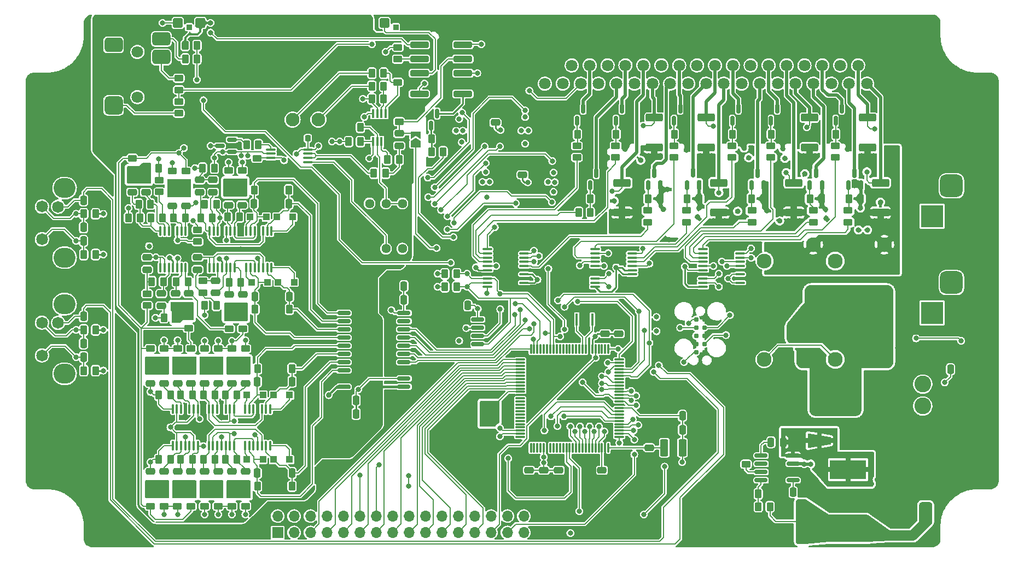
<source format=gtl>
%TF.GenerationSoftware,KiCad,Pcbnew,(6.0.2)*%
%TF.CreationDate,2022-08-07T22:17:38-07:00*%
%TF.ProjectId,LightDrum,4c696768-7444-4727-956d-2e6b69636164,rev?*%
%TF.SameCoordinates,Original*%
%TF.FileFunction,Copper,L1,Top*%
%TF.FilePolarity,Positive*%
%FSLAX46Y46*%
G04 Gerber Fmt 4.6, Leading zero omitted, Abs format (unit mm)*
G04 Created by KiCad (PCBNEW (6.0.2)) date 2022-08-07 22:17:38*
%MOMM*%
%LPD*%
G01*
G04 APERTURE LIST*
G04 Aperture macros list*
%AMRoundRect*
0 Rectangle with rounded corners*
0 $1 Rounding radius*
0 $2 $3 $4 $5 $6 $7 $8 $9 X,Y pos of 4 corners*
0 Add a 4 corners polygon primitive as box body*
4,1,4,$2,$3,$4,$5,$6,$7,$8,$9,$2,$3,0*
0 Add four circle primitives for the rounded corners*
1,1,$1+$1,$2,$3*
1,1,$1+$1,$4,$5*
1,1,$1+$1,$6,$7*
1,1,$1+$1,$8,$9*
0 Add four rect primitives between the rounded corners*
20,1,$1+$1,$2,$3,$4,$5,0*
20,1,$1+$1,$4,$5,$6,$7,0*
20,1,$1+$1,$6,$7,$8,$9,0*
20,1,$1+$1,$8,$9,$2,$3,0*%
%AMOutline4P*
0 Free polygon, 4 corners , with rotation*
0 The origin of the aperture is its center*
0 number of corners: always 4*
0 $1 to $8 corner X, Y*
0 $9 Rotation angle, in degrees counterclockwise*
0 create outline with 4 corners*
4,1,4,$1,$2,$3,$4,$5,$6,$7,$8,$1,$2,$9*%
%AMFreePoly0*
4,1,6,1.000000,0.000000,0.500000,-0.750000,-0.500000,-0.750000,-0.500000,0.750000,0.500000,0.750000,1.000000,0.000000,1.000000,0.000000,$1*%
%AMFreePoly1*
4,1,6,0.500000,-0.750000,-0.650000,-0.750000,-0.150000,0.000000,-0.650000,0.750000,0.500000,0.750000,0.500000,-0.750000,0.500000,-0.750000,$1*%
G04 Aperture macros list end*
%TA.AperFunction,SMDPad,CuDef*%
%ADD10RoundRect,0.250000X-0.450000X0.262500X-0.450000X-0.262500X0.450000X-0.262500X0.450000X0.262500X0*%
%TD*%
%TA.AperFunction,ComponentPad*%
%ADD11R,1.700000X1.700000*%
%TD*%
%TA.AperFunction,ComponentPad*%
%ADD12O,1.700000X1.700000*%
%TD*%
%TA.AperFunction,SMDPad,CuDef*%
%ADD13RoundRect,0.250000X-0.262500X-0.450000X0.262500X-0.450000X0.262500X0.450000X-0.262500X0.450000X0*%
%TD*%
%TA.AperFunction,SMDPad,CuDef*%
%ADD14RoundRect,0.250000X-0.475000X0.250000X-0.475000X-0.250000X0.475000X-0.250000X0.475000X0.250000X0*%
%TD*%
%TA.AperFunction,SMDPad,CuDef*%
%ADD15RoundRect,0.250000X-0.250000X-0.475000X0.250000X-0.475000X0.250000X0.475000X-0.250000X0.475000X0*%
%TD*%
%TA.AperFunction,ComponentPad*%
%ADD16O,3.400000X3.100000*%
%TD*%
%TA.AperFunction,ComponentPad*%
%ADD17C,1.820000*%
%TD*%
%TA.AperFunction,SMDPad,CuDef*%
%ADD18RoundRect,0.250000X0.475000X-0.250000X0.475000X0.250000X-0.475000X0.250000X-0.475000X-0.250000X0*%
%TD*%
%TA.AperFunction,SMDPad,CuDef*%
%ADD19RoundRect,0.250000X0.450000X-0.262500X0.450000X0.262500X-0.450000X0.262500X-0.450000X-0.262500X0*%
%TD*%
%TA.AperFunction,SMDPad,CuDef*%
%ADD20RoundRect,0.250000X0.250000X0.475000X-0.250000X0.475000X-0.250000X-0.475000X0.250000X-0.475000X0*%
%TD*%
%TA.AperFunction,SMDPad,CuDef*%
%ADD21RoundRect,0.250000X1.075000X-0.362500X1.075000X0.362500X-1.075000X0.362500X-1.075000X-0.362500X0*%
%TD*%
%TA.AperFunction,SMDPad,CuDef*%
%ADD22RoundRect,0.250000X-0.325000X-1.100000X0.325000X-1.100000X0.325000X1.100000X-0.325000X1.100000X0*%
%TD*%
%TA.AperFunction,SMDPad,CuDef*%
%ADD23R,5.600000X3.000000*%
%TD*%
%TA.AperFunction,SMDPad,CuDef*%
%ADD24RoundRect,0.150000X-0.825000X-0.150000X0.825000X-0.150000X0.825000X0.150000X-0.825000X0.150000X0*%
%TD*%
%TA.AperFunction,ComponentPad*%
%ADD25C,0.500000*%
%TD*%
%TA.AperFunction,SMDPad,CuDef*%
%ADD26R,2.290000X3.000000*%
%TD*%
%TA.AperFunction,ComponentPad*%
%ADD27C,2.600000*%
%TD*%
%TA.AperFunction,SMDPad,CuDef*%
%ADD28RoundRect,0.250000X0.262500X0.450000X-0.262500X0.450000X-0.262500X-0.450000X0.262500X-0.450000X0*%
%TD*%
%TA.AperFunction,SMDPad,CuDef*%
%ADD29RoundRect,0.150000X0.150000X-0.587500X0.150000X0.587500X-0.150000X0.587500X-0.150000X-0.587500X0*%
%TD*%
%TA.AperFunction,ConnectorPad*%
%ADD30C,0.787400*%
%TD*%
%TA.AperFunction,SMDPad,CuDef*%
%ADD31RoundRect,0.100000X0.100000X-0.637500X0.100000X0.637500X-0.100000X0.637500X-0.100000X-0.637500X0*%
%TD*%
%TA.AperFunction,SMDPad,CuDef*%
%ADD32RoundRect,0.250000X0.375000X1.075000X-0.375000X1.075000X-0.375000X-1.075000X0.375000X-1.075000X0*%
%TD*%
%TA.AperFunction,SMDPad,CuDef*%
%ADD33RoundRect,0.150000X0.587500X0.150000X-0.587500X0.150000X-0.587500X-0.150000X0.587500X-0.150000X0*%
%TD*%
%TA.AperFunction,SMDPad,CuDef*%
%ADD34RoundRect,0.250000X0.550000X-1.050000X0.550000X1.050000X-0.550000X1.050000X-0.550000X-1.050000X0*%
%TD*%
%TA.AperFunction,ComponentPad*%
%ADD35C,2.300000*%
%TD*%
%TA.AperFunction,SMDPad,CuDef*%
%ADD36RoundRect,0.100000X0.637500X0.100000X-0.637500X0.100000X-0.637500X-0.100000X0.637500X-0.100000X0*%
%TD*%
%TA.AperFunction,SMDPad,CuDef*%
%ADD37RoundRect,0.075000X0.662500X0.075000X-0.662500X0.075000X-0.662500X-0.075000X0.662500X-0.075000X0*%
%TD*%
%TA.AperFunction,SMDPad,CuDef*%
%ADD38RoundRect,0.075000X0.075000X0.662500X-0.075000X0.662500X-0.075000X-0.662500X0.075000X-0.662500X0*%
%TD*%
%TA.AperFunction,SMDPad,CuDef*%
%ADD39R,1.000000X1.000000*%
%TD*%
%TA.AperFunction,ComponentPad*%
%ADD40R,3.500000X3.500000*%
%TD*%
%TA.AperFunction,ComponentPad*%
%ADD41RoundRect,0.750000X0.750000X1.000000X-0.750000X1.000000X-0.750000X-1.000000X0.750000X-1.000000X0*%
%TD*%
%TA.AperFunction,ComponentPad*%
%ADD42RoundRect,0.875000X0.875000X0.875000X-0.875000X0.875000X-0.875000X-0.875000X0.875000X-0.875000X0*%
%TD*%
%TA.AperFunction,ComponentPad*%
%ADD43C,2.100000*%
%TD*%
%TA.AperFunction,SMDPad,CuDef*%
%ADD44RoundRect,0.250000X-1.100000X0.325000X-1.100000X-0.325000X1.100000X-0.325000X1.100000X0.325000X0*%
%TD*%
%TA.AperFunction,SMDPad,CuDef*%
%ADD45R,0.450000X1.450000*%
%TD*%
%TA.AperFunction,ComponentPad*%
%ADD46C,1.440000*%
%TD*%
%TA.AperFunction,SMDPad,CuDef*%
%ADD47RoundRect,0.100000X-0.637500X-0.100000X0.637500X-0.100000X0.637500X0.100000X-0.637500X0.100000X0*%
%TD*%
%TA.AperFunction,ComponentPad*%
%ADD48C,5.000000*%
%TD*%
%TA.AperFunction,SMDPad,CuDef*%
%ADD49RoundRect,0.150000X-0.875000X-0.150000X0.875000X-0.150000X0.875000X0.150000X-0.875000X0.150000X0*%
%TD*%
%TA.AperFunction,ComponentPad*%
%ADD50C,4.200000*%
%TD*%
%TA.AperFunction,ComponentPad*%
%ADD51C,1.800000*%
%TD*%
%TA.AperFunction,SMDPad,CuDef*%
%ADD52R,0.400000X1.900000*%
%TD*%
%TA.AperFunction,SMDPad,CuDef*%
%ADD53FreePoly0,90.000000*%
%TD*%
%TA.AperFunction,SMDPad,CuDef*%
%ADD54FreePoly1,90.000000*%
%TD*%
%TA.AperFunction,SMDPad,CuDef*%
%ADD55RoundRect,0.225000X0.225000X0.250000X-0.225000X0.250000X-0.225000X-0.250000X0.225000X-0.250000X0*%
%TD*%
%TA.AperFunction,SMDPad,CuDef*%
%ADD56RoundRect,0.250000X-1.180000X0.250000X-1.180000X-0.250000X1.180000X-0.250000X1.180000X0.250000X0*%
%TD*%
%TA.AperFunction,SMDPad,CuDef*%
%ADD57RoundRect,0.250000X-1.200000X0.250000X-1.200000X-0.250000X1.200000X-0.250000X1.200000X0.250000X0*%
%TD*%
%TA.AperFunction,SMDPad,CuDef*%
%ADD58RoundRect,0.225000X0.525000X-0.525000X0.525000X0.525000X-0.525000X0.525000X-0.525000X-0.525000X0*%
%TD*%
%TA.AperFunction,SMDPad,CuDef*%
%ADD59RoundRect,0.135000X0.315000X-0.315000X0.315000X0.315000X-0.315000X0.315000X-0.315000X-0.315000X0*%
%TD*%
%TA.AperFunction,SMDPad,CuDef*%
%ADD60Outline4P,-1.800000X-1.150000X1.800000X-0.550000X1.800000X0.550000X-1.800000X1.150000X0.000000*%
%TD*%
%TA.AperFunction,SMDPad,CuDef*%
%ADD61Outline4P,-1.800000X-1.150000X1.800000X-0.550000X1.800000X0.550000X-1.800000X1.150000X180.000000*%
%TD*%
%TA.AperFunction,WasherPad*%
%ADD62C,1.800000*%
%TD*%
%TA.AperFunction,SMDPad,CuDef*%
%ADD63RoundRect,0.440000X-0.960000X0.660000X-0.960000X-0.660000X0.960000X-0.660000X0.960000X0.660000X0*%
%TD*%
%TA.AperFunction,SMDPad,CuDef*%
%ADD64RoundRect,0.400000X-1.000000X0.600000X-1.000000X-0.600000X1.000000X-0.600000X1.000000X0.600000X0*%
%TD*%
%TA.AperFunction,SMDPad,CuDef*%
%ADD65RoundRect,0.560000X-0.840000X0.840000X-0.840000X-0.840000X0.840000X-0.840000X0.840000X0.840000X0*%
%TD*%
%TA.AperFunction,ViaPad*%
%ADD66C,0.800000*%
%TD*%
%TA.AperFunction,Conductor*%
%ADD67C,0.200000*%
%TD*%
%TA.AperFunction,Conductor*%
%ADD68C,0.250000*%
%TD*%
%TA.AperFunction,Conductor*%
%ADD69C,0.220000*%
%TD*%
%TA.AperFunction,Conductor*%
%ADD70C,0.300000*%
%TD*%
%TA.AperFunction,Conductor*%
%ADD71C,0.500000*%
%TD*%
%TA.AperFunction,Conductor*%
%ADD72C,0.750000*%
%TD*%
%TA.AperFunction,Conductor*%
%ADD73C,1.000000*%
%TD*%
%TA.AperFunction,Conductor*%
%ADD74C,0.400000*%
%TD*%
G04 APERTURE END LIST*
D10*
X91500000Y-48487500D03*
X91500000Y-50312500D03*
X54400000Y-59387500D03*
X54400000Y-61212500D03*
D11*
X72700000Y-114000000D03*
D12*
X72700000Y-111460000D03*
X75240000Y-114000000D03*
X75240000Y-111460000D03*
X77780000Y-114000000D03*
X77780000Y-111460000D03*
X80320000Y-114000000D03*
X80320000Y-111460000D03*
X82860000Y-114000000D03*
X82860000Y-111460000D03*
X85400000Y-114000000D03*
X85400000Y-111460000D03*
X87940000Y-114000000D03*
X87940000Y-111460000D03*
X90480000Y-114000000D03*
X90480000Y-111460000D03*
X93020000Y-114000000D03*
X93020000Y-111460000D03*
X95560000Y-114000000D03*
X95560000Y-111460000D03*
X98100000Y-114000000D03*
X98100000Y-111460000D03*
X100640000Y-114000000D03*
X100640000Y-111460000D03*
X103180000Y-114000000D03*
X103180000Y-111460000D03*
X105720000Y-114000000D03*
X105720000Y-111460000D03*
X108260000Y-114000000D03*
X108260000Y-111460000D03*
X110800000Y-114000000D03*
X110800000Y-111460000D03*
X113340000Y-114000000D03*
X113340000Y-111460000D03*
D13*
X69587500Y-88600000D03*
X71412500Y-88600000D03*
D14*
X52300000Y-59350000D03*
X52300000Y-61250000D03*
D13*
X67887500Y-53900000D03*
X69712500Y-53900000D03*
X119096500Y-52247000D03*
X120921500Y-52247000D03*
D15*
X42650000Y-80500000D03*
X44550000Y-80500000D03*
D16*
X39718000Y-89400000D03*
X39718000Y-78600000D03*
D17*
X36218000Y-81460000D03*
X36218000Y-86540000D03*
X36218000Y-84000000D03*
X38718000Y-81500000D03*
X38718000Y-86500000D03*
D18*
X63500000Y-106450000D03*
X63500000Y-104550000D03*
D19*
X125009000Y-55879500D03*
X125009000Y-54054500D03*
D13*
X87287500Y-44800000D03*
X89112500Y-44800000D03*
X69587500Y-106800000D03*
X71412500Y-106800000D03*
X58387500Y-38500000D03*
X60212500Y-38500000D03*
D20*
X84850000Y-93500000D03*
X82950000Y-93500000D03*
D21*
X139000000Y-54312500D03*
X139000000Y-49687500D03*
D18*
X58900000Y-78850000D03*
X58900000Y-76950000D03*
D22*
X150725000Y-110400000D03*
X153675000Y-110400000D03*
D21*
X164000000Y-54312500D03*
X164000000Y-49687500D03*
D18*
X52500000Y-73250000D03*
X52500000Y-71350000D03*
D14*
X58500000Y-61450000D03*
X58500000Y-63350000D03*
D19*
X130009000Y-65912500D03*
X130009000Y-64087500D03*
X143009000Y-55879500D03*
X143009000Y-54054500D03*
X146141000Y-65912500D03*
X146141000Y-64087500D03*
D23*
X161000000Y-104250000D03*
X161000000Y-113750000D03*
D18*
X65600000Y-106450000D03*
X65600000Y-104550000D03*
D24*
X147525000Y-102095000D03*
X147525000Y-103365000D03*
X147525000Y-104635000D03*
X147525000Y-105905000D03*
X152475000Y-105905000D03*
X152475000Y-104635000D03*
X152475000Y-103365000D03*
X152475000Y-102095000D03*
D25*
X149350000Y-103000000D03*
D26*
X150000000Y-104000000D03*
D25*
X150650000Y-104000000D03*
X150650000Y-103000000D03*
X149350000Y-104000000D03*
X149350000Y-105000000D03*
X150650000Y-105000000D03*
D10*
X57400000Y-43587500D03*
X57400000Y-45412500D03*
D13*
X98587500Y-75900000D03*
X100412500Y-75900000D03*
D14*
X61400000Y-88950000D03*
X61400000Y-90850000D03*
D10*
X56400000Y-57987500D03*
X56400000Y-59812500D03*
D27*
X172550000Y-91000000D03*
X172550000Y-94400000D03*
X159050000Y-94400000D03*
X159050000Y-91000000D03*
D28*
X62612500Y-65200000D03*
X60787500Y-65200000D03*
D10*
X53000000Y-85487500D03*
X53000000Y-87312500D03*
D29*
X143059000Y-50184500D03*
X144959000Y-50184500D03*
X144009000Y-48309500D03*
D14*
X63100000Y-74950000D03*
X63100000Y-76850000D03*
X130200000Y-100850000D03*
X130200000Y-102750000D03*
D30*
X137465000Y-80960000D03*
X137465000Y-82230000D03*
X137465000Y-83500000D03*
X137465000Y-84770000D03*
X137465000Y-86040000D03*
X138735000Y-86040000D03*
X138735000Y-84770000D03*
X138735000Y-83500000D03*
X138735000Y-82230000D03*
X138735000Y-80960000D03*
D28*
X74912500Y-106800000D03*
X73087500Y-106800000D03*
D18*
X53000000Y-106450000D03*
X53000000Y-104550000D03*
D14*
X65600000Y-88950000D03*
X65600000Y-90850000D03*
D31*
X54550000Y-72962500D03*
X55200000Y-72962500D03*
X55850000Y-72962500D03*
X56500000Y-72962500D03*
X57150000Y-72962500D03*
X57800000Y-72962500D03*
X58450000Y-72962500D03*
X58450000Y-67237500D03*
X57800000Y-67237500D03*
X57150000Y-67237500D03*
X56500000Y-67237500D03*
X55850000Y-67237500D03*
X55200000Y-67237500D03*
X54550000Y-67237500D03*
D13*
X42687500Y-70900000D03*
X44512500Y-70900000D03*
D10*
X65100000Y-57887500D03*
X65100000Y-59712500D03*
D28*
X44512500Y-82600000D03*
X42687500Y-82600000D03*
D19*
X55100000Y-109912500D03*
X55100000Y-108087500D03*
D32*
X135350000Y-100850000D03*
X132550000Y-100850000D03*
D19*
X155600000Y-65912500D03*
X155600000Y-64087500D03*
D14*
X62700000Y-59350000D03*
X62700000Y-61250000D03*
D13*
X57687500Y-92700000D03*
X59512500Y-92700000D03*
D33*
X65637500Y-55000000D03*
X65637500Y-53100000D03*
X63762500Y-54050000D03*
D19*
X161000000Y-65912500D03*
X161000000Y-64087500D03*
X65600000Y-109912500D03*
X65600000Y-108087500D03*
D34*
X173000000Y-110800000D03*
X173000000Y-107200000D03*
D13*
X65187500Y-75200000D03*
X67012500Y-75200000D03*
D14*
X55100000Y-88950000D03*
X55100000Y-90850000D03*
D20*
X74950000Y-90600000D03*
X73050000Y-90600000D03*
D13*
X159096500Y-52247000D03*
X160921500Y-52247000D03*
D14*
X53000000Y-88950000D03*
X53000000Y-90850000D03*
D28*
X89912500Y-95600000D03*
X88087500Y-95600000D03*
D10*
X59300000Y-85487500D03*
X59300000Y-87312500D03*
D15*
X135350000Y-98100000D03*
X137250000Y-98100000D03*
D28*
X53012500Y-63100000D03*
X51187500Y-63100000D03*
D19*
X57400000Y-49012500D03*
X57400000Y-47187500D03*
D15*
X69550000Y-104800000D03*
X71450000Y-104800000D03*
D13*
X64587500Y-102700000D03*
X66412500Y-102700000D03*
D35*
X155610000Y-87160000D03*
X155610000Y-77000000D03*
X155610000Y-69380000D03*
X147990000Y-71920000D03*
X147990000Y-87160000D03*
D13*
X96487500Y-55000000D03*
X98312500Y-55000000D03*
D19*
X91300000Y-44212500D03*
X91300000Y-42387500D03*
X60300000Y-68912500D03*
X60300000Y-67087500D03*
D13*
X134096500Y-52247000D03*
X135921500Y-52247000D03*
D36*
X127563000Y-75925000D03*
X127563000Y-75275000D03*
X127563000Y-74625000D03*
X127563000Y-73975000D03*
X127563000Y-73325000D03*
X127563000Y-72675000D03*
X127563000Y-72025000D03*
X127563000Y-71375000D03*
X127563000Y-70725000D03*
X127563000Y-70075000D03*
X121838000Y-70075000D03*
X121838000Y-70725000D03*
X121838000Y-71375000D03*
X121838000Y-72025000D03*
X121838000Y-72675000D03*
X121838000Y-73325000D03*
X121838000Y-73975000D03*
X121838000Y-74625000D03*
X121838000Y-75275000D03*
X121838000Y-75925000D03*
D19*
X91300000Y-40612500D03*
X91300000Y-38787500D03*
D20*
X84850000Y-95600000D03*
X82950000Y-95600000D03*
D14*
X60600000Y-59350000D03*
X60600000Y-61250000D03*
D36*
X144263500Y-75925000D03*
X144263500Y-75275000D03*
X144263500Y-74625000D03*
X144263500Y-73975000D03*
X144263500Y-73325000D03*
X144263500Y-72675000D03*
X144263500Y-72025000D03*
X144263500Y-71375000D03*
X144263500Y-70725000D03*
X144263500Y-70075000D03*
X138538500Y-70075000D03*
X138538500Y-70725000D03*
X138538500Y-71375000D03*
X138538500Y-72025000D03*
X138538500Y-72675000D03*
X138538500Y-73325000D03*
X138538500Y-73975000D03*
X138538500Y-74625000D03*
X138538500Y-75275000D03*
X138538500Y-75925000D03*
D24*
X98725000Y-80995000D03*
X98725000Y-82265000D03*
X98725000Y-83535000D03*
X98725000Y-84805000D03*
X103675000Y-84805000D03*
X103675000Y-83535000D03*
X103675000Y-82265000D03*
X103675000Y-80995000D03*
D20*
X44550000Y-68800000D03*
X42650000Y-68800000D03*
D15*
X69050000Y-63000000D03*
X70950000Y-63000000D03*
D14*
X65100000Y-61350000D03*
X65100000Y-63250000D03*
D28*
X54312500Y-57500000D03*
X52487500Y-57500000D03*
D13*
X83687500Y-51200000D03*
X85512500Y-51200000D03*
X147087500Y-110000000D03*
X148912500Y-110000000D03*
D29*
X121059000Y-60184500D03*
X122959000Y-60184500D03*
X122009000Y-58309500D03*
D37*
X125562500Y-99200000D03*
X125562500Y-98700000D03*
X125562500Y-98200000D03*
X125562500Y-97700000D03*
X125562500Y-97200000D03*
X125562500Y-96700000D03*
X125562500Y-96200000D03*
X125562500Y-95700000D03*
X125562500Y-95200000D03*
X125562500Y-94700000D03*
X125562500Y-94200000D03*
X125562500Y-93700000D03*
X125562500Y-93200000D03*
X125562500Y-92700000D03*
X125562500Y-92200000D03*
X125562500Y-91700000D03*
X125562500Y-91200000D03*
X125562500Y-90700000D03*
X125562500Y-90200000D03*
X125562500Y-89700000D03*
X125562500Y-89200000D03*
X125562500Y-88700000D03*
X125562500Y-88200000D03*
X125562500Y-87700000D03*
X125562500Y-87200000D03*
D38*
X123900000Y-85537500D03*
X123400000Y-85537500D03*
X122900000Y-85537500D03*
X122400000Y-85537500D03*
X121900000Y-85537500D03*
X121400000Y-85537500D03*
X120900000Y-85537500D03*
X120400000Y-85537500D03*
X119900000Y-85537500D03*
X119400000Y-85537500D03*
X118900000Y-85537500D03*
X118400000Y-85537500D03*
X117900000Y-85537500D03*
X117400000Y-85537500D03*
X116900000Y-85537500D03*
X116400000Y-85537500D03*
X115900000Y-85537500D03*
X115400000Y-85537500D03*
X114900000Y-85537500D03*
X114400000Y-85537500D03*
X113900000Y-85537500D03*
X113400000Y-85537500D03*
X112900000Y-85537500D03*
X112400000Y-85537500D03*
X111900000Y-85537500D03*
D37*
X110237500Y-87200000D03*
X110237500Y-87700000D03*
X110237500Y-88200000D03*
X110237500Y-88700000D03*
X110237500Y-89200000D03*
X110237500Y-89700000D03*
X110237500Y-90200000D03*
X110237500Y-90700000D03*
X110237500Y-91200000D03*
X110237500Y-91700000D03*
X110237500Y-92200000D03*
X110237500Y-92700000D03*
X110237500Y-93200000D03*
X110237500Y-93700000D03*
X110237500Y-94200000D03*
X110237500Y-94700000D03*
X110237500Y-95200000D03*
X110237500Y-95700000D03*
X110237500Y-96200000D03*
X110237500Y-96700000D03*
X110237500Y-97200000D03*
X110237500Y-97700000D03*
X110237500Y-98200000D03*
X110237500Y-98700000D03*
X110237500Y-99200000D03*
D38*
X111900000Y-100862500D03*
X112400000Y-100862500D03*
X112900000Y-100862500D03*
X113400000Y-100862500D03*
X113900000Y-100862500D03*
X114400000Y-100862500D03*
X114900000Y-100862500D03*
X115400000Y-100862500D03*
X115900000Y-100862500D03*
X116400000Y-100862500D03*
X116900000Y-100862500D03*
X117400000Y-100862500D03*
X117900000Y-100862500D03*
X118400000Y-100862500D03*
X118900000Y-100862500D03*
X119400000Y-100862500D03*
X119900000Y-100862500D03*
X120400000Y-100862500D03*
X120900000Y-100862500D03*
X121400000Y-100862500D03*
X121900000Y-100862500D03*
X122400000Y-100862500D03*
X122900000Y-100862500D03*
X123400000Y-100862500D03*
X123900000Y-100862500D03*
D19*
X61100000Y-76812500D03*
X61100000Y-74987500D03*
D18*
X57200000Y-106450000D03*
X57200000Y-104550000D03*
D10*
X58500000Y-57987500D03*
X58500000Y-59812500D03*
D39*
X67950000Y-102680000D03*
X70450000Y-102680000D03*
D40*
X174000000Y-64957500D03*
D41*
X180000000Y-64957500D03*
D42*
X177000000Y-60257500D03*
D43*
X71000000Y-50000000D03*
X75000000Y-50000000D03*
X79000000Y-50000000D03*
D44*
X169000000Y-111525000D03*
X169000000Y-114475000D03*
D18*
X67300000Y-78950000D03*
X67300000Y-77050000D03*
D21*
X152600000Y-64412500D03*
X152600000Y-59787500D03*
D45*
X87469000Y-53422000D03*
X88119000Y-53422000D03*
X88769000Y-53422000D03*
X89419000Y-53422000D03*
X89419000Y-49022000D03*
X88769000Y-49022000D03*
X88119000Y-49022000D03*
X87469000Y-49022000D03*
D28*
X62912500Y-57500000D03*
X61087500Y-57500000D03*
D36*
X110862500Y-75925000D03*
X110862500Y-75275000D03*
X110862500Y-74625000D03*
X110862500Y-73975000D03*
X110862500Y-73325000D03*
X110862500Y-72675000D03*
X110862500Y-72025000D03*
X110862500Y-71375000D03*
X110862500Y-70725000D03*
X110862500Y-70075000D03*
X105137500Y-70075000D03*
X105137500Y-70725000D03*
X105137500Y-71375000D03*
X105137500Y-72025000D03*
X105137500Y-72675000D03*
X105137500Y-73325000D03*
X105137500Y-73975000D03*
X105137500Y-74625000D03*
X105137500Y-75275000D03*
X105137500Y-75925000D03*
D15*
X149050000Y-100000000D03*
X150950000Y-100000000D03*
D14*
X57200000Y-88950000D03*
X57200000Y-90850000D03*
D19*
X63500000Y-109912500D03*
X63500000Y-108087500D03*
D14*
X56400000Y-61450000D03*
X56400000Y-63350000D03*
D28*
X74412500Y-60900000D03*
X72587500Y-60900000D03*
D21*
X166000000Y-64412500D03*
X166000000Y-59787500D03*
D29*
X134059000Y-50184500D03*
X135959000Y-50184500D03*
X135009000Y-48309500D03*
D13*
X57687500Y-102700000D03*
X59512500Y-102700000D03*
D20*
X74450000Y-63000000D03*
X72550000Y-63000000D03*
D29*
X155059000Y-60184500D03*
X156959000Y-60184500D03*
X156009000Y-58309500D03*
D46*
X92000000Y-63000000D03*
X89460000Y-63000000D03*
X86920000Y-63000000D03*
D15*
X42650000Y-66700000D03*
X44550000Y-66700000D03*
D10*
X63500000Y-85487500D03*
X63500000Y-87312500D03*
D18*
X59300000Y-106450000D03*
X59300000Y-104550000D03*
D14*
X54700000Y-76950000D03*
X54700000Y-78850000D03*
D13*
X143096500Y-52247000D03*
X144921500Y-52247000D03*
D19*
X134009000Y-55879500D03*
X134009000Y-54054500D03*
D14*
X67700000Y-88950000D03*
X67700000Y-90850000D03*
D13*
X83687500Y-53400000D03*
X85512500Y-53400000D03*
D39*
X68650000Y-75200000D03*
X71150000Y-75200000D03*
D47*
X71637500Y-54625000D03*
X71637500Y-55275000D03*
X71637500Y-55925000D03*
X71637500Y-56575000D03*
X77362500Y-56575000D03*
X77362500Y-55925000D03*
X77362500Y-55275000D03*
X77362500Y-54625000D03*
D13*
X87287500Y-42800000D03*
X89112500Y-42800000D03*
D19*
X57193000Y-109912500D03*
X57193000Y-108087500D03*
D29*
X119059000Y-50184500D03*
X120959000Y-50184500D03*
X120009000Y-48309500D03*
D21*
X131000000Y-54312500D03*
X131000000Y-49687500D03*
D10*
X57200000Y-85487500D03*
X57200000Y-87312500D03*
D14*
X91500000Y-52150000D03*
X91500000Y-54050000D03*
D29*
X149059000Y-50184500D03*
X150959000Y-50184500D03*
X150009000Y-48309500D03*
D13*
X42687500Y-88900000D03*
X44512500Y-88900000D03*
X55087500Y-80700000D03*
X56912500Y-80700000D03*
D29*
X146059000Y-60184500D03*
X147959000Y-60184500D03*
X147009000Y-58309500D03*
D13*
X98587500Y-73900000D03*
X100412500Y-73900000D03*
D14*
X59300000Y-88950000D03*
X59300000Y-90850000D03*
D18*
X55100000Y-106450000D03*
X55100000Y-104550000D03*
D31*
X62050000Y-100562500D03*
X62700000Y-100562500D03*
X63350000Y-100562500D03*
X64000000Y-100562500D03*
X64650000Y-100562500D03*
X65300000Y-100562500D03*
X65950000Y-100562500D03*
X65950000Y-94837500D03*
X65300000Y-94837500D03*
X64650000Y-94837500D03*
X64000000Y-94837500D03*
X63350000Y-94837500D03*
X62700000Y-94837500D03*
X62050000Y-94837500D03*
D28*
X74912500Y-88600000D03*
X73087500Y-88600000D03*
X63012500Y-102700000D03*
X61187500Y-102700000D03*
D10*
X55100000Y-85487500D03*
X55100000Y-87312500D03*
D13*
X136096500Y-62247000D03*
X137921500Y-62247000D03*
D20*
X89950000Y-93500000D03*
X88050000Y-93500000D03*
D48*
X179000000Y-55000000D03*
D20*
X74950000Y-104800000D03*
X73050000Y-104800000D03*
D18*
X56900000Y-78850000D03*
X56900000Y-76950000D03*
D48*
X39000000Y-55000000D03*
D29*
X96450000Y-50937500D03*
X98350000Y-50937500D03*
X97400000Y-49062500D03*
D19*
X135981000Y-65912500D03*
X135981000Y-64087500D03*
D39*
X75050000Y-65100000D03*
X72550000Y-65100000D03*
D19*
X145200000Y-103412500D03*
X145200000Y-101587500D03*
D18*
X65200000Y-78950000D03*
X65200000Y-77050000D03*
D13*
X155096500Y-62247000D03*
X156921500Y-62247000D03*
D49*
X82950000Y-79985000D03*
X82950000Y-81255000D03*
X82950000Y-82525000D03*
X82950000Y-83795000D03*
X82950000Y-85065000D03*
X82950000Y-86335000D03*
X82950000Y-87605000D03*
X82950000Y-88875000D03*
X82950000Y-90145000D03*
X82950000Y-91415000D03*
X92250000Y-91415000D03*
X92250000Y-90145000D03*
X92250000Y-88875000D03*
X92250000Y-87605000D03*
X92250000Y-86335000D03*
X92250000Y-85065000D03*
X92250000Y-83795000D03*
X92250000Y-82525000D03*
X92250000Y-81255000D03*
X92250000Y-79985000D03*
D15*
X42650000Y-84700000D03*
X44550000Y-84700000D03*
D19*
X59300000Y-109912500D03*
X59300000Y-108087500D03*
D14*
X63500000Y-88950000D03*
X63500000Y-90850000D03*
D13*
X125096500Y-52247000D03*
X126921500Y-52247000D03*
D20*
X92250000Y-77900000D03*
X90350000Y-77900000D03*
D40*
X174000000Y-79957500D03*
D41*
X180000000Y-79957500D03*
D42*
X177000000Y-75257500D03*
D14*
X67200000Y-61350000D03*
X67200000Y-63250000D03*
D28*
X63212500Y-63100000D03*
X61387500Y-63100000D03*
D29*
X130059000Y-60184500D03*
X131959000Y-60184500D03*
X131009000Y-58309500D03*
D20*
X92250000Y-75800000D03*
X90350000Y-75800000D03*
D31*
X56450000Y-100562500D03*
X57100000Y-100562500D03*
X57750000Y-100562500D03*
X58400000Y-100562500D03*
X59050000Y-100562500D03*
X59700000Y-100562500D03*
X60350000Y-100562500D03*
X60350000Y-94837500D03*
X59700000Y-94837500D03*
X59050000Y-94837500D03*
X58400000Y-94837500D03*
X57750000Y-94837500D03*
X57100000Y-94837500D03*
X56450000Y-94837500D03*
D28*
X56112500Y-92700000D03*
X54287500Y-92700000D03*
D31*
X67650000Y-100562500D03*
X68300000Y-100562500D03*
X68950000Y-100562500D03*
X69600000Y-100562500D03*
X70250000Y-100562500D03*
X70900000Y-100562500D03*
X71550000Y-100562500D03*
X71550000Y-94837500D03*
X70900000Y-94837500D03*
X70250000Y-94837500D03*
X69600000Y-94837500D03*
X68950000Y-94837500D03*
X68300000Y-94837500D03*
X67650000Y-94837500D03*
D28*
X54912500Y-65200000D03*
X53087500Y-65200000D03*
D48*
X39000000Y-95000000D03*
D19*
X52500000Y-78812500D03*
X52500000Y-76987500D03*
D13*
X121096500Y-62247000D03*
X122921500Y-62247000D03*
D35*
X166610000Y-87160000D03*
X166610000Y-77000000D03*
X166610000Y-69380000D03*
X158990000Y-71920000D03*
X158990000Y-87160000D03*
D18*
X61400000Y-106450000D03*
X61400000Y-104550000D03*
D28*
X51412500Y-65200000D03*
X49587500Y-65200000D03*
D15*
X176850000Y-88700000D03*
X178750000Y-88700000D03*
D29*
X125059000Y-50189500D03*
X126959000Y-50189500D03*
X126009000Y-48314500D03*
D39*
X74550000Y-92700000D03*
X72050000Y-92700000D03*
D50*
X170750000Y-43000000D03*
X107250000Y-43000000D03*
D51*
X163930000Y-44420000D03*
X161160000Y-44420000D03*
X158390000Y-44420000D03*
X155620000Y-44420000D03*
X152850000Y-44420000D03*
X150080000Y-44420000D03*
X147310000Y-44420000D03*
X144540000Y-44420000D03*
X141770000Y-44420000D03*
X139000000Y-44420000D03*
X136230000Y-44420000D03*
X133460000Y-44420000D03*
X130690000Y-44420000D03*
X127920000Y-44420000D03*
X125150000Y-44420000D03*
X122380000Y-44420000D03*
X119610000Y-44420000D03*
X116840000Y-44420000D03*
X114070000Y-44420000D03*
X162545000Y-41580000D03*
X159775000Y-41580000D03*
X157005000Y-41580000D03*
X154235000Y-41580000D03*
X151465000Y-41580000D03*
X148695000Y-41580000D03*
X145925000Y-41580000D03*
X143155000Y-41580000D03*
X140385000Y-41580000D03*
X137615000Y-41580000D03*
X134845000Y-41580000D03*
X132075000Y-41580000D03*
X129305000Y-41580000D03*
X126535000Y-41580000D03*
X123765000Y-41580000D03*
X120995000Y-41580000D03*
X118225000Y-41580000D03*
X115455000Y-41580000D03*
D28*
X56112500Y-102700000D03*
X54287500Y-102700000D03*
D20*
X44550000Y-86800000D03*
X42650000Y-86800000D03*
D19*
X53000000Y-109912500D03*
X53000000Y-108087500D03*
D13*
X161096500Y-62247000D03*
X162921500Y-62247000D03*
D15*
X69150000Y-77400000D03*
X71050000Y-77400000D03*
D13*
X64987500Y-65100000D03*
X66812500Y-65100000D03*
D15*
X150600000Y-107750000D03*
X152500000Y-107750000D03*
D13*
X64587500Y-92700000D03*
X66412500Y-92700000D03*
D28*
X74512500Y-79400000D03*
X72687500Y-79400000D03*
D13*
X61387500Y-78800000D03*
X63212500Y-78800000D03*
D52*
X119000000Y-81000000D03*
X120200000Y-81000000D03*
X121400000Y-81000000D03*
D13*
X56587500Y-65200000D03*
X58412500Y-65200000D03*
D10*
X67700000Y-85487500D03*
X67700000Y-87312500D03*
D19*
X119009000Y-55879500D03*
X119009000Y-54054500D03*
D13*
X119287500Y-64400000D03*
X121112500Y-64400000D03*
X69087500Y-60900000D03*
X70912500Y-60900000D03*
D29*
X136059000Y-60122000D03*
X137959000Y-60122000D03*
X137009000Y-58247000D03*
D15*
X42650000Y-62500000D03*
X44550000Y-62500000D03*
D39*
X68450000Y-65100000D03*
X70950000Y-65100000D03*
D10*
X50200000Y-55987500D03*
X50200000Y-57812500D03*
D15*
X135350000Y-95900000D03*
X137250000Y-95900000D03*
D53*
X94050000Y-53775000D03*
D54*
X94050000Y-52325000D03*
D31*
X62150000Y-72962500D03*
X62800000Y-72962500D03*
X63450000Y-72962500D03*
X64100000Y-72962500D03*
X64750000Y-72962500D03*
X65400000Y-72962500D03*
X66050000Y-72962500D03*
X66050000Y-67237500D03*
X65400000Y-67237500D03*
X64750000Y-67237500D03*
X64100000Y-67237500D03*
X63450000Y-67237500D03*
X62800000Y-67237500D03*
X62150000Y-67237500D03*
D10*
X61400000Y-85487500D03*
X61400000Y-87312500D03*
D18*
X110600000Y-58550000D03*
X110600000Y-56650000D03*
D28*
X60212500Y-40600000D03*
X58387500Y-40600000D03*
D16*
X39718000Y-60600000D03*
X39718000Y-71400000D03*
D17*
X36218000Y-63460000D03*
X36218000Y-68540000D03*
X36218000Y-66000000D03*
X38718000Y-63500000D03*
X38718000Y-68500000D03*
D14*
X122900000Y-104350000D03*
X122900000Y-106250000D03*
D21*
X141000000Y-64412500D03*
X141000000Y-59787500D03*
D19*
X67300000Y-82412500D03*
X67300000Y-80587500D03*
D29*
X159059000Y-50184500D03*
X160959000Y-50184500D03*
X160009000Y-48309500D03*
D19*
X65200000Y-82412500D03*
X65200000Y-80587500D03*
D28*
X148912500Y-108000000D03*
X147087500Y-108000000D03*
D13*
X130096500Y-62247000D03*
X131921500Y-62247000D03*
D19*
X69500000Y-57812500D03*
X69500000Y-55987500D03*
D18*
X67700000Y-106450000D03*
X67700000Y-104550000D03*
D31*
X67850000Y-72962500D03*
X68500000Y-72962500D03*
X69150000Y-72962500D03*
X69800000Y-72962500D03*
X70450000Y-72962500D03*
X71100000Y-72962500D03*
X71750000Y-72962500D03*
X71750000Y-67237500D03*
X71100000Y-67237500D03*
X70450000Y-67237500D03*
X69800000Y-67237500D03*
X69150000Y-67237500D03*
X68500000Y-67237500D03*
X67850000Y-67237500D03*
D39*
X67950000Y-92700000D03*
X70450000Y-92700000D03*
D20*
X104750000Y-96650000D03*
X102850000Y-96650000D03*
D13*
X146096500Y-62247000D03*
X147921500Y-62247000D03*
D55*
X77375000Y-52900000D03*
X75825000Y-52900000D03*
D56*
X94630000Y-46000000D03*
D57*
X101370000Y-46000000D03*
X101370000Y-40600000D03*
X94630000Y-40600000D03*
X101370000Y-42800000D03*
X94630000Y-42800000D03*
X101370000Y-38400000D03*
X94630000Y-38400000D03*
D48*
X179000000Y-95000000D03*
D22*
X150725000Y-114250000D03*
X153675000Y-114250000D03*
D58*
X92750000Y-35000000D03*
X89250000Y-35000000D03*
D59*
X91000000Y-35650000D03*
D39*
X74550000Y-102700000D03*
X72050000Y-102700000D03*
D28*
X44512500Y-64600000D03*
X42687500Y-64600000D03*
D20*
X74550000Y-77400000D03*
X72650000Y-77400000D03*
D18*
X125500000Y-83200000D03*
X125500000Y-81300000D03*
X60300000Y-73250000D03*
X60300000Y-71350000D03*
D28*
X89412500Y-58300000D03*
X87587500Y-58300000D03*
D46*
X92000000Y-70000000D03*
X89460000Y-70000000D03*
X86920000Y-70000000D03*
D14*
X111600000Y-104350000D03*
X111600000Y-106250000D03*
D19*
X159009000Y-55879500D03*
X159009000Y-54054500D03*
D10*
X67200000Y-57887500D03*
X67200000Y-59712500D03*
D60*
X156550000Y-99750000D03*
D61*
X162350000Y-99750000D03*
D19*
X58900000Y-82312500D03*
X58900000Y-80487500D03*
D18*
X123400000Y-83200000D03*
X123400000Y-81300000D03*
D29*
X161059000Y-60184500D03*
X162959000Y-60184500D03*
X162009000Y-58309500D03*
D19*
X67700000Y-109912500D03*
X67700000Y-108087500D03*
D13*
X69187500Y-79400000D03*
X71012500Y-79400000D03*
D14*
X116200000Y-104350000D03*
X116200000Y-106250000D03*
D13*
X96487500Y-53000000D03*
X98312500Y-53000000D03*
D20*
X104750000Y-94550000D03*
X102850000Y-94550000D03*
D18*
X106400000Y-50450000D03*
X106400000Y-48550000D03*
D19*
X149009000Y-55879500D03*
X149009000Y-54054500D03*
X65600000Y-87312500D03*
X65600000Y-85487500D03*
D28*
X63012500Y-92700000D03*
X61187500Y-92700000D03*
D39*
X75250000Y-75200000D03*
X72750000Y-75200000D03*
D14*
X50200000Y-59350000D03*
X50200000Y-61250000D03*
D21*
X126000000Y-64412500D03*
X126000000Y-59787500D03*
D15*
X69550000Y-90600000D03*
X71450000Y-90600000D03*
D21*
X155000000Y-54312500D03*
X155000000Y-49687500D03*
D13*
X56987500Y-75100000D03*
X58812500Y-75100000D03*
X89687500Y-56200000D03*
X91512500Y-56200000D03*
D28*
X89102500Y-46777000D03*
X87277500Y-46777000D03*
D13*
X53187500Y-75100000D03*
X55012500Y-75100000D03*
D19*
X61400000Y-109912500D03*
X61400000Y-108087500D03*
D14*
X113900000Y-104350000D03*
X113900000Y-106250000D03*
D62*
X51000000Y-39500000D03*
X51000000Y-46500000D03*
D63*
X47300000Y-38400000D03*
X54700000Y-40300000D03*
D64*
X47300000Y-35600000D03*
X54700000Y-37500000D03*
D65*
X47300000Y-47800000D03*
D13*
X149096500Y-52247000D03*
X150921500Y-52247000D03*
D58*
X60750000Y-35000000D03*
X57250000Y-35000000D03*
D59*
X59000000Y-35650000D03*
D20*
X102150000Y-78800000D03*
X100250000Y-78800000D03*
D66*
X41500000Y-64600000D03*
X117000000Y-96000000D03*
X41500000Y-82600000D03*
X116000000Y-97500000D03*
X115000000Y-96000000D03*
X41500000Y-68800000D03*
X41500000Y-86800000D03*
X114000000Y-98200000D03*
X105100000Y-76900000D03*
X112900000Y-74800000D03*
X131350000Y-82800000D03*
X164400000Y-112900000D03*
X106600000Y-96500000D03*
X69155378Y-98844622D03*
X131350000Y-80600000D03*
X111400000Y-59700000D03*
X164400000Y-113750000D03*
X164400000Y-114600000D03*
X121800000Y-83600000D03*
X95400000Y-44400000D03*
X69600000Y-71500000D03*
X45700000Y-70900000D03*
X90300000Y-79550000D03*
X157600000Y-114600000D03*
X64000000Y-99200000D03*
X162700000Y-111650000D03*
X56000000Y-71400000D03*
X106600000Y-95400000D03*
X52800000Y-69600000D03*
X63700000Y-71600000D03*
X113900000Y-102300000D03*
X157600000Y-113750000D03*
X163550000Y-111650000D03*
X142425000Y-74625000D03*
X86100000Y-49600000D03*
X161850000Y-111650000D03*
X113900000Y-103200000D03*
X103400000Y-72900000D03*
X97450000Y-75900000D03*
X135300000Y-103100000D03*
X103675000Y-79325000D03*
X62300000Y-54050000D03*
X159300000Y-111650000D03*
X85200000Y-91800000D03*
X75612500Y-55287500D03*
X45700000Y-88900000D03*
X45700000Y-82600000D03*
X79000000Y-54100000D03*
X135700000Y-72800000D03*
X97450000Y-73900000D03*
X125100000Y-72900000D03*
X161000000Y-111650000D03*
X45700000Y-64600000D03*
X158450000Y-111650000D03*
X175950000Y-90750000D03*
X107200000Y-51600000D03*
X89400000Y-39500000D03*
X157600000Y-112900000D03*
X58400000Y-99200000D03*
X160150000Y-111650000D03*
X129450000Y-74950000D03*
X116600000Y-56400000D03*
X142650000Y-69699500D03*
X116600000Y-72500000D03*
X120050000Y-74700000D03*
X151200000Y-56000000D03*
X169000000Y-109400000D03*
X45700000Y-68800000D03*
X122900000Y-107400000D03*
X89200000Y-75800000D03*
X113900000Y-107400000D03*
X120900000Y-56000000D03*
X108800000Y-56200000D03*
X120400000Y-87000000D03*
X133800000Y-46800000D03*
X164000000Y-67100000D03*
X45700000Y-84700000D03*
X125500000Y-80150000D03*
X145200000Y-100400000D03*
X109600000Y-59700000D03*
X150900000Y-54500000D03*
X157500000Y-63900000D03*
X104400000Y-51700000D03*
X94600000Y-89600000D03*
X145600000Y-55900000D03*
X121300000Y-47700000D03*
X136600000Y-74900000D03*
X167600000Y-49900000D03*
X173000000Y-104400000D03*
X112000000Y-92100000D03*
X111200000Y-62900000D03*
X134000000Y-72500000D03*
X116200000Y-107400000D03*
X128900000Y-56300000D03*
X149200000Y-113100000D03*
X112900000Y-56200000D03*
X45700000Y-66700000D03*
X138400000Y-98100000D03*
X117400000Y-50500000D03*
X154800000Y-105000000D03*
X166000000Y-62800000D03*
X118000000Y-72500000D03*
X108000000Y-72500000D03*
X132400000Y-63900000D03*
X129400000Y-48000000D03*
X146100000Y-75300000D03*
X122500000Y-63900000D03*
X91100000Y-93500000D03*
X162900000Y-63700000D03*
X165000000Y-48000000D03*
X62300000Y-35000000D03*
X133000000Y-60800000D03*
X118000000Y-74900000D03*
X120900000Y-54409500D03*
X98150000Y-78800000D03*
X165500000Y-105800000D03*
X133300000Y-68600000D03*
X115500000Y-74900000D03*
X109350000Y-70550000D03*
X167500000Y-46800000D03*
X148500000Y-47900000D03*
X89200000Y-77900000D03*
X131500000Y-74900000D03*
X130200000Y-103900000D03*
X96900000Y-84250000D03*
X135949500Y-54700000D03*
X45700000Y-86800000D03*
X131500000Y-72500000D03*
X45700000Y-62500000D03*
X151900000Y-110400000D03*
X107100000Y-56200000D03*
X123800000Y-93400000D03*
X118000000Y-110700000D03*
X100100000Y-53000000D03*
X148400000Y-64100000D03*
X105500000Y-51700000D03*
X123400000Y-80150000D03*
X179700000Y-86450000D03*
X165500000Y-107100000D03*
X150400000Y-65700000D03*
X143900000Y-64200000D03*
X160900000Y-54600000D03*
X164700000Y-46800000D03*
X114400000Y-99300000D03*
X134000000Y-74900000D03*
X155600000Y-105700000D03*
X151900000Y-114250000D03*
X80600000Y-92700000D03*
X168700000Y-85350000D03*
X137900000Y-63700000D03*
X173000000Y-105300000D03*
X162000000Y-60200000D03*
X153600000Y-48200000D03*
X94300000Y-35000000D03*
X45700000Y-80500000D03*
X108600000Y-59700000D03*
X149200000Y-115200000D03*
X117400000Y-48100000D03*
X139600000Y-81400000D03*
X158300000Y-48500000D03*
X91100000Y-95600000D03*
X123000000Y-66900000D03*
X104500000Y-49100000D03*
X138400000Y-95900000D03*
X106400000Y-47400000D03*
X142300000Y-48500000D03*
X137700000Y-65100000D03*
X126050000Y-70500000D03*
X161000000Y-48800000D03*
X111600000Y-107400000D03*
X169000000Y-110300000D03*
X127600000Y-85700000D03*
X120200000Y-79300000D03*
X124800000Y-62600000D03*
X162600000Y-67100000D03*
X144700000Y-79500000D03*
X126462427Y-54578530D03*
X102900000Y-98200000D03*
X144900000Y-54409500D03*
X108800000Y-48000000D03*
X136000000Y-46800000D03*
X157600000Y-65300000D03*
X120200000Y-82700000D03*
X154300000Y-58400000D03*
X108000000Y-74900000D03*
X125600000Y-100100000D03*
X128200000Y-94300000D03*
X93000000Y-106800000D03*
X93000000Y-105200000D03*
X61200000Y-47000000D03*
X109500000Y-78500000D03*
X60200000Y-43800000D03*
X99500000Y-72200000D03*
X99900000Y-68200000D03*
X117100000Y-82500000D03*
X127400000Y-93550000D03*
X114600000Y-73100000D03*
X119900000Y-90700000D03*
X130250000Y-84600000D03*
X111000000Y-81050000D03*
X142100000Y-83400000D03*
X116100000Y-78000000D03*
X129500000Y-82700000D03*
X136300000Y-81550500D03*
X110250000Y-79450000D03*
X117100000Y-79000000D03*
X142700000Y-80300000D03*
X112400000Y-81650000D03*
X128600000Y-79700000D03*
X130900000Y-89100000D03*
X123900000Y-89100000D03*
X131700000Y-88100000D03*
X123800000Y-87700000D03*
X111699500Y-82400000D03*
X119100000Y-78200000D03*
X109400000Y-80200000D03*
X125400000Y-85550000D03*
X135600000Y-87600000D03*
X121900000Y-86909763D03*
X128500000Y-97350000D03*
X132600000Y-103800000D03*
X129400000Y-111200000D03*
X122900000Y-91849503D03*
X122900000Y-90850000D03*
X122900000Y-89800000D03*
X141000000Y-73900000D03*
X107150000Y-79400000D03*
X116400000Y-83600000D03*
X107150000Y-77000000D03*
X124000000Y-73900000D03*
X102000000Y-73900000D03*
X124000000Y-75900000D03*
X141000000Y-75900000D03*
X114100000Y-83100000D03*
X111650000Y-45500000D03*
X102000000Y-75900000D03*
X127400000Y-92050000D03*
X128200000Y-92800000D03*
X127650000Y-96450000D03*
X109550000Y-62950000D03*
X99000000Y-67050000D03*
X123250000Y-98350000D03*
X95950000Y-59000000D03*
X118000000Y-97550000D03*
X101250000Y-48900000D03*
X98000000Y-64000000D03*
X115200000Y-56400000D03*
X121000000Y-97550000D03*
X107100000Y-54150000D03*
X120250000Y-98350000D03*
X97000000Y-63000000D03*
X111000000Y-48550000D03*
X97000000Y-60500000D03*
X118750000Y-98350000D03*
X100000000Y-66000000D03*
X115150000Y-62800000D03*
X122450000Y-97550000D03*
X119500000Y-97550000D03*
X104750000Y-54150000D03*
X96000000Y-62000000D03*
X99000000Y-65000000D03*
X104900000Y-56750000D03*
X121700000Y-98350000D03*
X85400000Y-105100000D03*
X107100000Y-97800000D03*
X53000000Y-103100000D03*
X61400000Y-111200000D03*
X61200000Y-100600000D03*
X67700000Y-111200000D03*
X67700000Y-84200000D03*
X60600000Y-96400000D03*
X154200000Y-103400000D03*
X156300000Y-83000000D03*
X151900000Y-83000000D03*
X155200000Y-103400000D03*
X163900000Y-58100000D03*
X104900000Y-58100000D03*
X154600000Y-51200000D03*
X101200000Y-53500000D03*
X115400000Y-61200000D03*
X141000000Y-61300000D03*
X111000000Y-49600000D03*
X129300000Y-50900000D03*
X111000000Y-53700000D03*
X165100000Y-51400000D03*
X151400000Y-58200000D03*
X115400000Y-58200000D03*
X140150500Y-51000000D03*
X100800000Y-49900000D03*
X105100000Y-62000000D03*
X124500000Y-61100000D03*
X111500000Y-51700000D03*
X141900000Y-65700000D03*
X163100000Y-55600000D03*
X155000000Y-55600000D03*
X166900000Y-65700000D03*
X115600000Y-59700000D03*
X164000000Y-55600000D03*
X131900000Y-55600000D03*
X155900000Y-55600000D03*
X118000000Y-114100000D03*
X165100000Y-65700000D03*
X100300000Y-51725000D03*
X110400000Y-51700000D03*
X152600000Y-65700000D03*
X105471500Y-59625000D03*
X166000000Y-65700000D03*
X154100000Y-55600000D03*
X139000000Y-55600000D03*
X101371500Y-51725000D03*
X141000000Y-65700000D03*
X125100000Y-65700000D03*
X153500000Y-65700000D03*
X140100000Y-65700000D03*
X104400000Y-59625000D03*
X139900000Y-55600000D03*
X114525000Y-59675000D03*
X126000000Y-65700000D03*
X126900000Y-65700000D03*
X151700000Y-65700000D03*
X138100000Y-55600000D03*
X131000000Y-55600000D03*
X164900000Y-55600000D03*
X130100000Y-55600000D03*
X145950000Y-69950000D03*
X146000000Y-71400000D03*
X141450000Y-72000000D03*
X142250000Y-72700000D03*
X129250000Y-69999500D03*
X130250000Y-72300000D03*
X119450000Y-72600000D03*
X123850000Y-70700000D03*
X113150000Y-71150000D03*
X112350000Y-72050000D03*
X106300000Y-66700000D03*
X112350000Y-70300000D03*
X106500000Y-72700000D03*
X123200000Y-72700000D03*
X140150000Y-72700000D03*
X61400000Y-84300000D03*
X53000000Y-92200000D03*
X54900000Y-35000000D03*
X62300000Y-36500000D03*
X88400000Y-103500000D03*
X107100000Y-99100000D03*
X103600000Y-42800000D03*
X85900000Y-46800000D03*
X104200000Y-38300000D03*
X87300000Y-38300000D03*
X86900000Y-56000000D03*
X127800000Y-98200000D03*
X73700000Y-56300000D03*
X119400000Y-110700000D03*
X108400000Y-102500000D03*
X97300000Y-69900000D03*
X100800000Y-84300000D03*
X135000000Y-82250000D03*
X178500000Y-84300000D03*
X171500000Y-83900000D03*
X127900000Y-99600000D03*
X127900000Y-101900000D03*
X63800000Y-65200000D03*
X59600000Y-65700000D03*
X67200000Y-56600000D03*
X60000000Y-62900000D03*
X61400000Y-80300000D03*
X53850000Y-71350000D03*
X64800000Y-68700500D03*
X67100000Y-55600000D03*
X65100000Y-56600000D03*
X64200000Y-55000000D03*
X68100000Y-55600000D03*
X65600000Y-84300000D03*
X64800000Y-71500000D03*
X66000000Y-98700000D03*
X63500000Y-84300000D03*
X57200000Y-84200000D03*
X66000000Y-96700000D03*
X57200000Y-71500000D03*
X55100000Y-84200000D03*
X57200000Y-111200000D03*
X56400000Y-56700000D03*
X62900000Y-55900000D03*
X65600000Y-111200000D03*
X54300000Y-56100000D03*
X63500000Y-111200000D03*
X56100000Y-97700000D03*
X57200000Y-68700000D03*
X55100000Y-111200000D03*
X53800000Y-80700000D03*
X59900000Y-57500000D03*
X49600000Y-63700000D03*
X57400000Y-55200000D03*
X58200000Y-54400000D03*
X82300000Y-53400000D03*
X81100000Y-53400000D03*
X112300000Y-84000000D03*
X101900000Y-82300000D03*
X68000000Y-47500000D03*
X50000000Y-78500000D03*
X78500000Y-93100000D03*
X74500000Y-41000000D03*
X70000000Y-84500000D03*
X80000000Y-73500000D03*
X87500000Y-40500000D03*
X60000000Y-47500000D03*
X80000000Y-67500000D03*
X74000000Y-70000000D03*
X58400000Y-96200000D03*
X71500000Y-86500000D03*
X77000000Y-66500000D03*
X46500000Y-54000000D03*
X68000000Y-49500000D03*
X73900000Y-52900000D03*
X67000000Y-35000000D03*
X71500000Y-81500000D03*
X77500000Y-63000000D03*
X52500000Y-83500000D03*
X51000000Y-37500000D03*
X64000000Y-49500000D03*
X69500000Y-109000000D03*
X79000000Y-88000000D03*
X76000000Y-96500000D03*
X50000000Y-74500000D03*
X50500000Y-52000000D03*
X47500000Y-55500000D03*
X62000000Y-98000000D03*
X74500000Y-35000000D03*
X72000000Y-84500000D03*
X76000000Y-82000000D03*
X80000000Y-65500000D03*
X73500000Y-86500000D03*
X76000000Y-62000000D03*
X77000000Y-68500000D03*
X79500000Y-97500000D03*
X76000000Y-94500000D03*
X79500000Y-39000000D03*
X82500000Y-39500000D03*
X50500000Y-54000000D03*
X74000000Y-96500000D03*
X76000000Y-98500000D03*
X84500000Y-35000000D03*
X69500000Y-41000000D03*
X79500000Y-43500000D03*
X84500000Y-97500000D03*
X86900000Y-93500000D03*
X51000000Y-41500000D03*
X60500000Y-98000000D03*
X53000000Y-100500000D03*
X74000000Y-98500000D03*
X64500000Y-35000000D03*
X76000000Y-102500000D03*
X60000000Y-111500000D03*
X80000000Y-75500000D03*
X90300000Y-53100000D03*
X50000000Y-76500000D03*
X71175000Y-57825000D03*
X82500000Y-44500000D03*
X77500000Y-60000000D03*
X85000000Y-86500000D03*
X84000000Y-47500000D03*
X73500000Y-81500000D03*
X69500000Y-35000000D03*
X61000000Y-82500000D03*
X60000000Y-49500000D03*
X80000000Y-46500000D03*
X64500000Y-41000000D03*
X53000000Y-94500000D03*
X72000000Y-98500000D03*
X85000000Y-39500000D03*
X86900000Y-95600000D03*
X77000000Y-74500000D03*
X55900000Y-68700000D03*
X64000000Y-96200500D03*
X63500000Y-68600000D03*
X72000000Y-39000000D03*
X69136974Y-96546218D03*
X81000000Y-78500000D03*
X50000000Y-68500000D03*
X63000000Y-81000000D03*
X77000000Y-72500000D03*
X76000000Y-86500000D03*
X72000000Y-43000000D03*
X67000000Y-70100000D03*
X80000000Y-77500000D03*
X72000000Y-70000000D03*
X76500000Y-65000000D03*
X51000000Y-43500000D03*
X62000000Y-39000000D03*
X85000000Y-84500000D03*
X77000000Y-70500000D03*
X81800000Y-95700000D03*
X77000000Y-39000000D03*
X77000000Y-76500000D03*
X87000000Y-35000000D03*
X77000000Y-78500000D03*
X84200000Y-49400000D03*
X55000000Y-96500000D03*
X51000000Y-35500000D03*
X79500000Y-35000000D03*
X53000000Y-98500000D03*
X82500000Y-41500000D03*
X85000000Y-41500000D03*
X80000000Y-71500000D03*
X82000000Y-97500000D03*
X50000000Y-72500000D03*
X76000000Y-100500000D03*
X85000000Y-80500000D03*
X79000000Y-61500000D03*
X50000000Y-70500000D03*
X46500000Y-52000000D03*
X54500000Y-52000000D03*
X78500000Y-95500000D03*
X81800000Y-93400000D03*
X64000000Y-47500000D03*
X54500000Y-54000000D03*
X62000000Y-43000000D03*
X72200000Y-105800000D03*
X94000000Y-47500000D03*
X76500000Y-90000000D03*
X67000000Y-43000000D03*
X67000000Y-39000000D03*
X76000000Y-92500000D03*
X85000000Y-82500000D03*
X53000000Y-96500000D03*
X77000000Y-35000000D03*
X69600000Y-68700500D03*
X80000000Y-69500000D03*
X52500000Y-68100000D03*
X82000000Y-50000000D03*
X82000000Y-35000000D03*
X87000000Y-97500000D03*
X85000000Y-44000000D03*
X93100000Y-49000000D03*
X72000000Y-96500000D03*
X80000000Y-63500000D03*
X77000000Y-45500000D03*
X55000000Y-98500000D03*
X85200000Y-89400000D03*
X72000000Y-35000000D03*
D67*
X122700000Y-96000000D02*
X123400000Y-96700000D01*
X40600000Y-65300000D02*
X41300000Y-64600000D01*
X42650000Y-64637500D02*
X42687500Y-64600000D01*
X123400000Y-96700000D02*
X125562500Y-96700000D01*
X36218000Y-63460000D02*
X38058000Y-65300000D01*
X42687500Y-64600000D02*
X41500000Y-64600000D01*
X42650000Y-66700000D02*
X42650000Y-64637500D01*
X117000000Y-96000000D02*
X122700000Y-96000000D01*
X41300000Y-64600000D02*
X41500000Y-64600000D01*
X38058000Y-65300000D02*
X40600000Y-65300000D01*
X42687500Y-84662500D02*
X42650000Y-84700000D01*
X38258000Y-83500000D02*
X40000000Y-83500000D01*
X116000000Y-97500000D02*
X116000000Y-95900000D01*
X116700000Y-95200000D02*
X122900000Y-95200000D01*
X116000000Y-95900000D02*
X116700000Y-95200000D01*
X123900000Y-96200000D02*
X125562500Y-96200000D01*
X36218000Y-81460000D02*
X38258000Y-83500000D01*
X42687500Y-82600000D02*
X42687500Y-84662500D01*
X40900000Y-82600000D02*
X41500000Y-82600000D01*
X40000000Y-83500000D02*
X40900000Y-82600000D01*
X122900000Y-95200000D02*
X123900000Y-96200000D01*
X41500000Y-82600000D02*
X42687500Y-82600000D01*
X115000000Y-96000000D02*
X116500000Y-94500000D01*
X39700000Y-67000000D02*
X41500000Y-68800000D01*
X42650000Y-68800000D02*
X42650000Y-70862500D01*
X37758000Y-67000000D02*
X39700000Y-67000000D01*
D68*
X42650000Y-70862500D02*
X42687500Y-70900000D01*
D67*
X42650000Y-68800000D02*
X41500000Y-68800000D01*
X116500000Y-94500000D02*
X123200000Y-94500000D01*
X36218000Y-68540000D02*
X37758000Y-67000000D01*
X123200000Y-94500000D02*
X124400000Y-95700000D01*
X124400000Y-95700000D02*
X125562500Y-95700000D01*
X42687500Y-88900000D02*
X42687500Y-86837500D01*
X39800000Y-85100000D02*
X41500000Y-86800000D01*
X42687500Y-86837500D02*
X42650000Y-86800000D01*
X115900000Y-93800000D02*
X123200000Y-93800000D01*
X114000000Y-95700000D02*
X115900000Y-93800000D01*
X114000000Y-98200000D02*
X114000000Y-95700000D01*
X41500000Y-86800000D02*
X42650000Y-86800000D01*
X124600000Y-95200000D02*
X125562500Y-95200000D01*
X123200000Y-93800000D02*
X124600000Y-95200000D01*
X37658000Y-85100000D02*
X39800000Y-85100000D01*
X36218000Y-86540000D02*
X37658000Y-85100000D01*
X128700000Y-95900000D02*
X135350000Y-95900000D01*
X113900000Y-102300000D02*
X113900000Y-100862500D01*
D68*
X126425000Y-73325000D02*
X126000000Y-72900000D01*
X138538500Y-75925000D02*
X136225000Y-75925000D01*
X44512500Y-82600000D02*
X45700000Y-82600000D01*
D69*
X107200000Y-51600000D02*
X106700000Y-51600000D01*
D67*
X153700000Y-112300000D02*
X153700000Y-110425000D01*
D68*
X127563000Y-73325000D02*
X126425000Y-73325000D01*
D67*
X116200000Y-104350000D02*
X113900000Y-104350000D01*
X92250000Y-77900000D02*
X92250000Y-75850000D01*
X92250000Y-90145000D02*
X86855000Y-90145000D01*
X92250000Y-79985000D02*
X90735000Y-79985000D01*
X77362500Y-52912500D02*
X77375000Y-52900000D01*
X143075000Y-73975000D02*
X142425000Y-74625000D01*
X136225000Y-73325000D02*
X138538500Y-73325000D01*
D68*
X122588480Y-76675480D02*
X124400000Y-76675480D01*
D67*
X94630000Y-45170000D02*
X95400000Y-44400000D01*
X103675000Y-79325000D02*
X103150000Y-78800000D01*
X135350000Y-100850000D02*
X135350000Y-103050000D01*
D68*
X110862500Y-73975000D02*
X112075000Y-73975000D01*
D67*
X127500000Y-94700000D02*
X128700000Y-95900000D01*
D68*
X56500000Y-72962500D02*
X56500000Y-71900000D01*
D67*
X111600000Y-104350000D02*
X113900000Y-104350000D01*
X104750000Y-94550000D02*
X106050000Y-94550000D01*
D68*
X126000000Y-72900000D02*
X125100000Y-72900000D01*
D67*
X148912500Y-111412500D02*
X149800000Y-112300000D01*
X113900000Y-103200000D02*
X113900000Y-102300000D01*
X98587500Y-75900000D02*
X97450000Y-75900000D01*
D68*
X135700000Y-75400000D02*
X135700000Y-72800000D01*
X44512500Y-88900000D02*
X45700000Y-88900000D01*
X64100000Y-72000000D02*
X63700000Y-71600000D01*
D67*
X106050000Y-94550000D02*
X108400000Y-92200000D01*
X77362500Y-54625000D02*
X78475000Y-54625000D01*
X90112500Y-38787500D02*
X89400000Y-39500000D01*
D68*
X123400000Y-83200000D02*
X122200000Y-83200000D01*
D67*
X77362500Y-54625000D02*
X77362500Y-52912500D01*
D69*
X110900000Y-59700000D02*
X110600000Y-59400000D01*
D67*
X176850000Y-89850000D02*
X176850000Y-88700000D01*
X105137500Y-75925000D02*
X105137500Y-76862500D01*
X58400000Y-100562500D02*
X58400000Y-99200000D01*
D68*
X64100000Y-72962500D02*
X64100000Y-72000000D01*
D67*
X103675000Y-80995000D02*
X103675000Y-79325000D01*
D68*
X44512500Y-64600000D02*
X45700000Y-64600000D01*
D67*
X64000000Y-100562500D02*
X64000000Y-99200000D01*
X148912500Y-110000000D02*
X148912500Y-111412500D01*
X69600000Y-99289244D02*
X69155378Y-98844622D01*
X69600000Y-100562500D02*
X69600000Y-99289244D01*
X125562500Y-94700000D02*
X127500000Y-94700000D01*
X149800000Y-112300000D02*
X153700000Y-112300000D01*
D68*
X121400000Y-84000000D02*
X121400000Y-85537500D01*
D67*
X135700000Y-72800000D02*
X136225000Y-73325000D01*
D68*
X69800000Y-72962500D02*
X69800000Y-71700000D01*
D67*
X85200000Y-91800000D02*
X84850000Y-92150000D01*
D68*
X122200000Y-83200000D02*
X121800000Y-83600000D01*
X112425000Y-75275000D02*
X112900000Y-74800000D01*
X125500000Y-83200000D02*
X123400000Y-83200000D01*
X126175000Y-73975000D02*
X125100000Y-72900000D01*
D67*
X86678000Y-49022000D02*
X86100000Y-49600000D01*
X135350000Y-100850000D02*
X135350000Y-95900000D01*
D68*
X103825000Y-73325000D02*
X105137500Y-73325000D01*
X121838000Y-75925000D02*
X122588480Y-76675480D01*
X127563000Y-73975000D02*
X126175000Y-73975000D01*
X56500000Y-71900000D02*
X56000000Y-71400000D01*
X124400000Y-76675480D02*
X125100000Y-75975480D01*
D69*
X111400000Y-59700000D02*
X110900000Y-59700000D01*
D67*
X143075000Y-75275000D02*
X144263500Y-75275000D01*
D68*
X121800000Y-83600000D02*
X121400000Y-84000000D01*
D67*
X142425000Y-74625000D02*
X143075000Y-75275000D01*
X98587500Y-73900000D02*
X97450000Y-73900000D01*
D68*
X84850000Y-95600000D02*
X84850000Y-93500000D01*
D69*
X106700000Y-51600000D02*
X106400000Y-51300000D01*
D67*
X76275000Y-54625000D02*
X77362500Y-54625000D01*
X135350000Y-103050000D02*
X135300000Y-103100000D01*
D68*
X125100000Y-75975480D02*
X125100000Y-72900000D01*
D67*
X153700000Y-110425000D02*
X153675000Y-110400000D01*
X175950000Y-90750000D02*
X176850000Y-89850000D01*
X78475000Y-54625000D02*
X79000000Y-54100000D01*
D68*
X110862500Y-75275000D02*
X112425000Y-75275000D01*
D67*
X91300000Y-38787500D02*
X90112500Y-38787500D01*
X144263500Y-73975000D02*
X143075000Y-73975000D01*
D68*
X136225000Y-75925000D02*
X135700000Y-75400000D01*
D67*
X94630000Y-46000000D02*
X94630000Y-45170000D01*
D69*
X106400000Y-51300000D02*
X106400000Y-50450000D01*
D68*
X69800000Y-71700000D02*
X69600000Y-71500000D01*
D67*
X108400000Y-92200000D02*
X110237500Y-92200000D01*
X63762500Y-54050000D02*
X62300000Y-54050000D01*
D68*
X112075000Y-73975000D02*
X112900000Y-74800000D01*
D67*
X87469000Y-49022000D02*
X86678000Y-49022000D01*
D69*
X110600000Y-59400000D02*
X110600000Y-58550000D01*
D67*
X103150000Y-78800000D02*
X102150000Y-78800000D01*
X86855000Y-90145000D02*
X85200000Y-91800000D01*
X84850000Y-92150000D02*
X84850000Y-93500000D01*
D68*
X44512500Y-70900000D02*
X45700000Y-70900000D01*
D67*
X75612500Y-55287500D02*
X76275000Y-54625000D01*
D68*
X103400000Y-72900000D02*
X103825000Y-73325000D01*
D67*
X105137500Y-76862500D02*
X105100000Y-76900000D01*
X92250000Y-79985000D02*
X92250000Y-77900000D01*
X90735000Y-79985000D02*
X90300000Y-79550000D01*
X113900000Y-104350000D02*
X113900000Y-103200000D01*
D70*
X109675000Y-73325000D02*
X109450000Y-73550000D01*
X81885000Y-91415000D02*
X80600000Y-92700000D01*
D67*
X98150000Y-78800000D02*
X100250000Y-78800000D01*
X130200000Y-102750000D02*
X130200000Y-103900000D01*
D70*
X124600000Y-94200000D02*
X123800000Y-93400000D01*
D67*
X143025500Y-70075000D02*
X144263500Y-70075000D01*
X109825000Y-70075000D02*
X110862500Y-70075000D01*
D71*
X147959000Y-62209500D02*
X147921500Y-62247000D01*
D67*
X120200000Y-81000000D02*
X120200000Y-82700000D01*
D68*
X100100000Y-53000000D02*
X98312500Y-53000000D01*
D67*
X179400000Y-88700000D02*
X179700000Y-88400000D01*
X145575000Y-73325000D02*
X146100000Y-73850000D01*
D70*
X120900000Y-86500000D02*
X120900000Y-85537500D01*
D71*
X122921500Y-63478500D02*
X122500000Y-63900000D01*
D67*
X120050000Y-73950000D02*
X120050000Y-74700000D01*
D71*
X162959000Y-62209500D02*
X162921500Y-62247000D01*
D70*
X109925000Y-75925000D02*
X109450000Y-75450000D01*
D71*
X157500000Y-63900000D02*
X156921500Y-63321500D01*
X162959000Y-60184500D02*
X162959000Y-62209500D01*
D67*
X138538500Y-73975000D02*
X137525000Y-73975000D01*
X121838000Y-73325000D02*
X120425000Y-73325000D01*
X97455000Y-84805000D02*
X96900000Y-84250000D01*
D71*
X154435000Y-104635000D02*
X154800000Y-105000000D01*
D67*
X144263500Y-75925000D02*
X145475000Y-75925000D01*
X179700000Y-88400000D02*
X179700000Y-86450000D01*
X129125000Y-74625000D02*
X129450000Y-74950000D01*
X96900000Y-83550000D02*
X96900000Y-82200000D01*
D70*
X109450000Y-75450000D02*
X109450000Y-74575000D01*
X108025000Y-74875000D02*
X108000000Y-74900000D01*
D71*
X152475000Y-104635000D02*
X150635000Y-104635000D01*
D70*
X44550000Y-80500000D02*
X45700000Y-80500000D01*
X129450000Y-75550000D02*
X129450000Y-74950000D01*
D67*
X116200000Y-106250000D02*
X116200000Y-107400000D01*
D71*
X131921500Y-63421500D02*
X131921500Y-62247000D01*
X160921500Y-52247000D02*
X160921500Y-54578500D01*
D67*
X109350000Y-70550000D02*
X109825000Y-70075000D01*
D70*
X44550000Y-68800000D02*
X45700000Y-68800000D01*
X109450000Y-73950000D02*
X109450000Y-74575000D01*
X125562500Y-94200000D02*
X124600000Y-94200000D01*
X102850000Y-96650000D02*
X102850000Y-98150000D01*
D71*
X150959000Y-52209500D02*
X150921500Y-52247000D01*
X126959000Y-50189500D02*
X126959000Y-52209500D01*
D67*
X93875000Y-88875000D02*
X94600000Y-89600000D01*
X122900000Y-106250000D02*
X122900000Y-107400000D01*
D71*
X156959000Y-60184500D02*
X156959000Y-62209500D01*
D67*
X137250000Y-98100000D02*
X138400000Y-98100000D01*
D71*
X126921500Y-54119457D02*
X126462427Y-54578530D01*
D67*
X96965000Y-82265000D02*
X96900000Y-82200000D01*
D71*
X160959000Y-50184500D02*
X160959000Y-52209500D01*
D70*
X120400000Y-87000000D02*
X120900000Y-86500000D01*
D67*
X96915000Y-83535000D02*
X96900000Y-83550000D01*
D71*
X144959000Y-52209500D02*
X144921500Y-52247000D01*
X126921500Y-52247000D02*
X126921500Y-54119457D01*
X144959000Y-50184500D02*
X144959000Y-52209500D01*
D67*
X127563000Y-74625000D02*
X129125000Y-74625000D01*
D71*
X122959000Y-60184500D02*
X122959000Y-62209500D01*
X120900000Y-54409500D02*
X120921500Y-54388000D01*
D70*
X114400000Y-100862500D02*
X114400000Y-99300000D01*
D71*
X147921500Y-63621500D02*
X147921500Y-62247000D01*
D67*
X121838000Y-73975000D02*
X120075000Y-73975000D01*
D71*
X150921500Y-54478500D02*
X150900000Y-54500000D01*
D70*
X102850000Y-94550000D02*
X102850000Y-96650000D01*
D71*
X131959000Y-62209500D02*
X131921500Y-62247000D01*
D70*
X105137500Y-73975000D02*
X108025000Y-73975000D01*
X127563000Y-75925000D02*
X129075000Y-75925000D01*
D67*
X126475000Y-70075000D02*
X127563000Y-70075000D01*
D70*
X110862500Y-73325000D02*
X109675000Y-73325000D01*
X44550000Y-86800000D02*
X45700000Y-86800000D01*
D71*
X135959000Y-50184500D02*
X135959000Y-52209500D01*
X120959000Y-50184500D02*
X120959000Y-52209500D01*
X120921500Y-54388000D02*
X120921500Y-52247000D01*
D67*
X96900000Y-82200000D02*
X96900000Y-80950000D01*
X120200000Y-81000000D02*
X120200000Y-79300000D01*
D70*
X108050000Y-73950000D02*
X108050000Y-72550000D01*
X111400000Y-92700000D02*
X112000000Y-92100000D01*
D71*
X135959000Y-52209500D02*
X135921500Y-52247000D01*
X126959000Y-52209500D02*
X126921500Y-52247000D01*
D67*
X178750000Y-88700000D02*
X179400000Y-88700000D01*
D71*
X156921500Y-63321500D02*
X156921500Y-62247000D01*
X137959000Y-60122000D02*
X137959000Y-62209500D01*
D67*
X144263500Y-74625000D02*
X145425000Y-74625000D01*
D70*
X110862500Y-74625000D02*
X109500000Y-74625000D01*
X60300000Y-36800000D02*
X58900000Y-36800000D01*
D71*
X122921500Y-62247000D02*
X122921500Y-63478500D01*
D67*
X145475000Y-75925000D02*
X146100000Y-75300000D01*
X96900000Y-84250000D02*
X96900000Y-83550000D01*
X120075000Y-73975000D02*
X120050000Y-73950000D01*
D70*
X108050000Y-72550000D02*
X108000000Y-72500000D01*
X58900000Y-36800000D02*
X58387500Y-37312500D01*
D71*
X122959000Y-62209500D02*
X122921500Y-62247000D01*
X137921500Y-63678500D02*
X137900000Y-63700000D01*
X156959000Y-62209500D02*
X156921500Y-62247000D01*
D67*
X146100000Y-73850000D02*
X146100000Y-75300000D01*
X142650000Y-69699500D02*
X143025500Y-70075000D01*
D71*
X150959000Y-50184500D02*
X150959000Y-52209500D01*
X144900000Y-54409500D02*
X144921500Y-54388000D01*
D70*
X109500000Y-74625000D02*
X109450000Y-74575000D01*
D67*
X120050000Y-73700000D02*
X120050000Y-73950000D01*
D70*
X129075000Y-75925000D02*
X129450000Y-75550000D01*
D67*
X98725000Y-82265000D02*
X96965000Y-82265000D01*
X96900000Y-80950000D02*
X96900000Y-80050000D01*
D71*
X162921500Y-63678500D02*
X162900000Y-63700000D01*
D70*
X60750000Y-35000000D02*
X60750000Y-36350000D01*
D71*
X162921500Y-62247000D02*
X162921500Y-63678500D01*
D70*
X108025000Y-73975000D02*
X108025000Y-74875000D01*
D68*
X98350000Y-50937500D02*
X98350000Y-52962500D01*
D67*
X98725000Y-84805000D02*
X97455000Y-84805000D01*
X137525000Y-73975000D02*
X136600000Y-74900000D01*
D68*
X98350000Y-52962500D02*
X98312500Y-53000000D01*
D70*
X110600000Y-56650000D02*
X109250000Y-56650000D01*
X60750000Y-36350000D02*
X60300000Y-36800000D01*
D71*
X148400000Y-64100000D02*
X147921500Y-63621500D01*
X150921500Y-52247000D02*
X150921500Y-54478500D01*
D67*
X111600000Y-106250000D02*
X111600000Y-107400000D01*
X129125000Y-75275000D02*
X129450000Y-74950000D01*
X145200000Y-101587500D02*
X145200000Y-100400000D01*
D71*
X160959000Y-52209500D02*
X160921500Y-52247000D01*
D70*
X110862500Y-75925000D02*
X109925000Y-75925000D01*
D67*
X98725000Y-80995000D02*
X96945000Y-80995000D01*
D71*
X150635000Y-104635000D02*
X150000000Y-104000000D01*
D70*
X58387500Y-37312500D02*
X58387500Y-38500000D01*
D67*
X137250000Y-95900000D02*
X138400000Y-95900000D01*
D70*
X44550000Y-84700000D02*
X45700000Y-84700000D01*
D71*
X132400000Y-63900000D02*
X131921500Y-63421500D01*
D67*
X127563000Y-75275000D02*
X129125000Y-75275000D01*
D70*
X109250000Y-56650000D02*
X108800000Y-56200000D01*
D67*
X145425000Y-74625000D02*
X146100000Y-75300000D01*
X92250000Y-88875000D02*
X93875000Y-88875000D01*
D71*
X147959000Y-60184500D02*
X147959000Y-62209500D01*
D67*
X106400000Y-48550000D02*
X106400000Y-47400000D01*
D71*
X144921500Y-54388000D02*
X144921500Y-52247000D01*
D70*
X110237500Y-92700000D02*
X111400000Y-92700000D01*
D71*
X131959000Y-60184500D02*
X131959000Y-62209500D01*
D70*
X109450000Y-73550000D02*
X109450000Y-73950000D01*
D71*
X135921500Y-52247000D02*
X135921500Y-54672000D01*
X137921500Y-62247000D02*
X137921500Y-63678500D01*
X137959000Y-62209500D02*
X137921500Y-62247000D01*
D67*
X120425000Y-73325000D02*
X120050000Y-73700000D01*
X96900000Y-80050000D02*
X98150000Y-78800000D01*
D70*
X108025000Y-73975000D02*
X108050000Y-73950000D01*
D71*
X160921500Y-54578500D02*
X160900000Y-54600000D01*
D67*
X98725000Y-83535000D02*
X96915000Y-83535000D01*
X96945000Y-80995000D02*
X96900000Y-80950000D01*
D70*
X92750000Y-35000000D02*
X94300000Y-35000000D01*
X44550000Y-62500000D02*
X45700000Y-62500000D01*
X82950000Y-91415000D02*
X81885000Y-91415000D01*
X44550000Y-66700000D02*
X45700000Y-66700000D01*
D67*
X126050000Y-70500000D02*
X126475000Y-70075000D01*
D70*
X102850000Y-98150000D02*
X102900000Y-98200000D01*
D67*
X113900000Y-106250000D02*
X113900000Y-107400000D01*
D70*
X62300000Y-35000000D02*
X60750000Y-35000000D01*
D71*
X135921500Y-54672000D02*
X135949500Y-54700000D01*
D67*
X144263500Y-73325000D02*
X145575000Y-73325000D01*
D71*
X152475000Y-104635000D02*
X154435000Y-104635000D01*
X120959000Y-52209500D02*
X120921500Y-52247000D01*
D70*
X109450000Y-73950000D02*
X108050000Y-73950000D01*
D67*
X125600000Y-99237500D02*
X125562500Y-99200000D01*
X125600000Y-100100000D02*
X125600000Y-99237500D01*
X126400000Y-93700000D02*
X125562500Y-93700000D01*
X93000000Y-106800000D02*
X93000000Y-105200000D01*
X128200000Y-94300000D02*
X127000000Y-94300000D01*
X127000000Y-94300000D02*
X126400000Y-93700000D01*
X76300000Y-57400000D02*
X70800000Y-51900000D01*
X99500000Y-72200000D02*
X85800000Y-72200000D01*
X82200000Y-61600000D02*
X78000000Y-57400000D01*
X60200000Y-43800000D02*
X60200000Y-40612500D01*
X112900000Y-85537500D02*
X112900000Y-84389259D01*
X113300000Y-83989259D02*
X113300000Y-81200000D01*
X110600000Y-78500000D02*
X109500000Y-78500000D01*
X113300000Y-81200000D02*
X110600000Y-78500000D01*
X112900000Y-84389259D02*
X113300000Y-83989259D01*
X85800000Y-72200000D02*
X82200000Y-68600000D01*
X60212500Y-38500000D02*
X60212500Y-40600000D01*
X70800000Y-51900000D02*
X64600000Y-51900000D01*
X64600000Y-51900000D02*
X61200000Y-48500000D01*
X60200000Y-40612500D02*
X60212500Y-40600000D01*
X78000000Y-57400000D02*
X76300000Y-57400000D01*
X61200000Y-48500000D02*
X61200000Y-47000000D01*
X82200000Y-68600000D02*
X82200000Y-61600000D01*
X98200000Y-68200000D02*
X99900000Y-68200000D01*
X95900000Y-57600000D02*
X94500000Y-59000000D01*
X94500000Y-64500000D02*
X98200000Y-68200000D01*
X114600000Y-78600000D02*
X114600000Y-73100000D01*
X123150000Y-92750000D02*
X121950000Y-92750000D01*
X125562500Y-93200000D02*
X124597674Y-93200000D01*
X98312500Y-55000000D02*
X98312500Y-55887500D01*
X117100000Y-81100000D02*
X114600000Y-78600000D01*
X94500000Y-59000000D02*
X94500000Y-64500000D01*
X117100000Y-82500000D02*
X117100000Y-81100000D01*
X123997674Y-92600000D02*
X123300000Y-92600000D01*
X127400000Y-93550000D02*
X127050000Y-93200000D01*
X96600000Y-57600000D02*
X95900000Y-57600000D01*
X121950000Y-92750000D02*
X119900000Y-90700000D01*
X127050000Y-93200000D02*
X125562500Y-93200000D01*
X124597674Y-93200000D02*
X123997674Y-92600000D01*
X123300000Y-92600000D02*
X123150000Y-92750000D01*
X98312500Y-55887500D02*
X96600000Y-57600000D01*
X106030972Y-86499040D02*
X95599040Y-86499040D01*
X130250000Y-84600000D02*
X130250000Y-87989259D01*
X130250000Y-79650000D02*
X130250000Y-84600000D01*
X142100000Y-83400000D02*
X140105000Y-83400000D01*
X116150000Y-78000000D02*
X117050000Y-77100000D01*
X95599040Y-86499040D02*
X94165000Y-85065000D01*
X130250000Y-87989259D02*
X128339748Y-89899511D01*
X111000000Y-81050000D02*
X111000000Y-81530012D01*
X116100000Y-78000000D02*
X116150000Y-78000000D01*
X140105000Y-83400000D02*
X138735000Y-84770000D01*
X111000000Y-81530012D02*
X106030972Y-86499040D01*
X127700000Y-77100000D02*
X130250000Y-79650000D01*
X128339748Y-89899511D02*
X127449511Y-89899511D01*
X127250000Y-89700000D02*
X125562500Y-89700000D01*
X94165000Y-85065000D02*
X92250000Y-85065000D01*
X117050000Y-77100000D02*
X127700000Y-77100000D01*
X127449511Y-89899511D02*
X127250000Y-89700000D01*
X110250000Y-81715006D02*
X105865486Y-86099520D01*
X96184514Y-86099520D02*
X93879994Y-83795000D01*
X93879994Y-83795000D02*
X92250000Y-83795000D01*
X110250000Y-79450000D02*
X110250000Y-81715006D01*
X136300000Y-81550500D02*
X136890500Y-80960000D01*
X127565006Y-89200000D02*
X125562500Y-89200000D01*
X136890500Y-80960000D02*
X137465000Y-80960000D01*
X105865486Y-86099520D02*
X96184514Y-86099520D01*
X129500000Y-82700000D02*
X129500000Y-87265006D01*
X129500000Y-87265006D02*
X127565006Y-89200000D01*
X117100000Y-79000000D02*
X118600000Y-77500000D01*
X127500000Y-88700000D02*
X125562500Y-88700000D01*
X106361945Y-87298079D02*
X110260024Y-83400000D01*
X110260024Y-83400000D02*
X111900000Y-83400000D01*
X138735000Y-82230000D02*
X140770000Y-82230000D01*
X128600000Y-87600000D02*
X127500000Y-88700000D01*
X94401921Y-87298079D02*
X106361945Y-87298079D01*
X112400000Y-82900000D02*
X112400000Y-81650000D01*
X118600000Y-77500000D02*
X126400000Y-77500000D01*
X140770000Y-82230000D02*
X142700000Y-80300000D01*
X128600000Y-79700000D02*
X128600000Y-87600000D01*
X111900000Y-83400000D02*
X112400000Y-82900000D01*
X92250000Y-87605000D02*
X94095000Y-87605000D01*
X126400000Y-77500000D02*
X128600000Y-79700000D01*
X94095000Y-87605000D02*
X94401921Y-87298079D01*
X41200000Y-62500000D02*
X42650000Y-62500000D01*
X123900000Y-89100000D02*
X123900000Y-89095349D01*
X140900000Y-94900000D02*
X136100000Y-90100000D01*
X43200000Y-60700000D02*
X45500000Y-60700000D01*
X53800480Y-115400480D02*
X131799520Y-115400480D01*
X40200000Y-63500000D02*
X41200000Y-62500000D01*
X131900000Y-90100000D02*
X130900000Y-89100000D01*
X123900000Y-89095349D02*
X124795349Y-88200000D01*
X140900000Y-101600000D02*
X140900000Y-94900000D01*
X42650000Y-61250000D02*
X43200000Y-60700000D01*
X38718000Y-63500000D02*
X40200000Y-63500000D01*
X132400000Y-110100000D02*
X140900000Y-101600000D01*
X124795349Y-88200000D02*
X125562500Y-88200000D01*
X132400000Y-114800000D02*
X132400000Y-110100000D01*
X136100000Y-90100000D02*
X131900000Y-90100000D01*
X45500000Y-60700000D02*
X47200000Y-62400000D01*
X131799520Y-115400480D02*
X132400000Y-114800000D01*
X42650000Y-62500000D02*
X42650000Y-61250000D01*
X47200000Y-62400000D02*
X47200000Y-108800000D01*
X47200000Y-108800000D02*
X53800480Y-115400480D01*
X53634993Y-115799999D02*
X46800000Y-108965006D01*
X135000000Y-108600000D02*
X135000000Y-115000000D01*
X134200000Y-115800000D02*
X53634993Y-115799999D01*
X41300000Y-80500000D02*
X42650000Y-80500000D01*
X131700000Y-88100000D02*
X133000000Y-89400000D01*
X141700000Y-94600000D02*
X141700000Y-101900000D01*
X43100000Y-78800000D02*
X42650000Y-79250000D01*
X40300000Y-81500000D02*
X41300000Y-80500000D01*
X42650000Y-79250000D02*
X42650000Y-80500000D01*
X123800000Y-87700000D02*
X125562500Y-87700000D01*
X133000000Y-89400000D02*
X136500000Y-89400000D01*
X46800000Y-108965006D02*
X46800000Y-79900000D01*
X141700000Y-101900000D02*
X135000000Y-108600000D01*
X38718000Y-81500000D02*
X40300000Y-81500000D01*
X135000000Y-115000000D02*
X134200000Y-115800000D01*
X45700000Y-78800000D02*
X43100000Y-78800000D01*
X46800000Y-79900000D02*
X45700000Y-78800000D01*
X136500000Y-89400000D02*
X141700000Y-94600000D01*
X93835000Y-86335000D02*
X92250000Y-86335000D01*
X125300000Y-78200000D02*
X127600000Y-80500000D01*
X119100000Y-78200000D02*
X125300000Y-78200000D01*
X106196459Y-86898559D02*
X94398559Y-86898559D01*
X127600000Y-84339259D02*
X125562500Y-86376759D01*
X125562500Y-86376759D02*
X125562500Y-87200000D01*
X111699500Y-82400000D02*
X110695018Y-82400000D01*
X127600000Y-80500000D02*
X127600000Y-84339259D01*
X110695018Y-82400000D02*
X106196459Y-86898559D01*
X94398559Y-86898559D02*
X93835000Y-86335000D01*
X94075000Y-82525000D02*
X92250000Y-82525000D01*
X109450000Y-80250000D02*
X109450000Y-81950000D01*
X125400000Y-85550000D02*
X125387500Y-85537500D01*
X97250000Y-85700000D02*
X94075000Y-82525000D01*
X105700000Y-85700000D02*
X97250000Y-85700000D01*
X109450000Y-81950000D02*
X105700000Y-85700000D01*
X125387500Y-85537500D02*
X123900000Y-85537500D01*
X109400000Y-80200000D02*
X109450000Y-80250000D01*
X107000000Y-101900000D02*
X108400000Y-100500000D01*
X111274520Y-97525480D02*
X111274520Y-99430131D01*
X136100000Y-87099242D02*
X136100000Y-87100000D01*
X107000000Y-112720000D02*
X107000000Y-101900000D01*
X121010252Y-87799511D02*
X121005371Y-87794629D01*
X137159242Y-86040000D02*
X136100000Y-87099242D01*
X121005371Y-87794629D02*
X111274520Y-97525480D01*
X121900000Y-86909763D02*
X121010252Y-87799511D01*
X111274520Y-99430131D02*
X110204651Y-100500000D01*
X121900000Y-85537500D02*
X121900000Y-86909763D01*
X110204651Y-100500000D02*
X108400000Y-100500000D01*
X105720000Y-114000000D02*
X107000000Y-112720000D01*
X137465000Y-86040000D02*
X137159242Y-86040000D01*
X136100000Y-87100000D02*
X135600000Y-87600000D01*
X121400000Y-81000000D02*
X121400000Y-82800000D01*
X120400000Y-85537500D02*
X120400000Y-83800000D01*
X121400000Y-82800000D02*
X120400000Y-83800000D01*
X119900000Y-85537500D02*
X119900000Y-83700000D01*
X119000000Y-81000000D02*
X119000000Y-82800000D01*
X119000000Y-82800000D02*
X119900000Y-83700000D01*
X127500000Y-97350000D02*
X127150000Y-97700000D01*
X128500000Y-97350000D02*
X127500000Y-97350000D01*
X129400000Y-111200000D02*
X132600000Y-108000000D01*
X127150000Y-97700000D02*
X125562500Y-97700000D01*
X132600000Y-108000000D02*
X132600000Y-103800000D01*
X123900000Y-91700000D02*
X125562500Y-91700000D01*
X123750497Y-91849503D02*
X123900000Y-91700000D01*
X122900000Y-91849503D02*
X123750497Y-91849503D01*
X123550000Y-90850000D02*
X123900000Y-91200000D01*
X123900000Y-91200000D02*
X125562500Y-91200000D01*
X122900000Y-90850000D02*
X123550000Y-90850000D01*
X123625000Y-89800000D02*
X124525000Y-90700000D01*
X124525000Y-90700000D02*
X125562500Y-90700000D01*
X122900000Y-89800000D02*
X123625000Y-89800000D01*
X102000000Y-73900000D02*
X102725000Y-74625000D01*
X140275000Y-74625000D02*
X138538500Y-74625000D01*
X106650000Y-76500000D02*
X106650000Y-75050000D01*
X105165000Y-83535000D02*
X103675000Y-83535000D01*
X107150000Y-81550000D02*
X105165000Y-83535000D01*
X116400000Y-83600000D02*
X115400000Y-83600000D01*
X100412500Y-73900000D02*
X102000000Y-73900000D01*
X106650000Y-75050000D02*
X106225000Y-74625000D01*
X141000000Y-73900000D02*
X140275000Y-74625000D01*
X111400000Y-77000000D02*
X115400000Y-81000000D01*
X123275000Y-74625000D02*
X121838000Y-74625000D01*
X107150000Y-79400000D02*
X107150000Y-81550000D01*
X106225000Y-74625000D02*
X105137500Y-74625000D01*
X115400000Y-83600000D02*
X115400000Y-85537500D01*
X115400000Y-81000000D02*
X115400000Y-83600000D01*
X107150000Y-77000000D02*
X106650000Y-76500000D01*
X102725000Y-74625000D02*
X105137500Y-74625000D01*
X107150000Y-77000000D02*
X111400000Y-77000000D01*
X124000000Y-73900000D02*
X123275000Y-74625000D01*
X114900000Y-83100000D02*
X114900000Y-85537500D01*
X102000000Y-75900000D02*
X103800000Y-77700000D01*
X112850000Y-46700000D02*
X117330000Y-46700000D01*
X123375000Y-75275000D02*
X121838000Y-75275000D01*
X108700000Y-81400000D02*
X105295000Y-84805000D01*
X114900000Y-81300000D02*
X114900000Y-83100000D01*
X108700000Y-77700000D02*
X111300000Y-77700000D01*
X117330000Y-46700000D02*
X119610000Y-44420000D01*
X140375000Y-75275000D02*
X138538500Y-75275000D01*
X102000000Y-75900000D02*
X102625000Y-75275000D01*
X111300000Y-77700000D02*
X114900000Y-81300000D01*
X100412500Y-75900000D02*
X102000000Y-75900000D01*
X102625000Y-75275000D02*
X105137500Y-75275000D01*
X111650000Y-45500000D02*
X112850000Y-46700000D01*
X141000000Y-75900000D02*
X140375000Y-75275000D01*
X114100000Y-83100000D02*
X114900000Y-83100000D01*
X108700000Y-77700000D02*
X108700000Y-81400000D01*
X105295000Y-84805000D02*
X103675000Y-84805000D01*
X124000000Y-75900000D02*
X123375000Y-75275000D01*
X103800000Y-77700000D02*
X108700000Y-77700000D01*
X127400000Y-92050000D02*
X126800000Y-92050000D01*
X126650000Y-92200000D02*
X125562500Y-92200000D01*
X126800000Y-92050000D02*
X126650000Y-92200000D01*
X128200000Y-92800000D02*
X127050000Y-92800000D01*
X126950000Y-92700000D02*
X125562500Y-92700000D01*
X127050000Y-92800000D02*
X126950000Y-92700000D01*
X126900000Y-97200000D02*
X125562500Y-97200000D01*
X127650000Y-96450000D02*
X126900000Y-97200000D01*
X100968369Y-88496637D02*
X84200000Y-105265006D01*
X106858405Y-88496637D02*
X100968369Y-88496637D01*
X84200000Y-105265006D02*
X84200000Y-112660000D01*
X84200000Y-112660000D02*
X82860000Y-114000000D01*
X107655042Y-87700000D02*
X106858405Y-88496637D01*
X110237500Y-87700000D02*
X107655042Y-87700000D01*
X100500000Y-67050000D02*
X104600000Y-62950000D01*
X123250000Y-99100000D02*
X122400000Y-99950000D01*
X122400000Y-99950000D02*
X122400000Y-100862500D01*
X99000000Y-67050000D02*
X100500000Y-67050000D01*
X104600000Y-62950000D02*
X109550000Y-62950000D01*
X123250000Y-98350000D02*
X123250000Y-99100000D01*
X102350000Y-53500000D02*
X96850000Y-59000000D01*
X118900000Y-100862500D02*
X118900000Y-99950000D01*
X102350000Y-50000000D02*
X102350000Y-53500000D01*
X101250000Y-48900000D02*
X102350000Y-50000000D01*
X118900000Y-99950000D02*
X118000000Y-99050000D01*
X118000000Y-99050000D02*
X118000000Y-97550000D01*
X96850000Y-59000000D02*
X95950000Y-59000000D01*
X121000000Y-99400000D02*
X121000000Y-97550000D01*
X114100000Y-55300000D02*
X105360741Y-55300000D01*
X105360741Y-55300000D02*
X102000000Y-58660741D01*
X102000000Y-60000000D02*
X98000000Y-64000000D01*
X102000000Y-58660741D02*
X102000000Y-60000000D01*
X120900000Y-99500000D02*
X121000000Y-99400000D01*
X120900000Y-100862500D02*
X120900000Y-99500000D01*
X115200000Y-56400000D02*
X114100000Y-55300000D01*
X106550000Y-54700000D02*
X105300000Y-54700000D01*
X107100000Y-54150000D02*
X106550000Y-54700000D01*
X120400000Y-99500000D02*
X120250000Y-99350000D01*
X120400000Y-100862500D02*
X120400000Y-99500000D01*
X105300000Y-54700000D02*
X97000000Y-63000000D01*
X120250000Y-99350000D02*
X120250000Y-98350000D01*
X102950000Y-49050000D02*
X102950000Y-54550000D01*
X119400000Y-99750000D02*
X118750000Y-99100000D01*
X111000000Y-48550000D02*
X109000000Y-46550000D01*
X102950000Y-54550000D02*
X97000000Y-60500000D01*
X105450000Y-46550000D02*
X102950000Y-49050000D01*
X119400000Y-100862500D02*
X119400000Y-99750000D01*
X109000000Y-46550000D02*
X105450000Y-46550000D01*
X118750000Y-99100000D02*
X118750000Y-98350000D01*
X115150000Y-62800000D02*
X114200000Y-61850000D01*
X100000000Y-65250000D02*
X100000000Y-66000000D01*
X104050000Y-61200000D02*
X100000000Y-65250000D01*
X122450000Y-99200000D02*
X121900000Y-99750000D01*
X108250000Y-61200000D02*
X104050000Y-61200000D01*
X122450000Y-97550000D02*
X122450000Y-99200000D01*
X121900000Y-99750000D02*
X121900000Y-100862500D01*
X108900000Y-61850000D02*
X108250000Y-61200000D01*
X114200000Y-61850000D02*
X108900000Y-61850000D01*
X119900000Y-100862500D02*
X119900000Y-99650000D01*
X119900000Y-99650000D02*
X119500000Y-99250000D01*
X96900000Y-62000000D02*
X96000000Y-62000000D01*
X119500000Y-99250000D02*
X119500000Y-97550000D01*
X104750000Y-54150000D02*
X96900000Y-62000000D01*
X103000000Y-61000000D02*
X99000000Y-65000000D01*
X103000000Y-58650000D02*
X103000000Y-61000000D01*
X104900000Y-56750000D02*
X103000000Y-58650000D01*
X121400000Y-100862500D02*
X121400000Y-99650000D01*
X121400000Y-99650000D02*
X121700000Y-99350000D01*
X121700000Y-99350000D02*
X121700000Y-98350000D01*
X107100000Y-97800000D02*
X107500000Y-98200000D01*
X85400000Y-105100000D02*
X85400000Y-111460000D01*
X107500000Y-98200000D02*
X110237500Y-98200000D01*
X53400000Y-102700000D02*
X54287500Y-102700000D01*
X54287500Y-102700000D02*
X54287500Y-101412500D01*
X54287500Y-101412500D02*
X55137500Y-100562500D01*
X61400000Y-109912500D02*
X61400000Y-111200000D01*
X55137500Y-100562500D02*
X56450000Y-100562500D01*
X53000000Y-104550000D02*
X53000000Y-103100000D01*
X53000000Y-103100000D02*
X53400000Y-102700000D01*
X56112500Y-102887500D02*
X55100000Y-103900000D01*
X55100000Y-103900000D02*
X55100000Y-104550000D01*
X56112500Y-102487500D02*
X56900000Y-101700000D01*
X57750000Y-101450000D02*
X57750000Y-100562500D01*
X56900000Y-101700000D02*
X57500000Y-101700000D01*
X57500000Y-101700000D02*
X57750000Y-101450000D01*
X56112500Y-102700000D02*
X56112500Y-102887500D01*
X56112500Y-102700000D02*
X56112500Y-102487500D01*
X60350000Y-101550000D02*
X60350000Y-100562500D01*
X59512500Y-104337500D02*
X59300000Y-104550000D01*
X59512500Y-101887500D02*
X59700000Y-101700000D01*
X59512500Y-102700000D02*
X59512500Y-101887500D01*
X59700000Y-101700000D02*
X60200000Y-101700000D01*
X67700000Y-109912500D02*
X67700000Y-111200000D01*
X60387500Y-100600000D02*
X60350000Y-100562500D01*
X60200000Y-101700000D02*
X60350000Y-101550000D01*
X61200000Y-100600000D02*
X60387500Y-100600000D01*
X59512500Y-102700000D02*
X59512500Y-104337500D01*
X59050000Y-101450000D02*
X59050000Y-100562500D01*
X57687500Y-102700000D02*
X57687500Y-104062500D01*
X58800000Y-101700000D02*
X59050000Y-101450000D01*
X57687500Y-102512500D02*
X58500000Y-101700000D01*
X57687500Y-104062500D02*
X57200000Y-104550000D01*
X58500000Y-101700000D02*
X58800000Y-101700000D01*
X57687500Y-102700000D02*
X57687500Y-102512500D01*
X59512500Y-92912500D02*
X59512500Y-92700000D01*
X60350000Y-94837500D02*
X60350000Y-93750000D01*
X60350000Y-96150000D02*
X60600000Y-96400000D01*
X67700000Y-84200000D02*
X67700000Y-85487500D01*
X59512500Y-92700000D02*
X59512500Y-91062500D01*
X59512500Y-91062500D02*
X59300000Y-90850000D01*
X60350000Y-93750000D02*
X59512500Y-92912500D01*
X60350000Y-94837500D02*
X60350000Y-96150000D01*
D71*
X154200000Y-103400000D02*
X155200000Y-103400000D01*
X154165000Y-103365000D02*
X154200000Y-103400000D01*
X152475000Y-103365000D02*
X154165000Y-103365000D01*
D67*
X164287500Y-59787500D02*
X166000000Y-59787500D01*
X163900000Y-58100000D02*
X163900000Y-59400000D01*
D71*
X166000000Y-59787500D02*
X166000000Y-46490000D01*
X166000000Y-46490000D02*
X163930000Y-44420000D01*
D67*
X163900000Y-59400000D02*
X164287500Y-59787500D01*
D71*
X162009000Y-48209000D02*
X161160000Y-47360000D01*
X161160000Y-47360000D02*
X161160000Y-44420000D01*
X162009000Y-58309500D02*
X162009000Y-48209000D01*
X156009000Y-57191000D02*
X157200000Y-56000000D01*
X157200000Y-56000000D02*
X157200000Y-48000000D01*
X157200000Y-48000000D02*
X155620000Y-46420000D01*
X156009000Y-58309500D02*
X156009000Y-57191000D01*
X155620000Y-46420000D02*
X155620000Y-44420000D01*
D67*
X155000000Y-50800000D02*
X154600000Y-51200000D01*
D71*
X155000000Y-49687500D02*
X155000000Y-48100000D01*
D67*
X155000000Y-49687500D02*
X155000000Y-50800000D01*
D71*
X152850000Y-45950000D02*
X152850000Y-44420000D01*
X155000000Y-48100000D02*
X152850000Y-45950000D01*
X147009000Y-58309500D02*
X147009000Y-47091000D01*
X147009000Y-47091000D02*
X147310000Y-46790000D01*
X147310000Y-46790000D02*
X147310000Y-44420000D01*
X141000000Y-47700000D02*
X141770000Y-46930000D01*
X141000000Y-59787500D02*
X141000000Y-47700000D01*
D67*
X141000000Y-59787500D02*
X141000000Y-61300000D01*
D71*
X141770000Y-46930000D02*
X141770000Y-44420000D01*
X137009000Y-46411000D02*
X139000000Y-44420000D01*
X137009000Y-58247000D02*
X137009000Y-46411000D01*
X132859480Y-45020520D02*
X133460000Y-44420000D01*
X132859480Y-56192400D02*
X132859480Y-45020520D01*
X132251880Y-56800000D02*
X132859480Y-56192400D01*
X131009000Y-58309500D02*
X131009000Y-57191000D01*
X131009000Y-57191000D02*
X131400000Y-56800000D01*
X131400000Y-56800000D02*
X132251880Y-56800000D01*
D67*
X131000000Y-50500000D02*
X131000000Y-49687500D01*
D71*
X131000000Y-49687500D02*
X131000000Y-46800000D01*
X131000000Y-46800000D02*
X130690000Y-46490000D01*
D67*
X129300000Y-50900000D02*
X130600000Y-50900000D01*
D71*
X130690000Y-46490000D02*
X130690000Y-44420000D01*
D67*
X130600000Y-50900000D02*
X131000000Y-50500000D01*
D71*
X122009000Y-49691000D02*
X125150000Y-46550000D01*
X125150000Y-46550000D02*
X125150000Y-44420000D01*
X122009000Y-58309500D02*
X122009000Y-49691000D01*
X164000000Y-49687500D02*
X164000000Y-47600000D01*
D67*
X164400000Y-51400000D02*
X165100000Y-51400000D01*
X164000000Y-49687500D02*
X164000000Y-51000000D01*
X164000000Y-51000000D02*
X164400000Y-51400000D01*
D71*
X164000000Y-47600000D02*
X162545000Y-46145000D01*
X162545000Y-46145000D02*
X162545000Y-41580000D01*
X160009000Y-48309500D02*
X160009000Y-46909000D01*
X160009000Y-46909000D02*
X159300000Y-46200000D01*
X159300000Y-46200000D02*
X157900000Y-46200000D01*
X157900000Y-46200000D02*
X157005000Y-45305000D01*
X157005000Y-45305000D02*
X157005000Y-41580000D01*
X151465000Y-46265000D02*
X151465000Y-41580000D01*
D67*
X151900000Y-59787500D02*
X152600000Y-59787500D01*
X151900000Y-58700000D02*
X151900000Y-59787500D01*
D71*
X152600000Y-47400000D02*
X151465000Y-46265000D01*
D67*
X151400000Y-58200000D02*
X151900000Y-58700000D01*
D71*
X152600000Y-59787500D02*
X152600000Y-47400000D01*
X150009000Y-48309500D02*
X150009000Y-46909000D01*
X148695000Y-45595000D02*
X148695000Y-41580000D01*
X150009000Y-46909000D02*
X148695000Y-45595000D01*
X144009000Y-48309500D02*
X144009000Y-46809000D01*
X143155000Y-45955000D02*
X143155000Y-41580000D01*
X144009000Y-46809000D02*
X143155000Y-45955000D01*
D67*
X139400000Y-51000000D02*
X139000000Y-50600000D01*
X139000000Y-50600000D02*
X139000000Y-49687500D01*
D71*
X139000000Y-49687500D02*
X139000000Y-47200000D01*
X140385000Y-45815000D02*
X140385000Y-41580000D01*
X139000000Y-47200000D02*
X140385000Y-45815000D01*
D67*
X140150500Y-51000000D02*
X139400000Y-51000000D01*
D71*
X134845000Y-46145000D02*
X134845000Y-41580000D01*
X135009000Y-48309500D02*
X135009000Y-46309000D01*
X135009000Y-46309000D02*
X134845000Y-46145000D01*
X128300000Y-47200000D02*
X129305000Y-46195000D01*
X128300000Y-55100000D02*
X128300000Y-47200000D01*
X126000000Y-57400000D02*
X128300000Y-55100000D01*
D67*
X124500000Y-61100000D02*
X125500000Y-61100000D01*
D71*
X126000000Y-59787500D02*
X126000000Y-57400000D01*
D67*
X126000000Y-60600000D02*
X126000000Y-59787500D01*
D71*
X129305000Y-46195000D02*
X129305000Y-41580000D01*
D67*
X125500000Y-61100000D02*
X126000000Y-60600000D01*
D71*
X126535000Y-46265000D02*
X126535000Y-41580000D01*
X126009000Y-46791000D02*
X126535000Y-46265000D01*
X126009000Y-48314500D02*
X126009000Y-46791000D01*
X120009000Y-48309500D02*
X120009000Y-46991000D01*
X120009000Y-46991000D02*
X121000000Y-46000000D01*
X121000000Y-46000000D02*
X121000000Y-41585000D01*
D68*
X121000000Y-41585000D02*
X120995000Y-41580000D01*
D72*
X126900000Y-65700000D02*
X126000000Y-65700000D01*
X138100000Y-55600000D02*
X139000000Y-55600000D01*
X155000000Y-54312500D02*
X155000000Y-55600000D01*
X165100000Y-65700000D02*
X166000000Y-65700000D01*
D73*
X166000000Y-64412500D02*
X166000000Y-65700000D01*
D72*
X126000000Y-64412500D02*
X126000000Y-65700000D01*
X139000000Y-54312500D02*
X139000000Y-55600000D01*
X154100000Y-55600000D02*
X155000000Y-55600000D01*
X131900000Y-55600000D02*
X131000000Y-55600000D01*
X164900000Y-55600000D02*
X164000000Y-55600000D01*
X166900000Y-65700000D02*
X166000000Y-65700000D01*
D73*
X141000000Y-64412500D02*
X141000000Y-65700000D01*
D72*
X155900000Y-55600000D02*
X155000000Y-55600000D01*
X125100000Y-65700000D02*
X126000000Y-65700000D01*
X140100000Y-65700000D02*
X141000000Y-65700000D01*
X141900000Y-65700000D02*
X141000000Y-65700000D01*
D73*
X152600000Y-64412500D02*
X152600000Y-65700000D01*
D72*
X151700000Y-65700000D02*
X152600000Y-65700000D01*
X153500000Y-65700000D02*
X152600000Y-65700000D01*
X130100000Y-55600000D02*
X131000000Y-55600000D01*
X131000000Y-54312500D02*
X131000000Y-55600000D01*
X139900000Y-55600000D02*
X139000000Y-55600000D01*
X164000000Y-54312500D02*
X164000000Y-55600000D01*
X163100000Y-55600000D02*
X164000000Y-55600000D01*
D67*
X159009000Y-55879500D02*
X159009000Y-65091000D01*
X156999520Y-67100480D02*
X154299520Y-67100480D01*
X154299520Y-67100480D02*
X153250000Y-68150000D01*
X138850000Y-68150000D02*
X137100000Y-69900000D01*
X137325000Y-70725000D02*
X138538500Y-70725000D01*
X159009000Y-65091000D02*
X156999520Y-67100480D01*
X137100000Y-70500000D02*
X137325000Y-70725000D01*
X153250000Y-68150000D02*
X138850000Y-68150000D01*
X137100000Y-69900000D02*
X137100000Y-70500000D01*
X144263500Y-70725000D02*
X145175000Y-70725000D01*
X145175000Y-70725000D02*
X145950000Y-69950000D01*
X146000000Y-71400000D02*
X145975000Y-71375000D01*
X145975000Y-71375000D02*
X144263500Y-71375000D01*
X138538500Y-69461500D02*
X139400000Y-68600000D01*
X160500000Y-67500000D02*
X161000000Y-67000000D01*
X139400000Y-68600000D02*
X153600000Y-68600000D01*
X154700000Y-67500000D02*
X160500000Y-67500000D01*
X161000000Y-67000000D02*
X161000000Y-65912500D01*
X138538500Y-70075000D02*
X138538500Y-69461500D01*
X153600000Y-68600000D02*
X154700000Y-67500000D01*
X149400000Y-65400000D02*
X147500000Y-67300000D01*
X136575000Y-72025000D02*
X138538500Y-72025000D01*
X149009000Y-55879500D02*
X149009000Y-63609000D01*
X149009000Y-63609000D02*
X149400000Y-64000000D01*
X138215006Y-67300000D02*
X135850000Y-69665006D01*
X147500000Y-67300000D02*
X138215006Y-67300000D01*
X149400000Y-64000000D02*
X149400000Y-65400000D01*
X135850000Y-69665006D02*
X135850000Y-71300000D01*
X135850000Y-71300000D02*
X136575000Y-72025000D01*
X144238989Y-72000489D02*
X144263500Y-72025000D01*
X141450489Y-72000489D02*
X144238989Y-72000489D01*
X141450000Y-72000000D02*
X141450489Y-72000489D01*
X144238500Y-72700000D02*
X144263500Y-72675000D01*
X142250000Y-72700000D02*
X144238500Y-72700000D01*
X154587500Y-65912500D02*
X152800000Y-67700000D01*
X138550000Y-67700000D02*
X136500000Y-69750000D01*
X155600000Y-65912500D02*
X154587500Y-65912500D01*
X136500000Y-70900000D02*
X136975000Y-71375000D01*
X136975000Y-71375000D02*
X138538500Y-71375000D01*
X136500000Y-69750000D02*
X136500000Y-70900000D01*
X152800000Y-67700000D02*
X138550000Y-67700000D01*
X131050000Y-69700000D02*
X129375000Y-71375000D01*
X143009000Y-61991000D02*
X142200000Y-62800000D01*
X139600000Y-62800000D02*
X139100000Y-63300000D01*
X134500000Y-69700000D02*
X131050000Y-69700000D01*
X129375000Y-71375000D02*
X127563000Y-71375000D01*
X139100000Y-63300000D02*
X139100000Y-65100000D01*
X143009000Y-55879500D02*
X143009000Y-61991000D01*
X139100000Y-65100000D02*
X134500000Y-69700000D01*
X142200000Y-62800000D02*
X139600000Y-62800000D01*
X129250000Y-69999500D02*
X129250000Y-70500000D01*
X129025000Y-70725000D02*
X127563000Y-70725000D01*
X129250000Y-70500000D02*
X129025000Y-70725000D01*
X129850000Y-72700000D02*
X127588000Y-72700000D01*
X130250000Y-72300000D02*
X129850000Y-72700000D01*
X127588000Y-72700000D02*
X127563000Y-72675000D01*
X138150000Y-66800000D02*
X134650000Y-70300000D01*
X144187500Y-65912500D02*
X143300000Y-66800000D01*
X131100000Y-70300000D02*
X129375000Y-72025000D01*
X143300000Y-66800000D02*
X138150000Y-66800000D01*
X134650000Y-70300000D02*
X131100000Y-70300000D01*
X129375000Y-72025000D02*
X127563000Y-72025000D01*
X146141000Y-65912500D02*
X144187500Y-65912500D01*
X119599520Y-68900480D02*
X118700000Y-69800000D01*
X134000000Y-64389259D02*
X134000000Y-66200000D01*
X134009000Y-64380259D02*
X134000000Y-64389259D01*
X118700000Y-69800000D02*
X118700000Y-71000000D01*
X134000000Y-66200000D02*
X131299520Y-68900480D01*
X131299520Y-68900480D02*
X119599520Y-68900480D01*
X134009000Y-55879500D02*
X134009000Y-64380259D01*
X119075000Y-71375000D02*
X121838000Y-71375000D01*
X118700000Y-71000000D02*
X119075000Y-71375000D01*
X120025000Y-72025000D02*
X121838000Y-72025000D01*
X119450000Y-72600000D02*
X120025000Y-72025000D01*
X123850000Y-70700000D02*
X123825000Y-70725000D01*
X123825000Y-70725000D02*
X121838000Y-70725000D01*
X135981000Y-65912500D02*
X135981000Y-67619000D01*
X121838000Y-69612000D02*
X121838000Y-70075000D01*
X122150000Y-69300000D02*
X121838000Y-69612000D01*
X135981000Y-67619000D02*
X134300000Y-69300000D01*
X134300000Y-69300000D02*
X122150000Y-69300000D01*
X104025000Y-70725000D02*
X105137500Y-70725000D01*
X103800000Y-70500000D02*
X104025000Y-70725000D01*
X106100000Y-65700000D02*
X103800000Y-68000000D01*
X103800000Y-68000000D02*
X103800000Y-70500000D01*
X125009000Y-56891000D02*
X123800000Y-58100000D01*
X121689259Y-65700000D02*
X106100000Y-65700000D01*
X123800000Y-63589259D02*
X121689259Y-65700000D01*
X125009000Y-55879500D02*
X125009000Y-56891000D01*
X123800000Y-58100000D02*
X123800000Y-63589259D01*
X112100000Y-71150000D02*
X113150000Y-71150000D01*
X111875000Y-71375000D02*
X112100000Y-71150000D01*
X110862500Y-71375000D02*
X111875000Y-71375000D01*
X110862500Y-72025000D02*
X112325000Y-72025000D01*
X112325000Y-72025000D02*
X112350000Y-72050000D01*
X117900000Y-68100000D02*
X113150000Y-72850000D01*
X113150000Y-72850000D02*
X112100000Y-72850000D01*
X128950000Y-68100000D02*
X117900000Y-68100000D01*
X130009000Y-65912500D02*
X130009000Y-67041000D01*
X111925000Y-72675000D02*
X110862500Y-72675000D01*
X130009000Y-67041000D02*
X128950000Y-68100000D01*
X112100000Y-72850000D02*
X111925000Y-72675000D01*
X103925000Y-72025000D02*
X105137500Y-72025000D01*
X115600000Y-64000000D02*
X105300000Y-64000000D01*
X103000480Y-71100480D02*
X103925000Y-72025000D01*
X103000480Y-66299520D02*
X103000480Y-71100480D01*
X105300000Y-64000000D02*
X103000480Y-66299520D01*
X119009000Y-60591000D02*
X115600000Y-64000000D01*
X119009000Y-55879500D02*
X119009000Y-60591000D01*
X106300000Y-66700000D02*
X105137500Y-67862500D01*
X105137500Y-67862500D02*
X105137500Y-70075000D01*
X111925000Y-70725000D02*
X112350000Y-70300000D01*
X110862500Y-70725000D02*
X111925000Y-70725000D01*
X105750000Y-64800000D02*
X103400000Y-67150000D01*
X116400000Y-64400000D02*
X116000000Y-64800000D01*
X103400000Y-70800000D02*
X103975000Y-71375000D01*
X119287500Y-64400000D02*
X116400000Y-64400000D01*
X103400000Y-67150000D02*
X103400000Y-70800000D01*
X103975000Y-71375000D02*
X105137500Y-71375000D01*
X116000000Y-64800000D02*
X105750000Y-64800000D01*
X58800000Y-93600000D02*
X58400000Y-93600000D01*
X59050000Y-94837500D02*
X59050000Y-93850000D01*
X58400000Y-93600000D02*
X57687500Y-92887500D01*
X57687500Y-92700000D02*
X57687500Y-91887500D01*
X57687500Y-92887500D02*
X57687500Y-92700000D01*
X57687500Y-91887500D02*
X57200000Y-91400000D01*
X57200000Y-91400000D02*
X57200000Y-90850000D01*
X59050000Y-93850000D02*
X58800000Y-93600000D01*
X106475000Y-72675000D02*
X106500000Y-72700000D01*
X138538500Y-72675000D02*
X140125000Y-72675000D01*
X105137500Y-72675000D02*
X106475000Y-72675000D01*
X121838000Y-72675000D02*
X123175000Y-72675000D01*
X140125000Y-72675000D02*
X140150000Y-72700000D01*
X123175000Y-72675000D02*
X123200000Y-72700000D01*
X81600000Y-107300000D02*
X100802882Y-88097118D01*
X80320000Y-114000000D02*
X81600000Y-112720000D01*
X106692918Y-88097118D02*
X107590036Y-87200000D01*
X107590036Y-87200000D02*
X110237500Y-87200000D01*
X100802882Y-88097118D02*
X106692918Y-88097118D01*
X81600000Y-112720000D02*
X81600000Y-107300000D01*
X104500000Y-112680000D02*
X103180000Y-114000000D01*
X104500000Y-110234994D02*
X104500000Y-112680000D01*
X95899520Y-98085534D02*
X95899520Y-101634514D01*
X95899520Y-101634514D02*
X104500000Y-110234994D01*
X102285054Y-91700000D02*
X95899520Y-98085534D01*
X110237500Y-91700000D02*
X102285054Y-91700000D01*
X110237500Y-91200000D02*
X108110083Y-91200000D01*
X108016804Y-91293279D02*
X102126769Y-91293279D01*
X95500000Y-97920048D02*
X95500000Y-101800000D01*
X101900000Y-112740000D02*
X100640000Y-114000000D01*
X101900000Y-108200000D02*
X101900000Y-112740000D01*
X108110083Y-91200000D02*
X108016804Y-91293279D01*
X102126769Y-91293279D02*
X95500000Y-97920048D01*
X95500000Y-101800000D02*
X101900000Y-108200000D01*
X110237500Y-90700000D02*
X108045077Y-90700000D01*
X95100000Y-97755042D02*
X95100000Y-105900000D01*
X99400000Y-110200000D02*
X99400000Y-112700000D01*
X95100000Y-105900000D02*
X99400000Y-110200000D01*
X108045077Y-90700000D02*
X107851318Y-90893759D01*
X99400000Y-112700000D02*
X98100000Y-114000000D01*
X107851318Y-90893759D02*
X101961283Y-90893759D01*
X101961283Y-90893759D02*
X95100000Y-97755042D01*
X101795801Y-90494235D02*
X94700000Y-97590036D01*
X96800000Y-112760000D02*
X95560000Y-114000000D01*
X107980072Y-90200000D02*
X107685837Y-90494235D01*
X110237500Y-90200000D02*
X107980072Y-90200000D01*
X96800000Y-108900000D02*
X96800000Y-112760000D01*
X94700000Y-97590036D02*
X94700000Y-106800000D01*
X94700000Y-106800000D02*
X96800000Y-108900000D01*
X107685837Y-90494235D02*
X101795801Y-90494235D01*
X110237500Y-89700000D02*
X107915066Y-89700000D01*
X101630314Y-90094716D02*
X94300000Y-97425030D01*
X107520350Y-90094716D02*
X101630314Y-90094716D01*
X94300000Y-112720000D02*
X93020000Y-114000000D01*
X107915066Y-89700000D02*
X107520350Y-90094716D01*
X94300000Y-97425030D02*
X94300000Y-112720000D01*
X91800000Y-112680000D02*
X90480000Y-114000000D01*
X91800000Y-99360024D02*
X91800000Y-112680000D01*
X107354863Y-89695197D02*
X101464827Y-89695197D01*
X107850060Y-89200000D02*
X107354863Y-89695197D01*
X101464827Y-89695197D02*
X91800000Y-99360024D01*
X110237500Y-89200000D02*
X107850060Y-89200000D01*
X107189376Y-89295678D02*
X101299340Y-89295678D01*
X101299340Y-89295678D02*
X89200000Y-101395018D01*
X110237500Y-88700000D02*
X107785054Y-88700000D01*
X89200000Y-112740000D02*
X87940000Y-114000000D01*
X107785054Y-88700000D02*
X107189376Y-89295678D01*
X89200000Y-101395018D02*
X89200000Y-112740000D01*
X66412500Y-101912500D02*
X66412500Y-102700000D01*
X65950000Y-100562500D02*
X65950000Y-101450000D01*
X68950000Y-99650000D02*
X68700000Y-99400000D01*
X68700000Y-99400000D02*
X66200000Y-99400000D01*
X66412500Y-102912500D02*
X67700000Y-104200000D01*
X66200000Y-99400000D02*
X65950000Y-99650000D01*
X67700000Y-104200000D02*
X67700000Y-104550000D01*
X66412500Y-102700000D02*
X66412500Y-102912500D01*
X68950000Y-100562500D02*
X68950000Y-99650000D01*
X65950000Y-99650000D02*
X65950000Y-100562500D01*
X65950000Y-101450000D02*
X66412500Y-101912500D01*
X54287500Y-94087500D02*
X54287500Y-92700000D01*
X53500000Y-92700000D02*
X53000000Y-92200000D01*
X56450000Y-94837500D02*
X55037500Y-94837500D01*
X54287500Y-92700000D02*
X53500000Y-92700000D01*
X53000000Y-92200000D02*
X53000000Y-90850000D01*
X61400000Y-84300000D02*
X61400000Y-85487500D01*
X55037500Y-94837500D02*
X54287500Y-94087500D01*
X56112500Y-92700000D02*
X56112500Y-92512500D01*
X56112500Y-92912500D02*
X56112500Y-92700000D01*
X57750000Y-93950000D02*
X57600000Y-93800000D01*
X57750000Y-94837500D02*
X57750000Y-93950000D01*
X56112500Y-92512500D02*
X55100000Y-91500000D01*
X57600000Y-93800000D02*
X57000000Y-93800000D01*
X55100000Y-91500000D02*
X55100000Y-90850000D01*
X57000000Y-93800000D02*
X56112500Y-92912500D01*
X70250000Y-98950000D02*
X70250000Y-100562500D01*
X62050000Y-98950000D02*
X63000000Y-98000000D01*
X61187500Y-102512500D02*
X61187500Y-102700000D01*
X61187500Y-104337500D02*
X61400000Y-104550000D01*
X62050000Y-101650000D02*
X61187500Y-102512500D01*
X62050000Y-100562500D02*
X62050000Y-101650000D01*
X63000000Y-98000000D02*
X69300000Y-98000000D01*
X61187500Y-102700000D02*
X61187500Y-104337500D01*
X62050000Y-100562500D02*
X62050000Y-98950000D01*
X69300000Y-98000000D02*
X70250000Y-98950000D01*
X63012500Y-102700000D02*
X63012500Y-104062500D01*
X63350000Y-101450000D02*
X63012500Y-101787500D01*
X63350000Y-100562500D02*
X63350000Y-101450000D01*
X63012500Y-101787500D02*
X63012500Y-102700000D01*
X63012500Y-104062500D02*
X63500000Y-104550000D01*
X64587500Y-102887500D02*
X65600000Y-103900000D01*
X64587500Y-102700000D02*
X64587500Y-102887500D01*
X65600000Y-103900000D02*
X65600000Y-104550000D01*
X64650000Y-102637500D02*
X64587500Y-102700000D01*
X64650000Y-100562500D02*
X64650000Y-102637500D01*
X65950000Y-94837500D02*
X65950000Y-93950000D01*
X68950000Y-95750000D02*
X68700000Y-96000000D01*
X66412500Y-92487500D02*
X67200000Y-91700000D01*
X67400000Y-91700000D02*
X67700000Y-91400000D01*
X67700000Y-91400000D02*
X67700000Y-90850000D01*
X66412500Y-92700000D02*
X66412500Y-92487500D01*
X65950000Y-95850000D02*
X65950000Y-94837500D01*
X66100000Y-96000000D02*
X65950000Y-95850000D01*
X67200000Y-91700000D02*
X67400000Y-91700000D01*
X68950000Y-94837500D02*
X68950000Y-95750000D01*
X66412500Y-93487500D02*
X66412500Y-92700000D01*
X65950000Y-93950000D02*
X66412500Y-93487500D01*
X68700000Y-96000000D02*
X66100000Y-96000000D01*
X65600000Y-91500000D02*
X65600000Y-90850000D01*
X64587500Y-92700000D02*
X64587500Y-92512500D01*
X64650000Y-92762500D02*
X64587500Y-92700000D01*
X64587500Y-92512500D02*
X65600000Y-91500000D01*
X64650000Y-94837500D02*
X64650000Y-92762500D01*
X61187500Y-91062500D02*
X61400000Y-90850000D01*
X61187500Y-92887500D02*
X61187500Y-92700000D01*
X69300000Y-97400000D02*
X70250000Y-96450000D01*
X62050000Y-96450000D02*
X63000000Y-97400000D01*
X62050000Y-94837500D02*
X62050000Y-93750000D01*
X61187500Y-92700000D02*
X61187500Y-91062500D01*
X62050000Y-94837500D02*
X62050000Y-96450000D01*
X62050000Y-93750000D02*
X61187500Y-92887500D01*
X63000000Y-97400000D02*
X69300000Y-97400000D01*
X70250000Y-96450000D02*
X70250000Y-94837500D01*
X70100000Y-108400000D02*
X69587500Y-107887500D01*
X78100000Y-97500000D02*
X78100000Y-106500000D01*
X76200000Y-108400000D02*
X70100000Y-108400000D01*
X69550000Y-106762500D02*
X69587500Y-106800000D01*
X79500000Y-96100000D02*
X78100000Y-97500000D01*
X68300000Y-100562500D02*
X68300000Y-101500000D01*
X70450000Y-102680000D02*
X69020000Y-102680000D01*
X68300000Y-101500000D02*
X69000000Y-102200000D01*
X79500000Y-90600000D02*
X79500000Y-96100000D01*
X69587500Y-107887500D02*
X69587500Y-106800000D01*
X69000000Y-102700000D02*
X69000000Y-103100000D01*
X69000000Y-102200000D02*
X69000000Y-102700000D01*
X81225000Y-88875000D02*
X79500000Y-90600000D01*
X69000000Y-103100000D02*
X69550000Y-103650000D01*
X69550000Y-103650000D02*
X69550000Y-104800000D01*
X69550000Y-104800000D02*
X69550000Y-106762500D01*
X82950000Y-88875000D02*
X81225000Y-88875000D01*
X78100000Y-106500000D02*
X76200000Y-108400000D01*
X69020000Y-102680000D02*
X69000000Y-102700000D01*
X70900000Y-100562500D02*
X70900000Y-101550000D01*
X82950000Y-87605000D02*
X80895000Y-87605000D01*
X75900000Y-104800000D02*
X74950000Y-104800000D01*
X74950000Y-106762500D02*
X74912500Y-106800000D01*
X72050000Y-102700000D02*
X72950000Y-103600000D01*
X77000000Y-91500000D02*
X77000000Y-103700000D01*
X74950000Y-104800000D02*
X74950000Y-106762500D01*
X72950000Y-103600000D02*
X74000000Y-103600000D01*
X74000000Y-103600000D02*
X74950000Y-104550000D01*
X80895000Y-87605000D02*
X77000000Y-91500000D01*
X70900000Y-101550000D02*
X72050000Y-102700000D01*
X77000000Y-103700000D02*
X75900000Y-104800000D01*
X74950000Y-104550000D02*
X74950000Y-104800000D01*
X63012500Y-93512500D02*
X63012500Y-92700000D01*
X63012500Y-91887500D02*
X63500000Y-91400000D01*
X63350000Y-94837500D02*
X63350000Y-93850000D01*
X63012500Y-92700000D02*
X63012500Y-91887500D01*
X63500000Y-91400000D02*
X63500000Y-90850000D01*
X63350000Y-93850000D02*
X63012500Y-93512500D01*
X89412500Y-58300000D02*
X90600000Y-58300000D01*
X91512500Y-57387500D02*
X91512500Y-56200000D01*
X90600000Y-58300000D02*
X91512500Y-57387500D01*
X91500000Y-56187500D02*
X91512500Y-56200000D01*
X91500000Y-54050000D02*
X91500000Y-56187500D01*
X67950000Y-102680000D02*
X67950000Y-102050000D01*
X67950000Y-102050000D02*
X67650000Y-101750000D01*
X67650000Y-101750000D02*
X67650000Y-100562500D01*
X74550000Y-101150000D02*
X73962500Y-100562500D01*
X73962500Y-100562500D02*
X71550000Y-100562500D01*
X74550000Y-102700000D02*
X74550000Y-101150000D01*
X67950000Y-93550000D02*
X67950000Y-92700000D01*
X67650000Y-94837500D02*
X67650000Y-93850000D01*
X67650000Y-93850000D02*
X67950000Y-93550000D01*
X73162500Y-94837500D02*
X74550000Y-93450000D01*
X71550000Y-94837500D02*
X73162500Y-94837500D01*
X74550000Y-93450000D02*
X74550000Y-92700000D01*
X147525000Y-100475000D02*
X148000000Y-100000000D01*
X147525000Y-102095000D02*
X147525000Y-100475000D01*
X148000000Y-100000000D02*
X149050000Y-100000000D01*
X60300000Y-80400000D02*
X60300000Y-78100000D01*
X65200000Y-82412500D02*
X62312500Y-82412500D01*
X59150000Y-76950000D02*
X58900000Y-76950000D01*
X62312500Y-82412500D02*
X60300000Y-80400000D01*
X58900000Y-76950000D02*
X58900000Y-75187500D01*
X60300000Y-78100000D02*
X59150000Y-76950000D01*
X58450000Y-74737500D02*
X58812500Y-75100000D01*
X58450000Y-72962500D02*
X58450000Y-74737500D01*
X58900000Y-75187500D02*
X58812500Y-75100000D01*
X150150000Y-85000000D02*
X156830000Y-85000000D01*
X156830000Y-85000000D02*
X158990000Y-87160000D01*
X147990000Y-87160000D02*
X150150000Y-85000000D01*
X63300000Y-37500000D02*
X91900000Y-37500000D01*
X91900000Y-37500000D02*
X92800000Y-38400000D01*
X54900000Y-35000000D02*
X57250000Y-35000000D01*
X62300000Y-36500000D02*
X63300000Y-37500000D01*
X92800000Y-38400000D02*
X94630000Y-38400000D01*
X67850000Y-67237500D02*
X67850000Y-66250000D01*
X68450000Y-65650000D02*
X68450000Y-65100000D01*
X67850000Y-66250000D02*
X68450000Y-65650000D01*
X97100000Y-42300000D02*
X97100000Y-37500000D01*
X89500000Y-36500000D02*
X89250000Y-36250000D01*
X89250000Y-36250000D02*
X89250000Y-35000000D01*
X94630000Y-42800000D02*
X96600000Y-42800000D01*
X96100000Y-36500000D02*
X89500000Y-36500000D01*
X97100000Y-37500000D02*
X96100000Y-36500000D01*
X96600000Y-42800000D02*
X97100000Y-42300000D01*
X68650000Y-75200000D02*
X67850000Y-74400000D01*
X67850000Y-74400000D02*
X67850000Y-72962500D01*
X74462500Y-72962500D02*
X71750000Y-72962500D01*
X75250000Y-75200000D02*
X75250000Y-73750000D01*
X75250000Y-73750000D02*
X74462500Y-72962500D01*
X74062500Y-67237500D02*
X71750000Y-67237500D01*
X75050000Y-66250000D02*
X74062500Y-67237500D01*
X75050000Y-65100000D02*
X75050000Y-66250000D01*
X107500000Y-98700000D02*
X110237500Y-98700000D01*
X88400000Y-103500000D02*
X87940000Y-103960000D01*
X87940000Y-103960000D02*
X87940000Y-111460000D01*
X107100000Y-99100000D02*
X107500000Y-98700000D01*
D68*
X101370000Y-47530000D02*
X101370000Y-46000000D01*
X97400000Y-49062500D02*
X99837500Y-49062500D01*
X99837500Y-49062500D02*
X101370000Y-47530000D01*
D67*
X91312500Y-40600000D02*
X91300000Y-40612500D01*
X94630000Y-40600000D02*
X91312500Y-40600000D01*
X87277500Y-46777000D02*
X85923000Y-46777000D01*
X88119000Y-48219000D02*
X87277500Y-47377500D01*
X103600000Y-42800000D02*
X101370000Y-42800000D01*
X87277500Y-47377500D02*
X87277500Y-46777000D01*
X85923000Y-46777000D02*
X85900000Y-46800000D01*
X88119000Y-49022000D02*
X88119000Y-48219000D01*
X74787500Y-45412500D02*
X81900000Y-38300000D01*
X81900000Y-38300000D02*
X87300000Y-38300000D01*
X104200000Y-38300000D02*
X101470000Y-38300000D01*
X57400000Y-45412500D02*
X74787500Y-45412500D01*
X101470000Y-38300000D02*
X101370000Y-38400000D01*
X57400000Y-47187500D02*
X57400000Y-45412500D01*
X54700000Y-42400000D02*
X54700000Y-40300000D01*
X57400000Y-43587500D02*
X55887500Y-43587500D01*
X55887500Y-43587500D02*
X54700000Y-42400000D01*
X56500000Y-37500000D02*
X54700000Y-37500000D01*
X57000000Y-40200000D02*
X57000000Y-38000000D01*
X57400000Y-40600000D02*
X57000000Y-40200000D01*
X57000000Y-38000000D02*
X56500000Y-37500000D01*
X58387500Y-40600000D02*
X57400000Y-40600000D01*
X57400000Y-49012500D02*
X50512500Y-49012500D01*
X49300000Y-47800000D02*
X47300000Y-47800000D01*
X50512500Y-49012500D02*
X49300000Y-47800000D01*
X71637500Y-54237500D02*
X71300000Y-53900000D01*
X71637500Y-54625000D02*
X71637500Y-54237500D01*
X71300000Y-53900000D02*
X69712500Y-53900000D01*
X86700000Y-58300000D02*
X84000000Y-55600000D01*
X78375000Y-55275000D02*
X78700000Y-55600000D01*
X77362500Y-55925000D02*
X78375000Y-55925000D01*
X84000000Y-55600000D02*
X78700000Y-55600000D01*
X77362500Y-55275000D02*
X78375000Y-55275000D01*
X78375000Y-55925000D02*
X78700000Y-55600000D01*
X87587500Y-58300000D02*
X86700000Y-58300000D01*
X88119000Y-52319000D02*
X88119000Y-53422000D01*
X88119000Y-55419000D02*
X88119000Y-53422000D01*
X85512500Y-51200000D02*
X87000000Y-51200000D01*
X88500000Y-55800000D02*
X88119000Y-55419000D01*
X87000000Y-51200000D02*
X88119000Y-52319000D01*
X89460000Y-63000000D02*
X89460000Y-60660000D01*
X89460000Y-63000000D02*
X92000000Y-63000000D01*
X89460000Y-60660000D02*
X88500000Y-59700000D01*
X88500000Y-59700000D02*
X88500000Y-55800000D01*
X69587500Y-86812500D02*
X69587500Y-88600000D01*
X69550000Y-88637500D02*
X69587500Y-88600000D01*
X68300000Y-94837500D02*
X68300000Y-94000000D01*
X75335000Y-85065000D02*
X74900000Y-85500000D01*
X68300000Y-94000000D02*
X69550000Y-92750000D01*
X70900000Y-85500000D02*
X69587500Y-86812500D01*
X69550000Y-90600000D02*
X69550000Y-88637500D01*
X74900000Y-85500000D02*
X70900000Y-85500000D01*
X70450000Y-92700000D02*
X69600000Y-92700000D01*
X69600000Y-92700000D02*
X69550000Y-92750000D01*
X82950000Y-85065000D02*
X75335000Y-85065000D01*
X69550000Y-92750000D02*
X69550000Y-90600000D01*
X86700000Y-112700000D02*
X85400000Y-114000000D01*
X86700000Y-103330012D02*
X86700000Y-112700000D01*
X101133853Y-88896159D02*
X86700000Y-103330012D01*
X107023889Y-88896159D02*
X101133853Y-88896159D01*
X110237500Y-88200000D02*
X107720048Y-88200000D01*
X107720048Y-88200000D02*
X107023889Y-88896159D01*
X86900000Y-56000000D02*
X87469000Y-55431000D01*
X85512500Y-53400000D02*
X87447000Y-53400000D01*
X87447000Y-53400000D02*
X87469000Y-53422000D01*
X87469000Y-55431000D02*
X87469000Y-53422000D01*
X159059000Y-52209500D02*
X159096500Y-52247000D01*
X159096500Y-53967000D02*
X159009000Y-54054500D01*
X159096500Y-52247000D02*
X159096500Y-53967000D01*
X159059000Y-50184500D02*
X159059000Y-52209500D01*
X149096500Y-52247000D02*
X149096500Y-53967000D01*
X149059000Y-52209500D02*
X149096500Y-52247000D01*
X149059000Y-50184500D02*
X149059000Y-52209500D01*
X149096500Y-53967000D02*
X149009000Y-54054500D01*
X127800000Y-98200000D02*
X125562500Y-98200000D01*
X69575000Y-55925000D02*
X69500000Y-56000000D01*
X73700000Y-56300000D02*
X73325000Y-55925000D01*
X73325000Y-55925000D02*
X71637500Y-55925000D01*
X71637500Y-55925000D02*
X69575000Y-55925000D01*
X106527431Y-87697599D02*
X100602401Y-87697599D01*
X108687530Y-85537500D02*
X106527431Y-87697599D01*
X79100000Y-112680000D02*
X77780000Y-114000000D01*
X111900000Y-85537500D02*
X108687530Y-85537500D01*
X79100000Y-109200000D02*
X79100000Y-112680000D01*
X100602401Y-87697599D02*
X79100000Y-109200000D01*
X117900000Y-102500000D02*
X117900000Y-100862500D01*
X119400000Y-104000000D02*
X117900000Y-102500000D01*
X119400000Y-110700000D02*
X119400000Y-104000000D01*
X109600000Y-108700000D02*
X117100000Y-108700000D01*
X118100000Y-107700000D02*
X118100000Y-103800000D01*
X94050000Y-67650000D02*
X96300000Y-69900000D01*
X96300000Y-69900000D02*
X97300000Y-69900000D01*
X117100000Y-108700000D02*
X118100000Y-107700000D01*
X117400000Y-103100000D02*
X117400000Y-100862500D01*
X108400000Y-107500000D02*
X109600000Y-108700000D01*
X108400000Y-102500000D02*
X108400000Y-107500000D01*
X118100000Y-103800000D02*
X117400000Y-103100000D01*
X94050000Y-53775000D02*
X94050000Y-67650000D01*
X122900000Y-104350000D02*
X122900000Y-100862500D01*
X161096500Y-63991000D02*
X161000000Y-64087500D01*
X161059000Y-62209500D02*
X161096500Y-62247000D01*
X161096500Y-62247000D02*
X161096500Y-63991000D01*
X161059000Y-60184500D02*
X161059000Y-62209500D01*
X88769000Y-54669000D02*
X88987500Y-54887500D01*
X88987500Y-54887500D02*
X89387500Y-54887500D01*
X89687500Y-55187500D02*
X89687500Y-56200000D01*
X88769000Y-53422000D02*
X88769000Y-54669000D01*
X89387500Y-54887500D02*
X89687500Y-55187500D01*
X155059000Y-62209500D02*
X155096500Y-62247000D01*
X155096500Y-63096500D02*
X155600000Y-63600000D01*
X155600000Y-63600000D02*
X155600000Y-64087500D01*
X155096500Y-62247000D02*
X155096500Y-63096500D01*
X155059000Y-60184500D02*
X155059000Y-62209500D01*
X132550000Y-100850000D02*
X130200000Y-100850000D01*
X123912500Y-100850000D02*
X123900000Y-100862500D01*
X130200000Y-100850000D02*
X123912500Y-100850000D01*
X94050000Y-52325000D02*
X93875000Y-52150000D01*
X94287500Y-50312500D02*
X98000000Y-46600000D01*
X98000000Y-46600000D02*
X98000000Y-41700000D01*
X93875000Y-52150000D02*
X91500000Y-52150000D01*
X98000000Y-41700000D02*
X99100000Y-40600000D01*
X91500000Y-50312500D02*
X94287500Y-50312500D01*
X99100000Y-40600000D02*
X101370000Y-40600000D01*
X91500000Y-52150000D02*
X91500000Y-50312500D01*
X143059000Y-50184500D02*
X143059000Y-52209500D01*
X143059000Y-52209500D02*
X143096500Y-52247000D01*
X143096500Y-53967000D02*
X143009000Y-54054500D01*
X143096500Y-52247000D02*
X143096500Y-53967000D01*
X134096500Y-53967000D02*
X134009000Y-54054500D01*
X134059000Y-50184500D02*
X134059000Y-52209500D01*
X134096500Y-52247000D02*
X134096500Y-53967000D01*
X134059000Y-52209500D02*
X134096500Y-52247000D01*
X146096500Y-62247000D02*
X146096500Y-64043000D01*
X146059000Y-60184500D02*
X146059000Y-62209500D01*
X146059000Y-62209500D02*
X146096500Y-62247000D01*
X146096500Y-64043000D02*
X146141000Y-64087500D01*
X136096500Y-62247000D02*
X136096500Y-63972000D01*
X136059000Y-62209500D02*
X136096500Y-62247000D01*
X136096500Y-63972000D02*
X135981000Y-64087500D01*
X136059000Y-60122000D02*
X136059000Y-62209500D01*
X145200000Y-104300000D02*
X145200000Y-103412500D01*
X147525000Y-104635000D02*
X145535000Y-104635000D01*
X145535000Y-104635000D02*
X145200000Y-104300000D01*
X125096500Y-53967000D02*
X125009000Y-54054500D01*
X125059000Y-52209500D02*
X125096500Y-52247000D01*
X125059000Y-50189500D02*
X125059000Y-52209500D01*
X125096500Y-52247000D02*
X125096500Y-53967000D01*
D68*
X96450000Y-52962500D02*
X96487500Y-53000000D01*
X96487500Y-55000000D02*
X96487500Y-53000000D01*
X96450000Y-50937500D02*
X96450000Y-52962500D01*
D67*
X119059000Y-52209500D02*
X119096500Y-52247000D01*
X119096500Y-52247000D02*
X119096500Y-53967000D01*
X119096500Y-53967000D02*
X119009000Y-54054500D01*
X119059000Y-50184500D02*
X119059000Y-52209500D01*
X130059000Y-62209500D02*
X130096500Y-62247000D01*
X130059000Y-60184500D02*
X130059000Y-62209500D01*
X130096500Y-62247000D02*
X130096500Y-64000000D01*
X130096500Y-64000000D02*
X130009000Y-64087500D01*
X147087500Y-108000000D02*
X147087500Y-107012500D01*
X147525000Y-106575000D02*
X147525000Y-105905000D01*
X147087500Y-110000000D02*
X147087500Y-108000000D01*
X147087500Y-107012500D02*
X147525000Y-106575000D01*
X137445000Y-82250000D02*
X137465000Y-82230000D01*
X135000000Y-82250000D02*
X137445000Y-82250000D01*
X121059000Y-62209500D02*
X121096500Y-62247000D01*
X121096500Y-64384000D02*
X121112500Y-64400000D01*
X121096500Y-62247000D02*
X121096500Y-64384000D01*
X121059000Y-60184500D02*
X121059000Y-62209500D01*
X178100000Y-83900000D02*
X171500000Y-83900000D01*
X178500000Y-84300000D02*
X178100000Y-83900000D01*
X88769000Y-48131000D02*
X89102500Y-47797500D01*
X89102500Y-44810000D02*
X89112500Y-44800000D01*
X89102500Y-47797500D02*
X89102500Y-46777000D01*
X88769000Y-49022000D02*
X88769000Y-48131000D01*
X89102500Y-46777000D02*
X89102500Y-44810000D01*
X84200000Y-59400000D02*
X81375000Y-56575000D01*
X89460000Y-70000000D02*
X89460000Y-67960000D01*
X81375000Y-56575000D02*
X77362500Y-56575000D01*
X89460000Y-67960000D02*
X84200000Y-62700000D01*
X84200000Y-62700000D02*
X84200000Y-59400000D01*
X91300000Y-46200000D02*
X91300000Y-44212500D01*
X91300000Y-44212500D02*
X90312500Y-44212500D01*
X89900000Y-42800000D02*
X89112500Y-42800000D01*
X90312500Y-44212500D02*
X90100000Y-44000000D01*
X89419000Y-48081000D02*
X91300000Y-46200000D01*
X90100000Y-44000000D02*
X90100000Y-43000000D01*
X90100000Y-43000000D02*
X89900000Y-42800000D01*
X89419000Y-49022000D02*
X89419000Y-48081000D01*
X127900000Y-99600000D02*
X127000000Y-98700000D01*
X120200000Y-112700000D02*
X127900000Y-105000000D01*
X109560000Y-112700000D02*
X120200000Y-112700000D01*
X127000000Y-98700000D02*
X125562500Y-98700000D01*
X127900000Y-105000000D02*
X127900000Y-101900000D01*
X108260000Y-114000000D02*
X109560000Y-112700000D01*
X82200000Y-42800000D02*
X75000000Y-50000000D01*
X87287500Y-42800000D02*
X82200000Y-42800000D01*
X84200000Y-44800000D02*
X79000000Y-50000000D01*
X87287500Y-44800000D02*
X84200000Y-44800000D01*
X54912500Y-63212500D02*
X54400000Y-62700000D01*
X54400000Y-61212500D02*
X54361000Y-61251500D01*
X55850000Y-66350000D02*
X54912500Y-65412500D01*
X55850000Y-67237500D02*
X55850000Y-66350000D01*
X54361000Y-61251500D02*
X54361000Y-61260500D01*
X54912500Y-65412500D02*
X54912500Y-65200000D01*
X54400000Y-62700000D02*
X54400000Y-61212500D01*
X54912500Y-65200000D02*
X54912500Y-63212500D01*
X60300000Y-66400000D02*
X59600000Y-65700000D01*
X63800000Y-65200000D02*
X63800000Y-64600000D01*
X63450000Y-66150000D02*
X63450000Y-67237500D01*
X60300000Y-67087500D02*
X60300000Y-66400000D01*
X63800000Y-64600000D02*
X63212500Y-64012500D01*
X63212500Y-64012500D02*
X63212500Y-63100000D01*
X63800000Y-65800000D02*
X63450000Y-66150000D01*
X63800000Y-65200000D02*
X63800000Y-65800000D01*
X78765000Y-86335000D02*
X76500000Y-88600000D01*
X74950000Y-88637500D02*
X74912500Y-88600000D01*
X74950000Y-90600000D02*
X74950000Y-88637500D01*
X70900000Y-94837500D02*
X70900000Y-93850000D01*
X82950000Y-86335000D02*
X78765000Y-86335000D01*
X74950000Y-90600000D02*
X74950000Y-90850000D01*
X73050000Y-91700000D02*
X72050000Y-92700000D01*
X74950000Y-90850000D02*
X74100000Y-91700000D01*
X70900000Y-93850000D02*
X72050000Y-92700000D01*
X76500000Y-88600000D02*
X74912500Y-88600000D01*
X74100000Y-91700000D02*
X73050000Y-91700000D01*
X152475000Y-105905000D02*
X152475000Y-107725000D01*
X152475000Y-107725000D02*
X152500000Y-107750000D01*
X56987500Y-75100000D02*
X56987500Y-76862500D01*
X56987500Y-74912500D02*
X56987500Y-75100000D01*
X57800000Y-72962500D02*
X57800000Y-74100000D01*
X57800000Y-74100000D02*
X56987500Y-74912500D01*
X56987500Y-76862500D02*
X56900000Y-76950000D01*
X58412500Y-63437500D02*
X58500000Y-63350000D01*
X67200000Y-56600000D02*
X67200000Y-57887500D01*
X58412500Y-65200000D02*
X58412500Y-63437500D01*
X58500000Y-63350000D02*
X59550000Y-63350000D01*
X59550000Y-63350000D02*
X60000000Y-62900000D01*
X58450000Y-65237500D02*
X58412500Y-65200000D01*
X58450000Y-67237500D02*
X58450000Y-65237500D01*
X57600000Y-66000000D02*
X57200000Y-66000000D01*
X57200000Y-66000000D02*
X56587500Y-65387500D01*
X56587500Y-65387500D02*
X56587500Y-65200000D01*
X57800000Y-67237500D02*
X57800000Y-66200000D01*
X56587500Y-63537500D02*
X56400000Y-63350000D01*
X57800000Y-66200000D02*
X57600000Y-66000000D01*
X56587500Y-65200000D02*
X56587500Y-63537500D01*
X51187500Y-63100000D02*
X50500000Y-63100000D01*
X54550000Y-67237500D02*
X53837500Y-67237500D01*
X51412500Y-63325000D02*
X51187500Y-63100000D01*
X53087500Y-66487500D02*
X53087500Y-65200000D01*
X50500000Y-63100000D02*
X50200000Y-62800000D01*
X51412500Y-65200000D02*
X51412500Y-63325000D01*
X53837500Y-67237500D02*
X53087500Y-66487500D01*
X51787500Y-66487500D02*
X51412500Y-66112500D01*
X53087500Y-66487500D02*
X51787500Y-66487500D01*
X50200000Y-62800000D02*
X50200000Y-61250000D01*
X51412500Y-66112500D02*
X51412500Y-65200000D01*
X55200000Y-67237500D02*
X55200000Y-66400000D01*
X54000000Y-65800000D02*
X54000000Y-63400000D01*
X55200000Y-66400000D02*
X55000000Y-66200000D01*
X53012500Y-63100000D02*
X53012500Y-62412500D01*
X52300000Y-61700000D02*
X52300000Y-61250000D01*
X53700000Y-63100000D02*
X53012500Y-63100000D01*
X54400000Y-66200000D02*
X54000000Y-65800000D01*
X55000000Y-66200000D02*
X54400000Y-66200000D01*
X54000000Y-63400000D02*
X53700000Y-63100000D01*
X53012500Y-62412500D02*
X52300000Y-61700000D01*
X52500000Y-76987500D02*
X52500000Y-75100000D01*
X53187500Y-75100000D02*
X52500000Y-75100000D01*
X52500000Y-75100000D02*
X52500000Y-73350000D01*
X54550000Y-71350000D02*
X53850000Y-71350000D01*
X54550000Y-72962500D02*
X54550000Y-71350000D01*
X54850000Y-71350000D02*
X54550000Y-71350000D01*
X53850000Y-71350000D02*
X52600000Y-71350000D01*
X61400000Y-78812500D02*
X61387500Y-78800000D01*
X61400000Y-80300000D02*
X61400000Y-78812500D01*
X55200000Y-71700000D02*
X54850000Y-71350000D01*
X55200000Y-72962500D02*
X55200000Y-71700000D01*
X55012500Y-75100000D02*
X55012500Y-76637500D01*
X55012500Y-76637500D02*
X54700000Y-76950000D01*
X55850000Y-72962500D02*
X55850000Y-74050000D01*
X55850000Y-74050000D02*
X55012500Y-74887500D01*
X55012500Y-74887500D02*
X55012500Y-75100000D01*
X65300000Y-94837500D02*
X65300000Y-96700000D01*
X55100000Y-111200000D02*
X55100000Y-109912500D01*
X58812500Y-68912500D02*
X58600000Y-68700000D01*
X57150000Y-71550000D02*
X57200000Y-71500000D01*
X64300000Y-74300000D02*
X64750000Y-73850000D01*
X59700000Y-99000000D02*
X59700000Y-100562500D01*
X65637500Y-55000000D02*
X64200000Y-55000000D01*
X67300000Y-83300000D02*
X66300000Y-84300000D01*
X57200000Y-85487500D02*
X57200000Y-84200000D01*
X63300000Y-55000000D02*
X64200000Y-55000000D01*
X57200000Y-111200000D02*
X57200000Y-109919500D01*
X65100489Y-98500489D02*
X63399511Y-98500489D01*
X68100000Y-55600000D02*
X68100000Y-55000000D01*
X70575000Y-55275000D02*
X70300000Y-55000000D01*
X58689259Y-96900000D02*
X59700000Y-95889259D01*
X65300000Y-100562500D02*
X65300000Y-98700000D01*
X67100000Y-55000000D02*
X70300000Y-55000000D01*
X63500000Y-85487500D02*
X65600000Y-85487500D01*
X65099989Y-96900011D02*
X63710252Y-96900011D01*
X55100000Y-85487500D02*
X57200000Y-85487500D01*
X62700000Y-99200000D02*
X62700000Y-100562500D01*
X54312500Y-57500000D02*
X54312500Y-56112500D01*
X66000000Y-98700000D02*
X65300000Y-98700000D01*
X55087500Y-80700000D02*
X53800000Y-80700000D01*
X55100000Y-109912500D02*
X57193000Y-109912500D01*
X57100000Y-100562500D02*
X57100000Y-98500000D01*
X62900000Y-55900000D02*
X62900000Y-55400000D01*
X67100000Y-55600000D02*
X67100000Y-55000000D01*
X56900000Y-96900000D02*
X57100000Y-96900000D01*
X67300000Y-82412500D02*
X67300000Y-83300000D01*
X63500000Y-85487500D02*
X63500000Y-84300000D01*
X65100000Y-57887500D02*
X65100000Y-56600000D01*
X57100000Y-98500000D02*
X59200000Y-98500000D01*
X62900000Y-55400000D02*
X63300000Y-55000000D01*
X64750000Y-68650500D02*
X64750000Y-67237500D01*
X55100000Y-85487500D02*
X55100000Y-84200000D01*
X65637500Y-55000000D02*
X67100000Y-55000000D01*
X64800000Y-68700500D02*
X64750000Y-68650500D01*
X56900000Y-98500000D02*
X56100000Y-97700000D01*
X63100000Y-76850000D02*
X63350000Y-76850000D01*
X56400000Y-57987500D02*
X56400000Y-56700000D01*
X62700000Y-95889759D02*
X62700000Y-94837500D01*
X54312500Y-56112500D02*
X54300000Y-56100000D01*
X65600000Y-85487500D02*
X65600000Y-84300000D01*
X60300000Y-68912500D02*
X58812500Y-68912500D01*
X63500000Y-109912500D02*
X65600000Y-109912500D01*
X63399511Y-98500489D02*
X62700000Y-99200000D01*
X64750000Y-72962500D02*
X64750000Y-71550000D01*
X57150000Y-68650000D02*
X57200000Y-68700000D01*
X63500000Y-111200000D02*
X63500000Y-109912500D01*
X63350000Y-76850000D02*
X64300000Y-75900000D01*
X58600000Y-68700000D02*
X57200000Y-68700000D01*
X57100000Y-96900000D02*
X58689259Y-96900000D01*
X65600000Y-111200000D02*
X65600000Y-109912500D01*
X57100000Y-98500000D02*
X56900000Y-98500000D01*
X54400000Y-59396500D02*
X54400000Y-57587500D01*
X57150000Y-67237500D02*
X57150000Y-68650000D01*
X57150000Y-72962500D02*
X57150000Y-71550000D01*
X64750000Y-73850000D02*
X64750000Y-72962500D01*
X64750000Y-71550000D02*
X64800000Y-71500000D01*
X62912500Y-55912500D02*
X62900000Y-55900000D01*
X66300000Y-84300000D02*
X65600000Y-84300000D01*
X55087500Y-80700000D02*
X55087500Y-79237500D01*
X59700000Y-95889259D02*
X59700000Y-94837500D01*
X63710252Y-96900011D02*
X62700000Y-95889759D01*
X64300000Y-75900000D02*
X64300000Y-74300000D01*
X59200000Y-98500000D02*
X59700000Y-99000000D01*
X56100000Y-97700000D02*
X56900000Y-96900000D01*
X55087500Y-79237500D02*
X54700000Y-78850000D01*
X62912500Y-57500000D02*
X62912500Y-55912500D01*
X66000000Y-96700000D02*
X65300000Y-96700000D01*
X71637500Y-55275000D02*
X70575000Y-55275000D01*
X65300000Y-98700000D02*
X65100489Y-98500489D01*
X65300000Y-96700000D02*
X65099989Y-96900011D01*
X57200000Y-109919500D02*
X57193000Y-109912500D01*
X54400000Y-57587500D02*
X54312500Y-57500000D01*
X57100000Y-94837500D02*
X57100000Y-96900000D01*
X68900000Y-71800000D02*
X69150000Y-72050000D01*
X67012500Y-76762500D02*
X67300000Y-77050000D01*
X66562500Y-72962500D02*
X67012500Y-73412500D01*
X69150000Y-72050000D02*
X69150000Y-72962500D01*
X67012500Y-75200000D02*
X67012500Y-76762500D01*
X66050000Y-72962500D02*
X66050000Y-72050000D01*
X67012500Y-73412500D02*
X67012500Y-75200000D01*
X66050000Y-72050000D02*
X66300000Y-71800000D01*
X66300000Y-71800000D02*
X68900000Y-71800000D01*
X66050000Y-72962500D02*
X66562500Y-72962500D01*
X65187500Y-77037500D02*
X65200000Y-77050000D01*
X65187500Y-75200000D02*
X65187500Y-77037500D01*
X65400000Y-72962500D02*
X65400000Y-74987500D01*
X65400000Y-74987500D02*
X65187500Y-75200000D01*
X66812500Y-63637500D02*
X67200000Y-63250000D01*
X66812500Y-65287500D02*
X66812500Y-65100000D01*
X66050000Y-68150000D02*
X66050000Y-67237500D01*
X69150000Y-67237500D02*
X69150000Y-68150000D01*
X66050000Y-66050000D02*
X66812500Y-65287500D01*
X68900000Y-68400000D02*
X66300000Y-68400000D01*
X66050000Y-67237500D02*
X66050000Y-66050000D01*
X66812500Y-65100000D02*
X66812500Y-63637500D01*
X66300000Y-68400000D02*
X66050000Y-68150000D01*
X69150000Y-68150000D02*
X68900000Y-68400000D01*
X65400000Y-66400000D02*
X64987500Y-65987500D01*
X64987500Y-65987500D02*
X64987500Y-65100000D01*
X64987500Y-63362500D02*
X65100000Y-63250000D01*
X65400000Y-67237500D02*
X65400000Y-66400000D01*
X64987500Y-65100000D02*
X64987500Y-63362500D01*
X62700000Y-59350000D02*
X60600000Y-59350000D01*
X61087500Y-57500000D02*
X61087500Y-58312500D01*
X49587500Y-63712500D02*
X49600000Y-63700000D01*
X49587500Y-65200000D02*
X49587500Y-63712500D01*
X59900000Y-57500000D02*
X61087500Y-57500000D01*
X60600000Y-58800000D02*
X60600000Y-59350000D01*
X61087500Y-58312500D02*
X60600000Y-58800000D01*
X62150000Y-68350000D02*
X62150000Y-67237500D01*
X63200000Y-69400000D02*
X62150000Y-68350000D01*
X70450000Y-67237500D02*
X70450000Y-68850000D01*
X61387500Y-63100000D02*
X60800000Y-63100000D01*
X60800000Y-63100000D02*
X60787500Y-63087500D01*
X69900000Y-69400000D02*
X63200000Y-69400000D01*
X60787500Y-65387500D02*
X60787500Y-65200000D01*
X61737500Y-67237500D02*
X61600000Y-67100000D01*
X60787500Y-61437500D02*
X60600000Y-61250000D01*
X60787500Y-65200000D02*
X60787500Y-63087500D01*
X61600000Y-66200000D02*
X60787500Y-65387500D01*
X61600000Y-67100000D02*
X61600000Y-66200000D01*
X60787500Y-63087500D02*
X60787500Y-61437500D01*
X62150000Y-67237500D02*
X61737500Y-67237500D01*
X70450000Y-68850000D02*
X69900000Y-69400000D01*
X62612500Y-64212500D02*
X62612500Y-65200000D01*
X62700000Y-61900000D02*
X62300000Y-62300000D01*
X62300000Y-63900000D02*
X62612500Y-64212500D01*
X62612500Y-65200000D02*
X62612500Y-66112500D01*
X62700000Y-61250000D02*
X62700000Y-61900000D01*
X62300000Y-62300000D02*
X62300000Y-63900000D01*
X62800000Y-66300000D02*
X62800000Y-67237500D01*
X62612500Y-66112500D02*
X62800000Y-66300000D01*
X60000000Y-74200000D02*
X60000000Y-75900000D01*
X63212500Y-78612500D02*
X62300000Y-77700000D01*
X60912500Y-76812500D02*
X61100000Y-76812500D01*
X63212500Y-78800000D02*
X63212500Y-78612500D01*
X60300000Y-73900000D02*
X60000000Y-74200000D01*
X61500000Y-77700000D02*
X61100000Y-77300000D01*
X60000000Y-75900000D02*
X60912500Y-76812500D01*
X60300000Y-73250000D02*
X60300000Y-73900000D01*
X62300000Y-77700000D02*
X61500000Y-77700000D01*
X61100000Y-77300000D02*
X61100000Y-76812500D01*
X62800000Y-71400000D02*
X62850000Y-71350000D01*
X63400000Y-70800000D02*
X62850000Y-71350000D01*
X69900000Y-70800000D02*
X63400000Y-70800000D01*
X70450000Y-71350000D02*
X69900000Y-70800000D01*
X70450000Y-72962500D02*
X70450000Y-71350000D01*
X62850000Y-71350000D02*
X62150000Y-71350000D01*
X62150000Y-71350000D02*
X60300000Y-71350000D01*
X62800000Y-72962500D02*
X62800000Y-71400000D01*
X62150000Y-72962500D02*
X62150000Y-71350000D01*
X63450000Y-72962500D02*
X63450000Y-74600000D01*
X63450000Y-74600000D02*
X63100000Y-74950000D01*
X63062500Y-74987500D02*
X63100000Y-74950000D01*
X61100000Y-74987500D02*
X63062500Y-74987500D01*
X75700000Y-79400000D02*
X74512500Y-79400000D01*
X78825000Y-82525000D02*
X75700000Y-79400000D01*
X82950000Y-82525000D02*
X78825000Y-82525000D01*
X71300000Y-74100000D02*
X71650000Y-74100000D01*
X74550000Y-76450000D02*
X74200000Y-76100000D01*
X71650000Y-74100000D02*
X72750000Y-75200000D01*
X74200000Y-76100000D02*
X73650000Y-76100000D01*
X74512500Y-79400000D02*
X74512500Y-77437500D01*
X71100000Y-73900000D02*
X71300000Y-74100000D01*
X74512500Y-77437500D02*
X74550000Y-77400000D01*
X73650000Y-76100000D02*
X72750000Y-75200000D01*
X71100000Y-72962500D02*
X71100000Y-73900000D01*
X74550000Y-77400000D02*
X74550000Y-76450000D01*
X74450000Y-63000000D02*
X74450000Y-63950000D01*
X77800000Y-79500000D02*
X77800000Y-64900000D01*
X75900000Y-63000000D02*
X74450000Y-63000000D01*
X74412500Y-60900000D02*
X74412500Y-62962500D01*
X73550000Y-64100000D02*
X72550000Y-65100000D01*
X77800000Y-64900000D02*
X75900000Y-63000000D01*
X74300000Y-64100000D02*
X73550000Y-64100000D01*
X71100000Y-67237500D02*
X71100000Y-66400000D01*
X82950000Y-81255000D02*
X79555000Y-81255000D01*
X74412500Y-62962500D02*
X74450000Y-63000000D01*
X71400000Y-66100000D02*
X71550000Y-66100000D01*
X71100000Y-66400000D02*
X71400000Y-66100000D01*
X71550000Y-66100000D02*
X72550000Y-65100000D01*
X79555000Y-81255000D02*
X77800000Y-79500000D01*
X74450000Y-63950000D02*
X74300000Y-64100000D01*
X68500000Y-67237500D02*
X68500000Y-66400000D01*
X75200000Y-59300000D02*
X69600000Y-59300000D01*
X69087500Y-62962500D02*
X69050000Y-63000000D01*
X80385000Y-79985000D02*
X78900000Y-78500000D01*
X69050000Y-64050000D02*
X69050000Y-63000000D01*
X78900000Y-63000000D02*
X75200000Y-59300000D01*
X78900000Y-78500000D02*
X78900000Y-63000000D01*
X69600000Y-59300000D02*
X69087500Y-59812500D01*
X69087500Y-59812500D02*
X69087500Y-60900000D01*
X69500000Y-64500000D02*
X69050000Y-64050000D01*
X69087500Y-60900000D02*
X69087500Y-62962500D01*
X68800000Y-66100000D02*
X69100000Y-66100000D01*
X69100000Y-66100000D02*
X69500000Y-65700000D01*
X68500000Y-66400000D02*
X68800000Y-66100000D01*
X70950000Y-65100000D02*
X69500000Y-65100000D01*
X69500000Y-65100000D02*
X69500000Y-64500000D01*
X69500000Y-65700000D02*
X69500000Y-65100000D01*
X82950000Y-79985000D02*
X80385000Y-79985000D01*
X69700000Y-74600000D02*
X69300000Y-74200000D01*
X69700000Y-75900000D02*
X69700000Y-75200000D01*
X68800000Y-74200000D02*
X68500000Y-73900000D01*
X69150000Y-77400000D02*
X69150000Y-76450000D01*
X71150000Y-75200000D02*
X69700000Y-75200000D01*
X69700000Y-75200000D02*
X69700000Y-74600000D01*
X69187500Y-77437500D02*
X69150000Y-77400000D01*
X70900000Y-83100000D02*
X74600000Y-83100000D01*
X75295000Y-83795000D02*
X82950000Y-83795000D01*
X68500000Y-73900000D02*
X68500000Y-72962500D01*
X69187500Y-81387500D02*
X70900000Y-83100000D01*
X69300000Y-74200000D02*
X68800000Y-74200000D01*
X69150000Y-76450000D02*
X69700000Y-75900000D01*
X69187500Y-79400000D02*
X69187500Y-77437500D01*
X74600000Y-83100000D02*
X75295000Y-83795000D01*
X69187500Y-79400000D02*
X69187500Y-81387500D01*
X59300000Y-110700000D02*
X58000000Y-112000000D01*
X51687500Y-85487500D02*
X51600000Y-85400000D01*
X51600000Y-82300000D02*
X52500000Y-81400000D01*
X53200000Y-55200000D02*
X52412500Y-55987500D01*
X59300000Y-109912500D02*
X59300000Y-110700000D01*
X48812500Y-55987500D02*
X50200000Y-55987500D01*
X59300000Y-84500000D02*
X58900000Y-84100000D01*
X53800000Y-112000000D02*
X53000000Y-111200000D01*
X48100000Y-78800000D02*
X48100000Y-56700000D01*
X57400000Y-55200000D02*
X53200000Y-55200000D01*
X51912500Y-109912500D02*
X51600000Y-109600000D01*
X58500000Y-57987500D02*
X58500000Y-56300000D01*
X48100000Y-56700000D02*
X48812500Y-55987500D01*
X59300000Y-85487500D02*
X59300000Y-84500000D01*
X58900000Y-82312500D02*
X51612500Y-82312500D01*
X82300000Y-53400000D02*
X81100000Y-53400000D01*
X52412500Y-55987500D02*
X50200000Y-55987500D01*
X58900000Y-84100000D02*
X58900000Y-82312500D01*
X51600000Y-85400000D02*
X51600000Y-82300000D01*
X53000000Y-85487500D02*
X51687500Y-85487500D01*
X52500000Y-81400000D02*
X52500000Y-78812500D01*
X51600000Y-82300000D02*
X48100000Y-78800000D01*
X83687500Y-53400000D02*
X82300000Y-53400000D01*
X51612500Y-82312500D02*
X51600000Y-82300000D01*
X53000000Y-111200000D02*
X53000000Y-109912500D01*
X58000000Y-112000000D02*
X53800000Y-112000000D01*
X58200000Y-54400000D02*
X57400000Y-55200000D01*
X51600000Y-109600000D02*
X51600000Y-85400000D01*
X58500000Y-56300000D02*
X57400000Y-55200000D01*
X53000000Y-109912500D02*
X51912500Y-109912500D01*
X65637500Y-53100000D02*
X67087500Y-53100000D01*
X67087500Y-53100000D02*
X67887500Y-53900000D01*
X112400000Y-85537500D02*
X112400000Y-84100000D01*
X103640000Y-82300000D02*
X103675000Y-82265000D01*
X112400000Y-84100000D02*
X112300000Y-84000000D01*
X101900000Y-82300000D02*
X103640000Y-82300000D01*
X56500000Y-67237500D02*
X56500000Y-68100000D01*
X64000000Y-94837500D02*
X64000000Y-96200500D01*
X92587500Y-48487500D02*
X93100000Y-49000000D01*
X69600000Y-68700500D02*
X69800000Y-68500500D01*
D74*
X88050000Y-92050000D02*
X88050000Y-93500000D01*
D67*
X89978000Y-53422000D02*
X90300000Y-53100000D01*
X71637500Y-57362500D02*
X71637500Y-56575000D01*
D74*
X92250000Y-91415000D02*
X88685000Y-91415000D01*
D67*
X69600000Y-96083192D02*
X69600000Y-94837500D01*
X75825000Y-52900000D02*
X73900000Y-52900000D01*
D74*
X88685000Y-91415000D02*
X88050000Y-92050000D01*
D67*
X58400000Y-94837500D02*
X58400000Y-96200000D01*
D74*
X84455000Y-90145000D02*
X85200000Y-89400000D01*
D67*
X73900000Y-52900000D02*
X71000000Y-50000000D01*
X83687500Y-49912500D02*
X84200000Y-49400000D01*
X91500000Y-48487500D02*
X92587500Y-48487500D01*
X64100000Y-67237500D02*
X64100000Y-68000000D01*
X69800000Y-68500500D02*
X69800000Y-67237500D01*
X64100000Y-68000000D02*
X63500000Y-68600000D01*
X71175000Y-57825000D02*
X71637500Y-57362500D01*
X89419000Y-53422000D02*
X89978000Y-53422000D01*
X56500000Y-68100000D02*
X55900000Y-68700000D01*
X69136974Y-96546218D02*
X69600000Y-96083192D01*
X83687500Y-51200000D02*
X83687500Y-49912500D01*
X69500000Y-57825000D02*
X71175000Y-57825000D01*
D74*
X82950000Y-90145000D02*
X84455000Y-90145000D01*
%TA.AperFunction,Conductor*%
G36*
X55842121Y-86720002D02*
G01*
X55888614Y-86773658D01*
X55900000Y-86826000D01*
X55900000Y-89374000D01*
X55879998Y-89442121D01*
X55826342Y-89488614D01*
X55774000Y-89500000D01*
X52326000Y-89500000D01*
X52257879Y-89479998D01*
X52211386Y-89426342D01*
X52200000Y-89374000D01*
X52200000Y-86826000D01*
X52220002Y-86757879D01*
X52273658Y-86711386D01*
X52326000Y-86700000D01*
X55774000Y-86700000D01*
X55842121Y-86720002D01*
G37*
%TD.AperFunction*%
%TA.AperFunction,Conductor*%
G36*
X60400424Y-108918104D02*
G01*
X60415801Y-108929543D01*
X60455574Y-108965608D01*
X60461947Y-108968694D01*
X60555596Y-109014041D01*
X60555601Y-109014043D01*
X60559273Y-109015821D01*
X60627394Y-109035823D01*
X60666476Y-109041442D01*
X60722493Y-109049496D01*
X60722496Y-109049496D01*
X60726000Y-109050000D01*
X60727056Y-109050000D01*
X60783218Y-109072793D01*
X60815561Y-109124732D01*
X60811197Y-109185761D01*
X60771795Y-109232571D01*
X60752268Y-109241939D01*
X60743799Y-109244913D01*
X60743795Y-109244915D01*
X60736816Y-109247366D01*
X60627850Y-109327850D01*
X60547366Y-109436816D01*
X60502481Y-109564631D01*
X60501913Y-109570638D01*
X60501913Y-109570639D01*
X60500941Y-109580925D01*
X60499500Y-109596166D01*
X60499500Y-110228834D01*
X60502481Y-110260369D01*
X60547366Y-110388184D01*
X60551761Y-110394135D01*
X60551762Y-110394136D01*
X60616128Y-110481280D01*
X60627850Y-110497150D01*
X60736816Y-110577634D01*
X60864631Y-110622519D01*
X60870638Y-110623087D01*
X60870639Y-110623087D01*
X60893044Y-110625205D01*
X60949197Y-110649505D01*
X60980343Y-110702170D01*
X60974584Y-110763084D01*
X60962273Y-110784026D01*
X60875464Y-110897159D01*
X60814956Y-111043238D01*
X60794318Y-111200000D01*
X60814956Y-111356762D01*
X60875464Y-111502841D01*
X60971718Y-111628282D01*
X61097159Y-111724536D01*
X61243238Y-111785044D01*
X61400000Y-111805682D01*
X61556762Y-111785044D01*
X61702841Y-111724536D01*
X61828282Y-111628282D01*
X61924536Y-111502841D01*
X61985044Y-111356762D01*
X62005682Y-111200000D01*
X61985044Y-111043238D01*
X61924536Y-110897159D01*
X61837730Y-110784031D01*
X61817307Y-110726358D01*
X61834684Y-110667692D01*
X61883226Y-110630445D01*
X61906956Y-110625205D01*
X61929361Y-110623087D01*
X61929362Y-110623087D01*
X61935369Y-110622519D01*
X62063184Y-110577634D01*
X62172150Y-110497150D01*
X62183872Y-110481280D01*
X62248238Y-110394136D01*
X62248239Y-110394135D01*
X62252634Y-110388184D01*
X62297519Y-110260369D01*
X62300500Y-110228834D01*
X62300500Y-109596166D01*
X62299060Y-109580925D01*
X62298087Y-109570639D01*
X62298087Y-109570638D01*
X62297519Y-109564631D01*
X62252634Y-109436816D01*
X62172150Y-109327850D01*
X62063184Y-109247366D01*
X62056205Y-109244915D01*
X62056199Y-109244912D01*
X62049065Y-109242407D01*
X62000426Y-109205287D01*
X61982895Y-109146667D01*
X62003169Y-109088938D01*
X62053503Y-109054151D01*
X62081868Y-109050000D01*
X62818132Y-109050000D01*
X62876323Y-109068907D01*
X62912287Y-109118407D01*
X62912287Y-109179593D01*
X62876323Y-109229093D01*
X62850935Y-109242407D01*
X62843801Y-109244912D01*
X62843795Y-109244915D01*
X62836816Y-109247366D01*
X62727850Y-109327850D01*
X62647366Y-109436816D01*
X62602481Y-109564631D01*
X62601913Y-109570638D01*
X62601913Y-109570639D01*
X62600941Y-109580925D01*
X62599500Y-109596166D01*
X62599500Y-110228834D01*
X62602481Y-110260369D01*
X62647366Y-110388184D01*
X62651761Y-110394135D01*
X62651762Y-110394136D01*
X62716128Y-110481280D01*
X62727850Y-110497150D01*
X62836816Y-110577634D01*
X62964631Y-110622519D01*
X62970638Y-110623087D01*
X62970639Y-110623087D01*
X62993044Y-110625205D01*
X63049197Y-110649505D01*
X63080343Y-110702170D01*
X63074584Y-110763084D01*
X63062273Y-110784026D01*
X62975464Y-110897159D01*
X62914956Y-111043238D01*
X62894318Y-111200000D01*
X62914956Y-111356762D01*
X62975464Y-111502841D01*
X63071718Y-111628282D01*
X63197159Y-111724536D01*
X63343238Y-111785044D01*
X63500000Y-111805682D01*
X63656762Y-111785044D01*
X63802841Y-111724536D01*
X63928282Y-111628282D01*
X64024536Y-111502841D01*
X64085044Y-111356762D01*
X64105682Y-111200000D01*
X64085044Y-111043238D01*
X64024536Y-110897159D01*
X63937730Y-110784031D01*
X63917307Y-110726358D01*
X63934684Y-110667692D01*
X63983226Y-110630445D01*
X64006956Y-110625205D01*
X64029361Y-110623087D01*
X64029362Y-110623087D01*
X64035369Y-110622519D01*
X64163184Y-110577634D01*
X64272150Y-110497150D01*
X64283872Y-110481280D01*
X64348238Y-110394136D01*
X64348239Y-110394135D01*
X64352634Y-110388184D01*
X64387419Y-110289129D01*
X64390907Y-110279198D01*
X64428027Y-110230559D01*
X64484315Y-110213000D01*
X64615685Y-110213000D01*
X64673876Y-110231907D01*
X64709093Y-110279198D01*
X64712581Y-110289129D01*
X64747366Y-110388184D01*
X64751761Y-110394135D01*
X64751762Y-110394136D01*
X64816128Y-110481280D01*
X64827850Y-110497150D01*
X64936816Y-110577634D01*
X65064631Y-110622519D01*
X65070638Y-110623087D01*
X65070639Y-110623087D01*
X65093044Y-110625205D01*
X65149197Y-110649505D01*
X65180343Y-110702170D01*
X65174584Y-110763084D01*
X65162273Y-110784026D01*
X65075464Y-110897159D01*
X65014956Y-111043238D01*
X64994318Y-111200000D01*
X65014956Y-111356762D01*
X65075464Y-111502841D01*
X65171718Y-111628282D01*
X65297159Y-111724536D01*
X65443238Y-111785044D01*
X65600000Y-111805682D01*
X65756762Y-111785044D01*
X65902841Y-111724536D01*
X66028282Y-111628282D01*
X66124536Y-111502841D01*
X66185044Y-111356762D01*
X66205682Y-111200000D01*
X66185044Y-111043238D01*
X66124536Y-110897159D01*
X66037730Y-110784031D01*
X66017307Y-110726358D01*
X66034684Y-110667692D01*
X66083226Y-110630445D01*
X66106956Y-110625205D01*
X66129361Y-110623087D01*
X66129362Y-110623087D01*
X66135369Y-110622519D01*
X66263184Y-110577634D01*
X66372150Y-110497150D01*
X66383872Y-110481280D01*
X66448238Y-110394136D01*
X66448239Y-110394135D01*
X66452634Y-110388184D01*
X66497519Y-110260369D01*
X66500500Y-110228834D01*
X66500500Y-109596166D01*
X66499060Y-109580925D01*
X66498087Y-109570639D01*
X66498087Y-109570638D01*
X66497519Y-109564631D01*
X66452634Y-109436816D01*
X66372150Y-109327850D01*
X66263184Y-109247366D01*
X66256205Y-109244915D01*
X66256199Y-109244912D01*
X66249065Y-109242407D01*
X66200426Y-109205287D01*
X66182895Y-109146667D01*
X66203169Y-109088938D01*
X66253503Y-109054151D01*
X66281868Y-109050000D01*
X67018132Y-109050000D01*
X67076323Y-109068907D01*
X67112287Y-109118407D01*
X67112287Y-109179593D01*
X67076323Y-109229093D01*
X67050935Y-109242407D01*
X67043801Y-109244912D01*
X67043795Y-109244915D01*
X67036816Y-109247366D01*
X66927850Y-109327850D01*
X66847366Y-109436816D01*
X66802481Y-109564631D01*
X66801913Y-109570638D01*
X66801913Y-109570639D01*
X66800941Y-109580925D01*
X66799500Y-109596166D01*
X66799500Y-110228834D01*
X66802481Y-110260369D01*
X66847366Y-110388184D01*
X66851761Y-110394135D01*
X66851762Y-110394136D01*
X66916128Y-110481280D01*
X66927850Y-110497150D01*
X67036816Y-110577634D01*
X67164631Y-110622519D01*
X67170638Y-110623087D01*
X67170639Y-110623087D01*
X67193044Y-110625205D01*
X67249197Y-110649505D01*
X67280343Y-110702170D01*
X67274584Y-110763084D01*
X67262273Y-110784026D01*
X67175464Y-110897159D01*
X67114956Y-111043238D01*
X67094318Y-111200000D01*
X67114956Y-111356762D01*
X67175464Y-111502841D01*
X67271718Y-111628282D01*
X67397159Y-111724536D01*
X67543238Y-111785044D01*
X67700000Y-111805682D01*
X67856762Y-111785044D01*
X68000655Y-111725441D01*
X68000657Y-111725441D01*
X68002841Y-111724536D01*
X68003009Y-111724941D01*
X68058801Y-111713082D01*
X68114696Y-111737969D01*
X68145289Y-111790957D01*
X68138893Y-111851807D01*
X68118456Y-111881544D01*
X67796328Y-112203672D01*
X67789129Y-112210196D01*
X67648893Y-112325285D01*
X67632756Y-112336067D01*
X67477070Y-112419283D01*
X67459140Y-112426710D01*
X67374673Y-112452333D01*
X67290205Y-112477955D01*
X67271175Y-112481741D01*
X67105859Y-112498023D01*
X67090629Y-112499523D01*
X67080925Y-112500000D01*
X57968513Y-112500000D01*
X57963406Y-112498341D01*
X57956651Y-112500000D01*
X53919075Y-112500000D01*
X53909371Y-112499523D01*
X53894141Y-112498023D01*
X53838084Y-112473503D01*
X53807145Y-112420717D01*
X53813142Y-112359826D01*
X53853785Y-112314089D01*
X53903845Y-112300500D01*
X57946492Y-112300500D01*
X57950617Y-112300803D01*
X57955342Y-112302425D01*
X57964476Y-112302082D01*
X57964678Y-112302112D01*
X57964799Y-112302070D01*
X58004762Y-112300570D01*
X58008474Y-112300500D01*
X58027948Y-112300500D01*
X58032378Y-112299675D01*
X58037571Y-112299339D01*
X58053602Y-112298737D01*
X58058075Y-112298569D01*
X58067208Y-112298226D01*
X58075602Y-112294620D01*
X58075605Y-112294619D01*
X58077783Y-112293683D01*
X58098734Y-112287317D01*
X58110053Y-112285209D01*
X58132729Y-112271232D01*
X58145596Y-112264548D01*
X58163642Y-112256795D01*
X58163643Y-112256794D01*
X58170063Y-112254036D01*
X58174949Y-112250022D01*
X58179313Y-112245658D01*
X58197368Y-112231387D01*
X58205348Y-112226468D01*
X58223018Y-112203231D01*
X58231810Y-112193161D01*
X59474651Y-110950320D01*
X59477780Y-110947620D01*
X59482269Y-110945425D01*
X59515893Y-110909178D01*
X59518469Y-110906502D01*
X59532248Y-110892723D01*
X59534793Y-110889013D01*
X59538229Y-110885100D01*
X59552187Y-110870053D01*
X59558401Y-110863354D01*
X59561788Y-110854866D01*
X59562667Y-110852663D01*
X59572978Y-110833352D01*
X59574322Y-110831393D01*
X59574323Y-110831390D01*
X59579493Y-110823854D01*
X59585644Y-110797934D01*
X59590014Y-110784115D01*
X59599883Y-110759378D01*
X59600500Y-110753085D01*
X59600500Y-110746915D01*
X59603175Y-110724056D01*
X59603230Y-110723826D01*
X59605340Y-110714934D01*
X59605311Y-110714721D01*
X59625160Y-110662467D01*
X59676358Y-110628964D01*
X59702315Y-110625500D01*
X59803834Y-110625500D01*
X59806135Y-110625282D01*
X59806145Y-110625282D01*
X59829361Y-110623087D01*
X59829362Y-110623087D01*
X59835369Y-110622519D01*
X59963184Y-110577634D01*
X60072150Y-110497150D01*
X60083872Y-110481280D01*
X60148238Y-110394136D01*
X60148239Y-110394135D01*
X60152634Y-110388184D01*
X60197519Y-110260369D01*
X60200500Y-110228834D01*
X60200500Y-109596166D01*
X60199060Y-109580925D01*
X60198087Y-109570639D01*
X60198087Y-109570638D01*
X60197519Y-109564631D01*
X60152634Y-109436816D01*
X60072150Y-109327850D01*
X59963184Y-109247366D01*
X59956205Y-109244915D01*
X59956199Y-109244912D01*
X59948023Y-109242041D01*
X59899384Y-109204921D01*
X59881854Y-109146300D01*
X59902127Y-109088572D01*
X59952461Y-109053784D01*
X59974004Y-109050041D01*
X59974000Y-109050000D01*
X59976639Y-109049716D01*
X59976645Y-109049716D01*
X60045774Y-109042284D01*
X60045776Y-109042284D01*
X60048396Y-109042002D01*
X60050966Y-109041443D01*
X60050972Y-109041442D01*
X60098702Y-109031059D01*
X60098704Y-109031058D01*
X60100738Y-109030616D01*
X60145038Y-109016973D01*
X60151325Y-109015037D01*
X60151327Y-109015036D01*
X60157237Y-109013216D01*
X60162511Y-109009992D01*
X60162516Y-109009990D01*
X60252045Y-108955265D01*
X60255543Y-108953127D01*
X60265317Y-108944658D01*
X60284470Y-108928062D01*
X60340829Y-108904245D01*
X60400424Y-108918104D01*
G37*
%TD.AperFunction*%
%TA.AperFunction,Conductor*%
G36*
X87121298Y-33722471D02*
G01*
X87199573Y-33786710D01*
X87213290Y-33800427D01*
X87280102Y-33881837D01*
X87325285Y-33936894D01*
X87336067Y-33953031D01*
X87419283Y-34108717D01*
X87426710Y-34126647D01*
X87477955Y-34295580D01*
X87481741Y-34314612D01*
X87493861Y-34437666D01*
X87499523Y-34495157D01*
X87500000Y-34504861D01*
X87500000Y-36000000D01*
X88000000Y-36500000D01*
X89034022Y-36500000D01*
X89092213Y-36518907D01*
X89104024Y-36528995D01*
X89178182Y-36603154D01*
X89249681Y-36674653D01*
X89252381Y-36677781D01*
X89254575Y-36682269D01*
X89261277Y-36688486D01*
X89290809Y-36715881D01*
X89293485Y-36718457D01*
X89307276Y-36732248D01*
X89310987Y-36734793D01*
X89314906Y-36738234D01*
X89320925Y-36743817D01*
X89336646Y-36758401D01*
X89345134Y-36761787D01*
X89345137Y-36761789D01*
X89347338Y-36762667D01*
X89366654Y-36772981D01*
X89368609Y-36774322D01*
X89368611Y-36774323D01*
X89376146Y-36779492D01*
X89385034Y-36781601D01*
X89385036Y-36781602D01*
X89402058Y-36785641D01*
X89415884Y-36790014D01*
X89434132Y-36797294D01*
X89434134Y-36797294D01*
X89440622Y-36799883D01*
X89446915Y-36800500D01*
X89453084Y-36800500D01*
X89475943Y-36803175D01*
X89476173Y-36803230D01*
X89476175Y-36803230D01*
X89485066Y-36805340D01*
X89513988Y-36801404D01*
X89527337Y-36800500D01*
X95934521Y-36800500D01*
X95992712Y-36819407D01*
X96004525Y-36829496D01*
X96770504Y-37595475D01*
X96798281Y-37649992D01*
X96799500Y-37665479D01*
X96799500Y-42134521D01*
X96780593Y-42192712D01*
X96770504Y-42204524D01*
X96504526Y-42470503D01*
X96450009Y-42498281D01*
X96434522Y-42499500D01*
X96359925Y-42499500D01*
X96301734Y-42480593D01*
X96266517Y-42433302D01*
X96254009Y-42397685D01*
X96232634Y-42336816D01*
X96208784Y-42304525D01*
X96156550Y-42233807D01*
X96152150Y-42227850D01*
X96043184Y-42147366D01*
X95915369Y-42102481D01*
X95909362Y-42101913D01*
X95909361Y-42101913D01*
X95886145Y-42099718D01*
X95886135Y-42099718D01*
X95883834Y-42099500D01*
X93376166Y-42099500D01*
X93373865Y-42099718D01*
X93373855Y-42099718D01*
X93350639Y-42101913D01*
X93350638Y-42101913D01*
X93344631Y-42102481D01*
X93216816Y-42147366D01*
X93107850Y-42227850D01*
X93103450Y-42233807D01*
X93051217Y-42304525D01*
X93027366Y-42336816D01*
X92982481Y-42464631D01*
X92981913Y-42470638D01*
X92981913Y-42470639D01*
X92981444Y-42475605D01*
X92979500Y-42496166D01*
X92979500Y-43103834D01*
X92979718Y-43106135D01*
X92979718Y-43106145D01*
X92980914Y-43118797D01*
X92982481Y-43135369D01*
X93027366Y-43263184D01*
X93031761Y-43269135D01*
X93031762Y-43269136D01*
X93076245Y-43329361D01*
X93107850Y-43372150D01*
X93113807Y-43376550D01*
X93146799Y-43400918D01*
X93216816Y-43452634D01*
X93344631Y-43497519D01*
X93350638Y-43498087D01*
X93350639Y-43498087D01*
X93373855Y-43500282D01*
X93373865Y-43500282D01*
X93376166Y-43500500D01*
X95883834Y-43500500D01*
X95886135Y-43500282D01*
X95886145Y-43500282D01*
X95909361Y-43498087D01*
X95909362Y-43498087D01*
X95915369Y-43497519D01*
X96043184Y-43452634D01*
X96113202Y-43400918D01*
X96146193Y-43376550D01*
X96152150Y-43372150D01*
X96183755Y-43329361D01*
X96228238Y-43269136D01*
X96228239Y-43269135D01*
X96232634Y-43263184D01*
X96266517Y-43166698D01*
X96303637Y-43118059D01*
X96359925Y-43100500D01*
X96546492Y-43100500D01*
X96550617Y-43100803D01*
X96555342Y-43102425D01*
X96604761Y-43100570D01*
X96608474Y-43100500D01*
X96627948Y-43100500D01*
X96632378Y-43099675D01*
X96637571Y-43099339D01*
X96653602Y-43098737D01*
X96658075Y-43098569D01*
X96667208Y-43098226D01*
X96675602Y-43094620D01*
X96675605Y-43094619D01*
X96677783Y-43093683D01*
X96698734Y-43087317D01*
X96710053Y-43085209D01*
X96732729Y-43071232D01*
X96745596Y-43064548D01*
X96763642Y-43056795D01*
X96763643Y-43056794D01*
X96770063Y-43054036D01*
X96774949Y-43050022D01*
X96779313Y-43045658D01*
X96797368Y-43031387D01*
X96805348Y-43026468D01*
X96823018Y-43003231D01*
X96831810Y-42993161D01*
X97274651Y-42550320D01*
X97277780Y-42547620D01*
X97282269Y-42545425D01*
X97289775Y-42537334D01*
X97315893Y-42509178D01*
X97318469Y-42506502D01*
X97330996Y-42493975D01*
X97385513Y-42466198D01*
X97445945Y-42475769D01*
X97489210Y-42519034D01*
X97500000Y-42563979D01*
X97500000Y-45580925D01*
X97499523Y-45590629D01*
X97487464Y-45713070D01*
X97481741Y-45771173D01*
X97477955Y-45790205D01*
X97460865Y-45846544D01*
X97426710Y-45959140D01*
X97419283Y-45977070D01*
X97336067Y-46132756D01*
X97325285Y-46148893D01*
X97210196Y-46289129D01*
X97203672Y-46296328D01*
X95500000Y-48000000D01*
X95500000Y-48634021D01*
X95481093Y-48692212D01*
X95471004Y-48704025D01*
X94192025Y-49983004D01*
X94137508Y-50010781D01*
X94122021Y-50012000D01*
X92484315Y-50012000D01*
X92426124Y-49993093D01*
X92390907Y-49945802D01*
X92371856Y-49891552D01*
X92352634Y-49836816D01*
X92304400Y-49771512D01*
X92276550Y-49733807D01*
X92272150Y-49727850D01*
X92266193Y-49723450D01*
X92169136Y-49651762D01*
X92169135Y-49651761D01*
X92163184Y-49647366D01*
X92035369Y-49602481D01*
X92029362Y-49601913D01*
X92029361Y-49601913D01*
X92006145Y-49599718D01*
X92006135Y-49599718D01*
X92003834Y-49599500D01*
X90996166Y-49599500D01*
X90993865Y-49599718D01*
X90993855Y-49599718D01*
X90970639Y-49601913D01*
X90970638Y-49601913D01*
X90964631Y-49602481D01*
X90836816Y-49647366D01*
X90830865Y-49651761D01*
X90830864Y-49651762D01*
X90733807Y-49723450D01*
X90727850Y-49727850D01*
X90723450Y-49733807D01*
X90695601Y-49771512D01*
X90647366Y-49836816D01*
X90602481Y-49964631D01*
X90599500Y-49996166D01*
X90599500Y-50628834D01*
X90602481Y-50660369D01*
X90647366Y-50788184D01*
X90651761Y-50794135D01*
X90651762Y-50794136D01*
X90679059Y-50831093D01*
X90727850Y-50897150D01*
X90733807Y-50901550D01*
X90796445Y-50947815D01*
X90836816Y-50977634D01*
X90964631Y-51022519D01*
X90970638Y-51023087D01*
X90970639Y-51023087D01*
X90993855Y-51025282D01*
X90993865Y-51025282D01*
X90996166Y-51025500D01*
X91100500Y-51025500D01*
X91158691Y-51044407D01*
X91194655Y-51093907D01*
X91199500Y-51124500D01*
X91199500Y-51350500D01*
X91180593Y-51408691D01*
X91131093Y-51444655D01*
X91100500Y-51449500D01*
X90971166Y-51449500D01*
X90968865Y-51449718D01*
X90968855Y-51449718D01*
X90945639Y-51451913D01*
X90945638Y-51451913D01*
X90939631Y-51452481D01*
X90811816Y-51497366D01*
X90805865Y-51501761D01*
X90805864Y-51501762D01*
X90752322Y-51541309D01*
X90702850Y-51577850D01*
X90698450Y-51583807D01*
X90627070Y-51680448D01*
X90622366Y-51686816D01*
X90577481Y-51814631D01*
X90576913Y-51820638D01*
X90576913Y-51820639D01*
X90576042Y-51829858D01*
X90574500Y-51846166D01*
X90574500Y-52453834D01*
X90574718Y-52456135D01*
X90574718Y-52456145D01*
X90575972Y-52469407D01*
X90577481Y-52485369D01*
X90622366Y-52613184D01*
X90626761Y-52619135D01*
X90626762Y-52619136D01*
X90673276Y-52682110D01*
X90702850Y-52722150D01*
X90708807Y-52726550D01*
X90732158Y-52743797D01*
X90811816Y-52802634D01*
X90939631Y-52847519D01*
X90945638Y-52848087D01*
X90945639Y-52848087D01*
X90968855Y-52850282D01*
X90968865Y-52850282D01*
X90971166Y-52850500D01*
X92028834Y-52850500D01*
X92031135Y-52850282D01*
X92031145Y-52850282D01*
X92054361Y-52848087D01*
X92054362Y-52848087D01*
X92060369Y-52847519D01*
X92188184Y-52802634D01*
X92267843Y-52743797D01*
X92291193Y-52726550D01*
X92297150Y-52722150D01*
X92326724Y-52682110D01*
X92373238Y-52619136D01*
X92373239Y-52619135D01*
X92377634Y-52613184D01*
X92411517Y-52516698D01*
X92448637Y-52468059D01*
X92504925Y-52450500D01*
X92996572Y-52450500D01*
X93054763Y-52469407D01*
X93090727Y-52518907D01*
X93095572Y-52549500D01*
X93095572Y-52975000D01*
X93099458Y-53014672D01*
X93102241Y-53021410D01*
X93102241Y-53021411D01*
X93129906Y-53088396D01*
X93126249Y-53089906D01*
X93137735Y-53130795D01*
X93121131Y-53181805D01*
X93120007Y-53183488D01*
X93111133Y-53196769D01*
X93095572Y-53275000D01*
X93095572Y-54275000D01*
X93099663Y-54295565D01*
X93108460Y-54339791D01*
X93111133Y-54353231D01*
X93155448Y-54419552D01*
X93221769Y-54463867D01*
X93231332Y-54465769D01*
X93231334Y-54465770D01*
X93264423Y-54472351D01*
X93300000Y-54479428D01*
X93650500Y-54479428D01*
X93708691Y-54498335D01*
X93744655Y-54547835D01*
X93749500Y-54578428D01*
X93749500Y-59724558D01*
X93735046Y-59764954D01*
X93500000Y-60000000D01*
X93500000Y-71080925D01*
X93499523Y-71090629D01*
X93482621Y-71262243D01*
X93481741Y-71271173D01*
X93477955Y-71290205D01*
X93462385Y-71341536D01*
X93426710Y-71459140D01*
X93419283Y-71477070D01*
X93336067Y-71632756D01*
X93325285Y-71648893D01*
X93210196Y-71789129D01*
X93203672Y-71796328D01*
X93129496Y-71870504D01*
X93074979Y-71898281D01*
X93059492Y-71899500D01*
X85965479Y-71899500D01*
X85907288Y-71880593D01*
X85895475Y-71870504D01*
X82529496Y-68504525D01*
X82501719Y-68450008D01*
X82500500Y-68434521D01*
X82500500Y-61653508D01*
X82500803Y-61649383D01*
X82502425Y-61644658D01*
X82500570Y-61595239D01*
X82500500Y-61591526D01*
X82500500Y-61572052D01*
X82499675Y-61567622D01*
X82499338Y-61562417D01*
X82498569Y-61541925D01*
X82498226Y-61532792D01*
X82494620Y-61524398D01*
X82494619Y-61524395D01*
X82493683Y-61522217D01*
X82487317Y-61501266D01*
X82485209Y-61489947D01*
X82471232Y-61467271D01*
X82464548Y-61454404D01*
X82456795Y-61436358D01*
X82456794Y-61436357D01*
X82454036Y-61429937D01*
X82450022Y-61425051D01*
X82445658Y-61420687D01*
X82431387Y-61402632D01*
X82431264Y-61402433D01*
X82426468Y-61394652D01*
X82403231Y-61376982D01*
X82393161Y-61368190D01*
X78250320Y-57225349D01*
X78247620Y-57222220D01*
X78245425Y-57217731D01*
X78209178Y-57184107D01*
X78206502Y-57181531D01*
X78192723Y-57167752D01*
X78189013Y-57165207D01*
X78185100Y-57161771D01*
X78170055Y-57147815D01*
X78163354Y-57141599D01*
X78152664Y-57137334D01*
X78133348Y-57127020D01*
X78123855Y-57120508D01*
X78124712Y-57119259D01*
X78086790Y-57085235D01*
X78073963Y-57025409D01*
X78098751Y-56969469D01*
X78132251Y-56945107D01*
X78135357Y-56943727D01*
X78173153Y-56926939D01*
X78182636Y-56917440D01*
X78195495Y-56904558D01*
X78249988Y-56876732D01*
X78265560Y-56875500D01*
X81209521Y-56875500D01*
X81267712Y-56894407D01*
X81279525Y-56904496D01*
X83870504Y-59495476D01*
X83898281Y-59549993D01*
X83899500Y-59565480D01*
X83899500Y-62646492D01*
X83899197Y-62650617D01*
X83897575Y-62655342D01*
X83899051Y-62694660D01*
X83899430Y-62704761D01*
X83899500Y-62708474D01*
X83899500Y-62727948D01*
X83900325Y-62732378D01*
X83900661Y-62737571D01*
X83901774Y-62767208D01*
X83905380Y-62775602D01*
X83905381Y-62775605D01*
X83906317Y-62777783D01*
X83912683Y-62798734D01*
X83914791Y-62810053D01*
X83925250Y-62827020D01*
X83928768Y-62832728D01*
X83935451Y-62845595D01*
X83945964Y-62870063D01*
X83949978Y-62874949D01*
X83954342Y-62879313D01*
X83968613Y-62897368D01*
X83973532Y-62905348D01*
X83996769Y-62923018D01*
X84006839Y-62931810D01*
X89130504Y-68055476D01*
X89158281Y-68109993D01*
X89159500Y-68125480D01*
X89159500Y-69061888D01*
X89140593Y-69120079D01*
X89100768Y-69152328D01*
X88997215Y-69198433D01*
X88840673Y-69312167D01*
X88837207Y-69316016D01*
X88837203Y-69316020D01*
X88783680Y-69375464D01*
X88711198Y-69455964D01*
X88708606Y-69460454D01*
X88708605Y-69460455D01*
X88617384Y-69618456D01*
X88614450Y-69623537D01*
X88612849Y-69628466D01*
X88612848Y-69628467D01*
X88556258Y-69802631D01*
X88556257Y-69802636D01*
X88554656Y-69807563D01*
X88534430Y-70000000D01*
X88554656Y-70192437D01*
X88556257Y-70197364D01*
X88556258Y-70197369D01*
X88612848Y-70371533D01*
X88614450Y-70376463D01*
X88617041Y-70380951D01*
X88617042Y-70380953D01*
X88708605Y-70539545D01*
X88711198Y-70544036D01*
X88714670Y-70547892D01*
X88837203Y-70683980D01*
X88837207Y-70683984D01*
X88840673Y-70687833D01*
X88997215Y-70801567D01*
X89001947Y-70803674D01*
X89001949Y-70803675D01*
X89169243Y-70878159D01*
X89169246Y-70878160D01*
X89173983Y-70880269D01*
X89363252Y-70920500D01*
X89556748Y-70920500D01*
X89746017Y-70880269D01*
X89750754Y-70878160D01*
X89750757Y-70878159D01*
X89918051Y-70803675D01*
X89918053Y-70803674D01*
X89922785Y-70801567D01*
X90079327Y-70687833D01*
X90082793Y-70683984D01*
X90082797Y-70683980D01*
X90205330Y-70547892D01*
X90208802Y-70544036D01*
X90211395Y-70539545D01*
X90302958Y-70380953D01*
X90302959Y-70380951D01*
X90305550Y-70376463D01*
X90307152Y-70371533D01*
X90363742Y-70197369D01*
X90363743Y-70197364D01*
X90365344Y-70192437D01*
X90385570Y-70000000D01*
X91074430Y-70000000D01*
X91094656Y-70192437D01*
X91096257Y-70197364D01*
X91096258Y-70197369D01*
X91152848Y-70371533D01*
X91154450Y-70376463D01*
X91157041Y-70380951D01*
X91157042Y-70380953D01*
X91248605Y-70539545D01*
X91251198Y-70544036D01*
X91254670Y-70547892D01*
X91377203Y-70683980D01*
X91377207Y-70683984D01*
X91380673Y-70687833D01*
X91537215Y-70801567D01*
X91541947Y-70803674D01*
X91541949Y-70803675D01*
X91709243Y-70878159D01*
X91709246Y-70878160D01*
X91713983Y-70880269D01*
X91903252Y-70920500D01*
X92096748Y-70920500D01*
X92286017Y-70880269D01*
X92290754Y-70878160D01*
X92290757Y-70878159D01*
X92458051Y-70803675D01*
X92458053Y-70803674D01*
X92462785Y-70801567D01*
X92619327Y-70687833D01*
X92622793Y-70683984D01*
X92622797Y-70683980D01*
X92745330Y-70547892D01*
X92748802Y-70544036D01*
X92751395Y-70539545D01*
X92842958Y-70380953D01*
X92842959Y-70380951D01*
X92845550Y-70376463D01*
X92847152Y-70371533D01*
X92903742Y-70197369D01*
X92903743Y-70197364D01*
X92905344Y-70192437D01*
X92925570Y-70000000D01*
X92905344Y-69807563D01*
X92903743Y-69802636D01*
X92903742Y-69802631D01*
X92847152Y-69628467D01*
X92847151Y-69628466D01*
X92845550Y-69623537D01*
X92842617Y-69618456D01*
X92751395Y-69460455D01*
X92751394Y-69460454D01*
X92748802Y-69455964D01*
X92676320Y-69375464D01*
X92622797Y-69316020D01*
X92622793Y-69316016D01*
X92619327Y-69312167D01*
X92462785Y-69198433D01*
X92458053Y-69196326D01*
X92458051Y-69196325D01*
X92290757Y-69121841D01*
X92290754Y-69121840D01*
X92286017Y-69119731D01*
X92143530Y-69089444D01*
X92101820Y-69080578D01*
X92101819Y-69080578D01*
X92096748Y-69079500D01*
X91903252Y-69079500D01*
X91898181Y-69080578D01*
X91898180Y-69080578D01*
X91856470Y-69089444D01*
X91713983Y-69119731D01*
X91709246Y-69121840D01*
X91709243Y-69121841D01*
X91541949Y-69196325D01*
X91541947Y-69196326D01*
X91537215Y-69198433D01*
X91380673Y-69312167D01*
X91377207Y-69316016D01*
X91377203Y-69316020D01*
X91323680Y-69375464D01*
X91251198Y-69455964D01*
X91248606Y-69460454D01*
X91248605Y-69460455D01*
X91157384Y-69618456D01*
X91154450Y-69623537D01*
X91152849Y-69628466D01*
X91152848Y-69628467D01*
X91096258Y-69802631D01*
X91096257Y-69802636D01*
X91094656Y-69807563D01*
X91074430Y-70000000D01*
X90385570Y-70000000D01*
X90365344Y-69807563D01*
X90363743Y-69802636D01*
X90363742Y-69802631D01*
X90307152Y-69628467D01*
X90307151Y-69628466D01*
X90305550Y-69623537D01*
X90302617Y-69618456D01*
X90211395Y-69460455D01*
X90211394Y-69460454D01*
X90208802Y-69455964D01*
X90136320Y-69375464D01*
X90082797Y-69316020D01*
X90082793Y-69316016D01*
X90079327Y-69312167D01*
X89922785Y-69198433D01*
X89819232Y-69152328D01*
X89773764Y-69111388D01*
X89760500Y-69061888D01*
X89760500Y-68013508D01*
X89760803Y-68009383D01*
X89762425Y-68004658D01*
X89760570Y-67955238D01*
X89760500Y-67951525D01*
X89760500Y-67932052D01*
X89759675Y-67927622D01*
X89759338Y-67922417D01*
X89759127Y-67916779D01*
X89758226Y-67892791D01*
X89753681Y-67882212D01*
X89747317Y-67861263D01*
X89746884Y-67858936D01*
X89746882Y-67858931D01*
X89745209Y-67849947D01*
X89731232Y-67827271D01*
X89724548Y-67814404D01*
X89716795Y-67796358D01*
X89716794Y-67796357D01*
X89714036Y-67789937D01*
X89710022Y-67785051D01*
X89705658Y-67780687D01*
X89691387Y-67762632D01*
X89691264Y-67762433D01*
X89686468Y-67754652D01*
X89663231Y-67736982D01*
X89653161Y-67728190D01*
X84924971Y-63000000D01*
X85994430Y-63000000D01*
X86014656Y-63192437D01*
X86016257Y-63197364D01*
X86016258Y-63197369D01*
X86069967Y-63362666D01*
X86074450Y-63376463D01*
X86077041Y-63380951D01*
X86077042Y-63380953D01*
X86140810Y-63491403D01*
X86171198Y-63544036D01*
X86177927Y-63551509D01*
X86297203Y-63683980D01*
X86297207Y-63683984D01*
X86300673Y-63687833D01*
X86457215Y-63801567D01*
X86461947Y-63803674D01*
X86461949Y-63803675D01*
X86629243Y-63878159D01*
X86629246Y-63878160D01*
X86633983Y-63880269D01*
X86711552Y-63896757D01*
X86781142Y-63911549D01*
X86823252Y-63920500D01*
X87016748Y-63920500D01*
X87058859Y-63911549D01*
X87128448Y-63896757D01*
X87206017Y-63880269D01*
X87210754Y-63878160D01*
X87210757Y-63878159D01*
X87378051Y-63803675D01*
X87378053Y-63803674D01*
X87382785Y-63801567D01*
X87539327Y-63687833D01*
X87542793Y-63683984D01*
X87542797Y-63683980D01*
X87662073Y-63551509D01*
X87668802Y-63544036D01*
X87699190Y-63491403D01*
X87762958Y-63380953D01*
X87762959Y-63380951D01*
X87765550Y-63376463D01*
X87770033Y-63362666D01*
X87823742Y-63197369D01*
X87823743Y-63197364D01*
X87825344Y-63192437D01*
X87845570Y-63000000D01*
X87825344Y-62807563D01*
X87823742Y-62802632D01*
X87823742Y-62802631D01*
X87767152Y-62628467D01*
X87767151Y-62628466D01*
X87765550Y-62623537D01*
X87755242Y-62605682D01*
X87671395Y-62460455D01*
X87671394Y-62460454D01*
X87668802Y-62455964D01*
X87632752Y-62415926D01*
X87542797Y-62316020D01*
X87542793Y-62316016D01*
X87539327Y-62312167D01*
X87382785Y-62198433D01*
X87378053Y-62196326D01*
X87378051Y-62196325D01*
X87210757Y-62121841D01*
X87210754Y-62121840D01*
X87206017Y-62119731D01*
X87110228Y-62099370D01*
X87021820Y-62080578D01*
X87021819Y-62080578D01*
X87016748Y-62079500D01*
X86823252Y-62079500D01*
X86818181Y-62080578D01*
X86818180Y-62080578D01*
X86729772Y-62099370D01*
X86633983Y-62119731D01*
X86629246Y-62121840D01*
X86629243Y-62121841D01*
X86461949Y-62196325D01*
X86461947Y-62196326D01*
X86457215Y-62198433D01*
X86300673Y-62312167D01*
X86297207Y-62316016D01*
X86297203Y-62316020D01*
X86207248Y-62415926D01*
X86171198Y-62455964D01*
X86168606Y-62460454D01*
X86168605Y-62460455D01*
X86084759Y-62605682D01*
X86074450Y-62623537D01*
X86072849Y-62628466D01*
X86072848Y-62628467D01*
X86016258Y-62802631D01*
X86016258Y-62802632D01*
X86014656Y-62807563D01*
X85994430Y-63000000D01*
X84924971Y-63000000D01*
X84529496Y-62604525D01*
X84501719Y-62550008D01*
X84500500Y-62534521D01*
X84500500Y-59453508D01*
X84500803Y-59449383D01*
X84502425Y-59444658D01*
X84500570Y-59395238D01*
X84500500Y-59391525D01*
X84500500Y-59372052D01*
X84499675Y-59367622D01*
X84499338Y-59362417D01*
X84498569Y-59341926D01*
X84498226Y-59332791D01*
X84493681Y-59322212D01*
X84487317Y-59301263D01*
X84486884Y-59298936D01*
X84486882Y-59298931D01*
X84485209Y-59289947D01*
X84471232Y-59267271D01*
X84464548Y-59254404D01*
X84456795Y-59236358D01*
X84456794Y-59236357D01*
X84454036Y-59229937D01*
X84450022Y-59225051D01*
X84445658Y-59220687D01*
X84431387Y-59202632D01*
X84431264Y-59202433D01*
X84426468Y-59194652D01*
X84403231Y-59176982D01*
X84393161Y-59168190D01*
X81625320Y-56400349D01*
X81622620Y-56397220D01*
X81620425Y-56392731D01*
X81584178Y-56359107D01*
X81581502Y-56356531D01*
X81567723Y-56342752D01*
X81564013Y-56340207D01*
X81560100Y-56336771D01*
X81545055Y-56322815D01*
X81538354Y-56316599D01*
X81527664Y-56312334D01*
X81508348Y-56302020D01*
X81506393Y-56300679D01*
X81506390Y-56300678D01*
X81498854Y-56295508D01*
X81472941Y-56289359D01*
X81459116Y-56284986D01*
X81440868Y-56277706D01*
X81440866Y-56277706D01*
X81434378Y-56275117D01*
X81428085Y-56274500D01*
X81421916Y-56274500D01*
X81399057Y-56271825D01*
X81398827Y-56271770D01*
X81398825Y-56271770D01*
X81389934Y-56269660D01*
X81361013Y-56273596D01*
X81347663Y-56274500D01*
X78689478Y-56274500D01*
X78631287Y-56255593D01*
X78595323Y-56206093D01*
X78595323Y-56144907D01*
X78619475Y-56105496D01*
X78795476Y-55929496D01*
X78849992Y-55901719D01*
X78865479Y-55900500D01*
X83834521Y-55900500D01*
X83892712Y-55919407D01*
X83904525Y-55929496D01*
X86449680Y-58474651D01*
X86452380Y-58477780D01*
X86454575Y-58482269D01*
X86461278Y-58488487D01*
X86490822Y-58515893D01*
X86493498Y-58518469D01*
X86507277Y-58532248D01*
X86510987Y-58534793D01*
X86514900Y-58538229D01*
X86527605Y-58550014D01*
X86536646Y-58558401D01*
X86545132Y-58561787D01*
X86545134Y-58561788D01*
X86547337Y-58562667D01*
X86566648Y-58572978D01*
X86568607Y-58574322D01*
X86568610Y-58574323D01*
X86576146Y-58579493D01*
X86585038Y-58581603D01*
X86585040Y-58581604D01*
X86602066Y-58585644D01*
X86615885Y-58590014D01*
X86640622Y-58599883D01*
X86646915Y-58600500D01*
X86653085Y-58600500D01*
X86675941Y-58603175D01*
X86685066Y-58605340D01*
X86713988Y-58601404D01*
X86727337Y-58600500D01*
X86775500Y-58600500D01*
X86833691Y-58619407D01*
X86869655Y-58668907D01*
X86874500Y-58699500D01*
X86874500Y-58803834D01*
X86874718Y-58806135D01*
X86874718Y-58806145D01*
X86875390Y-58813253D01*
X86877481Y-58835369D01*
X86922366Y-58963184D01*
X86926761Y-58969135D01*
X86926762Y-58969136D01*
X86983509Y-59045964D01*
X87002850Y-59072150D01*
X87008807Y-59076550D01*
X87082383Y-59130894D01*
X87111816Y-59152634D01*
X87239631Y-59197519D01*
X87245638Y-59198087D01*
X87245639Y-59198087D01*
X87268855Y-59200282D01*
X87268865Y-59200282D01*
X87271166Y-59200500D01*
X87903834Y-59200500D01*
X87906135Y-59200282D01*
X87906145Y-59200282D01*
X87929361Y-59198087D01*
X87929362Y-59198087D01*
X87935369Y-59197519D01*
X88063184Y-59152634D01*
X88063830Y-59154474D01*
X88114450Y-59145640D01*
X88169396Y-59172558D01*
X88198026Y-59226632D01*
X88199500Y-59243652D01*
X88199500Y-59646492D01*
X88199197Y-59650617D01*
X88197575Y-59655342D01*
X88197918Y-59664476D01*
X88199430Y-59704761D01*
X88199500Y-59708474D01*
X88199500Y-59727948D01*
X88200325Y-59732378D01*
X88200661Y-59737571D01*
X88201774Y-59767208D01*
X88205380Y-59775602D01*
X88205381Y-59775605D01*
X88206317Y-59777783D01*
X88212683Y-59798734D01*
X88214791Y-59810053D01*
X88219588Y-59817835D01*
X88228768Y-59832728D01*
X88235451Y-59845595D01*
X88245964Y-59870063D01*
X88249978Y-59874949D01*
X88254342Y-59879313D01*
X88268613Y-59897368D01*
X88273532Y-59905348D01*
X88296769Y-59923018D01*
X88306839Y-59931810D01*
X89130504Y-60755475D01*
X89158281Y-60809992D01*
X89159500Y-60825479D01*
X89159500Y-62061888D01*
X89140593Y-62120079D01*
X89100768Y-62152328D01*
X88997215Y-62198433D01*
X88840673Y-62312167D01*
X88837207Y-62316016D01*
X88837203Y-62316020D01*
X88747248Y-62415926D01*
X88711198Y-62455964D01*
X88708606Y-62460454D01*
X88708605Y-62460455D01*
X88624759Y-62605682D01*
X88614450Y-62623537D01*
X88612849Y-62628466D01*
X88612848Y-62628467D01*
X88556258Y-62802631D01*
X88556258Y-62802632D01*
X88554656Y-62807563D01*
X88534430Y-63000000D01*
X88554656Y-63192437D01*
X88556257Y-63197364D01*
X88556258Y-63197369D01*
X88609967Y-63362666D01*
X88614450Y-63376463D01*
X88617041Y-63380951D01*
X88617042Y-63380953D01*
X88680810Y-63491403D01*
X88711198Y-63544036D01*
X88717927Y-63551509D01*
X88837203Y-63683980D01*
X88837207Y-63683984D01*
X88840673Y-63687833D01*
X88997215Y-63801567D01*
X89001947Y-63803674D01*
X89001949Y-63803675D01*
X89169243Y-63878159D01*
X89169246Y-63878160D01*
X89173983Y-63880269D01*
X89251552Y-63896757D01*
X89321142Y-63911549D01*
X89363252Y-63920500D01*
X89556748Y-63920500D01*
X89598859Y-63911549D01*
X89668448Y-63896757D01*
X89746017Y-63880269D01*
X89750754Y-63878160D01*
X89750757Y-63878159D01*
X89918051Y-63803675D01*
X89918053Y-63803674D01*
X89922785Y-63801567D01*
X90079327Y-63687833D01*
X90082793Y-63683984D01*
X90082797Y-63683980D01*
X90202073Y-63551509D01*
X90208802Y-63544036D01*
X90239190Y-63491403D01*
X90302958Y-63380953D01*
X90302959Y-63380951D01*
X90305550Y-63376463D01*
X90308005Y-63368908D01*
X90308820Y-63367786D01*
X90309264Y-63366789D01*
X90309476Y-63366883D01*
X90343968Y-63319408D01*
X90402160Y-63300500D01*
X91057840Y-63300500D01*
X91116031Y-63319407D01*
X91150524Y-63366883D01*
X91150736Y-63366789D01*
X91151180Y-63367786D01*
X91151995Y-63368908D01*
X91154450Y-63376463D01*
X91157041Y-63380951D01*
X91157042Y-63380953D01*
X91220810Y-63491403D01*
X91251198Y-63544036D01*
X91257927Y-63551509D01*
X91377203Y-63683980D01*
X91377207Y-63683984D01*
X91380673Y-63687833D01*
X91537215Y-63801567D01*
X91541947Y-63803674D01*
X91541949Y-63803675D01*
X91709243Y-63878159D01*
X91709246Y-63878160D01*
X91713983Y-63880269D01*
X91791552Y-63896757D01*
X91861142Y-63911549D01*
X91903252Y-63920500D01*
X92096748Y-63920500D01*
X92138859Y-63911549D01*
X92208448Y-63896757D01*
X92286017Y-63880269D01*
X92290754Y-63878160D01*
X92290757Y-63878159D01*
X92458051Y-63803675D01*
X92458053Y-63803674D01*
X92462785Y-63801567D01*
X92619327Y-63687833D01*
X92622793Y-63683984D01*
X92622797Y-63683980D01*
X92742073Y-63551509D01*
X92748802Y-63544036D01*
X92779190Y-63491403D01*
X92842958Y-63380953D01*
X92842959Y-63380951D01*
X92845550Y-63376463D01*
X92850033Y-63362666D01*
X92903742Y-63197369D01*
X92903743Y-63197364D01*
X92905344Y-63192437D01*
X92925570Y-63000000D01*
X92905344Y-62807563D01*
X92903742Y-62802632D01*
X92903742Y-62802631D01*
X92847152Y-62628467D01*
X92847151Y-62628466D01*
X92845550Y-62623537D01*
X92835242Y-62605682D01*
X92751395Y-62460455D01*
X92751394Y-62460454D01*
X92748802Y-62455964D01*
X92712752Y-62415926D01*
X92622797Y-62316020D01*
X92622793Y-62316016D01*
X92619327Y-62312167D01*
X92462785Y-62198433D01*
X92458053Y-62196326D01*
X92458051Y-62196325D01*
X92290757Y-62121841D01*
X92290754Y-62121840D01*
X92286017Y-62119731D01*
X92190228Y-62099370D01*
X92101820Y-62080578D01*
X92101819Y-62080578D01*
X92096748Y-62079500D01*
X91903252Y-62079500D01*
X91898181Y-62080578D01*
X91898180Y-62080578D01*
X91809772Y-62099370D01*
X91713983Y-62119731D01*
X91709246Y-62121840D01*
X91709243Y-62121841D01*
X91541949Y-62196325D01*
X91541947Y-62196326D01*
X91537215Y-62198433D01*
X91380673Y-62312167D01*
X91377207Y-62316016D01*
X91377203Y-62316020D01*
X91287248Y-62415926D01*
X91251198Y-62455964D01*
X91248606Y-62460454D01*
X91248605Y-62460455D01*
X91164759Y-62605682D01*
X91154450Y-62623537D01*
X91152849Y-62628465D01*
X91152847Y-62628469D01*
X91151995Y-62631092D01*
X91151180Y-62632214D01*
X91150736Y-62633211D01*
X91150524Y-62633117D01*
X91116032Y-62680592D01*
X91057840Y-62699500D01*
X90402160Y-62699500D01*
X90343969Y-62680593D01*
X90309476Y-62633117D01*
X90309264Y-62633211D01*
X90308820Y-62632214D01*
X90308005Y-62631092D01*
X90307153Y-62628469D01*
X90307151Y-62628465D01*
X90305550Y-62623537D01*
X90295242Y-62605682D01*
X90211395Y-62460455D01*
X90211394Y-62460454D01*
X90208802Y-62455964D01*
X90172752Y-62415926D01*
X90082797Y-62316020D01*
X90082793Y-62316016D01*
X90079327Y-62312167D01*
X89922785Y-62198433D01*
X89819232Y-62152328D01*
X89773764Y-62111388D01*
X89760500Y-62061888D01*
X89760500Y-60713508D01*
X89760803Y-60709383D01*
X89762425Y-60704658D01*
X89760570Y-60655239D01*
X89760500Y-60651526D01*
X89760500Y-60632052D01*
X89759675Y-60627622D01*
X89759338Y-60622417D01*
X89758569Y-60601925D01*
X89758226Y-60592792D01*
X89754620Y-60584398D01*
X89754619Y-60584395D01*
X89753683Y-60582217D01*
X89747317Y-60561266D01*
X89745209Y-60549947D01*
X89731232Y-60527271D01*
X89724548Y-60514404D01*
X89716795Y-60496358D01*
X89716794Y-60496357D01*
X89714036Y-60489937D01*
X89710022Y-60485051D01*
X89705658Y-60480687D01*
X89691387Y-60462632D01*
X89691264Y-60462433D01*
X89686468Y-60454652D01*
X89663231Y-60436982D01*
X89653161Y-60428190D01*
X88829496Y-59604525D01*
X88801719Y-59550008D01*
X88800500Y-59534521D01*
X88800500Y-59243652D01*
X88819407Y-59185461D01*
X88868907Y-59149497D01*
X88930093Y-59149497D01*
X88935895Y-59151954D01*
X88936816Y-59152634D01*
X89064631Y-59197519D01*
X89070638Y-59198087D01*
X89070639Y-59198087D01*
X89093855Y-59200282D01*
X89093865Y-59200282D01*
X89096166Y-59200500D01*
X89728834Y-59200500D01*
X89731135Y-59200282D01*
X89731145Y-59200282D01*
X89754361Y-59198087D01*
X89754362Y-59198087D01*
X89760369Y-59197519D01*
X89888184Y-59152634D01*
X89917618Y-59130894D01*
X89991193Y-59076550D01*
X89997150Y-59072150D01*
X90016491Y-59045964D01*
X90073238Y-58969136D01*
X90073239Y-58969135D01*
X90077634Y-58963184D01*
X90122519Y-58835369D01*
X90124610Y-58813253D01*
X90125282Y-58806145D01*
X90125282Y-58806135D01*
X90125500Y-58803834D01*
X90125500Y-58699500D01*
X90144407Y-58641309D01*
X90193907Y-58605345D01*
X90224500Y-58600500D01*
X90546492Y-58600500D01*
X90550617Y-58600803D01*
X90555342Y-58602425D01*
X90604761Y-58600570D01*
X90608474Y-58600500D01*
X90627948Y-58600500D01*
X90632378Y-58599675D01*
X90637571Y-58599339D01*
X90653602Y-58598737D01*
X90658075Y-58598569D01*
X90667208Y-58598226D01*
X90675602Y-58594620D01*
X90675605Y-58594619D01*
X90677783Y-58593683D01*
X90698734Y-58587317D01*
X90710053Y-58585209D01*
X90732729Y-58571232D01*
X90745596Y-58564548D01*
X90763642Y-58556795D01*
X90763643Y-58556794D01*
X90770063Y-58554036D01*
X90774949Y-58550022D01*
X90779313Y-58545658D01*
X90797368Y-58531387D01*
X90805348Y-58526468D01*
X90823018Y-58503231D01*
X90831810Y-58493161D01*
X91687151Y-57637820D01*
X91690280Y-57635120D01*
X91694769Y-57632925D01*
X91710569Y-57615893D01*
X91728393Y-57596678D01*
X91730969Y-57594002D01*
X91744748Y-57580223D01*
X91747293Y-57576513D01*
X91750729Y-57572600D01*
X91764687Y-57557553D01*
X91770901Y-57550854D01*
X91774288Y-57542366D01*
X91775167Y-57540163D01*
X91785478Y-57520852D01*
X91786822Y-57518893D01*
X91786823Y-57518890D01*
X91791993Y-57511354D01*
X91798144Y-57485434D01*
X91802514Y-57471615D01*
X91812383Y-57446878D01*
X91813000Y-57440585D01*
X91813000Y-57434415D01*
X91815675Y-57411556D01*
X91815730Y-57411326D01*
X91817840Y-57402434D01*
X91813904Y-57373512D01*
X91813000Y-57360163D01*
X91813000Y-57184315D01*
X91831907Y-57126124D01*
X91879198Y-57090907D01*
X91937297Y-57070504D01*
X91988184Y-57052634D01*
X92009465Y-57036916D01*
X92091193Y-56976550D01*
X92097150Y-56972150D01*
X92129127Y-56928857D01*
X92173238Y-56869136D01*
X92173239Y-56869135D01*
X92177634Y-56863184D01*
X92222519Y-56735369D01*
X92223912Y-56720630D01*
X92225282Y-56706145D01*
X92225282Y-56706135D01*
X92225500Y-56703834D01*
X92225500Y-55696166D01*
X92225190Y-55692881D01*
X92223087Y-55670639D01*
X92223087Y-55670638D01*
X92222519Y-55664631D01*
X92177634Y-55536816D01*
X92172228Y-55529496D01*
X92101550Y-55433807D01*
X92097150Y-55427850D01*
X92037927Y-55384107D01*
X91994136Y-55351762D01*
X91994135Y-55351761D01*
X91988184Y-55347366D01*
X91866697Y-55304703D01*
X91818059Y-55267584D01*
X91800500Y-55211296D01*
X91800500Y-54849500D01*
X91819407Y-54791309D01*
X91868907Y-54755345D01*
X91899500Y-54750500D01*
X92028834Y-54750500D01*
X92031135Y-54750282D01*
X92031145Y-54750282D01*
X92054361Y-54748087D01*
X92054362Y-54748087D01*
X92060369Y-54747519D01*
X92188184Y-54702634D01*
X92195034Y-54697575D01*
X92291193Y-54626550D01*
X92297150Y-54622150D01*
X92326687Y-54582160D01*
X92373238Y-54519136D01*
X92373239Y-54519135D01*
X92377634Y-54513184D01*
X92422519Y-54385369D01*
X92423340Y-54376682D01*
X92425282Y-54356145D01*
X92425282Y-54356135D01*
X92425500Y-54353834D01*
X92425500Y-53746166D01*
X92425108Y-53742010D01*
X92423087Y-53720639D01*
X92423087Y-53720638D01*
X92422519Y-53714631D01*
X92377634Y-53586816D01*
X92357432Y-53559464D01*
X92301550Y-53483807D01*
X92297150Y-53477850D01*
X92276552Y-53462636D01*
X92194136Y-53401762D01*
X92194135Y-53401761D01*
X92188184Y-53397366D01*
X92060369Y-53352481D01*
X92054362Y-53351913D01*
X92054361Y-53351913D01*
X92031145Y-53349718D01*
X92031135Y-53349718D01*
X92028834Y-53349500D01*
X90971166Y-53349500D01*
X90968865Y-53349718D01*
X90968855Y-53349718D01*
X90945639Y-53351913D01*
X90945638Y-53351913D01*
X90939631Y-53352481D01*
X90811816Y-53397366D01*
X90805865Y-53401761D01*
X90805864Y-53401762D01*
X90723448Y-53462636D01*
X90702850Y-53477850D01*
X90698450Y-53483807D01*
X90642569Y-53559464D01*
X90622366Y-53586816D01*
X90577481Y-53714631D01*
X90576913Y-53720638D01*
X90576913Y-53720639D01*
X90574893Y-53742010D01*
X90574500Y-53746166D01*
X90574500Y-54353834D01*
X90574718Y-54356135D01*
X90574718Y-54356145D01*
X90576660Y-54376682D01*
X90577481Y-54385369D01*
X90622366Y-54513184D01*
X90626761Y-54519135D01*
X90626762Y-54519136D01*
X90673313Y-54582160D01*
X90702850Y-54622150D01*
X90708807Y-54626550D01*
X90804967Y-54697575D01*
X90811816Y-54702634D01*
X90939631Y-54747519D01*
X90945638Y-54748087D01*
X90945639Y-54748087D01*
X90968855Y-54750282D01*
X90968865Y-54750282D01*
X90971166Y-54750500D01*
X91100500Y-54750500D01*
X91158691Y-54769407D01*
X91194655Y-54818907D01*
X91199500Y-54849500D01*
X91199500Y-55220075D01*
X91180593Y-55278266D01*
X91133302Y-55313483D01*
X91036816Y-55347366D01*
X91030865Y-55351761D01*
X91030864Y-55351762D01*
X90987073Y-55384107D01*
X90927850Y-55427850D01*
X90923450Y-55433807D01*
X90852773Y-55529496D01*
X90847366Y-55536816D01*
X90802481Y-55664631D01*
X90801913Y-55670638D01*
X90801913Y-55670639D01*
X90799811Y-55692881D01*
X90799500Y-55696166D01*
X90799500Y-56703834D01*
X90799718Y-56706135D01*
X90799718Y-56706145D01*
X90801088Y-56720630D01*
X90802481Y-56735369D01*
X90847366Y-56863184D01*
X90851761Y-56869135D01*
X90851762Y-56869136D01*
X90895873Y-56928857D01*
X90927850Y-56972150D01*
X90933807Y-56976550D01*
X91015536Y-57036916D01*
X91036816Y-57052634D01*
X91087703Y-57070504D01*
X91145802Y-57090907D01*
X91194441Y-57128027D01*
X91212000Y-57184315D01*
X91212000Y-57222021D01*
X91193093Y-57280212D01*
X91183004Y-57292025D01*
X90504525Y-57970504D01*
X90450008Y-57998281D01*
X90434521Y-57999500D01*
X90224500Y-57999500D01*
X90166309Y-57980593D01*
X90130345Y-57931093D01*
X90125500Y-57900500D01*
X90125500Y-57796166D01*
X90122519Y-57764631D01*
X90077634Y-57636816D01*
X90071883Y-57629029D01*
X90001550Y-57533807D01*
X89997150Y-57527850D01*
X89939724Y-57485434D01*
X89894136Y-57451762D01*
X89894135Y-57451761D01*
X89888184Y-57447366D01*
X89760369Y-57402481D01*
X89754362Y-57401913D01*
X89754361Y-57401913D01*
X89731145Y-57399718D01*
X89731135Y-57399718D01*
X89728834Y-57399500D01*
X89096166Y-57399500D01*
X89093865Y-57399718D01*
X89093855Y-57399718D01*
X89070639Y-57401913D01*
X89070638Y-57401913D01*
X89064631Y-57402481D01*
X88936816Y-57447366D01*
X88936170Y-57445526D01*
X88885550Y-57454360D01*
X88830604Y-57427442D01*
X88801974Y-57373368D01*
X88800500Y-57356348D01*
X88800500Y-56812101D01*
X88819407Y-56753910D01*
X88868907Y-56717946D01*
X88930093Y-56717946D01*
X88979593Y-56753910D01*
X88992908Y-56779299D01*
X89022366Y-56863184D01*
X89026761Y-56869135D01*
X89026762Y-56869136D01*
X89070873Y-56928857D01*
X89102850Y-56972150D01*
X89108807Y-56976550D01*
X89190536Y-57036916D01*
X89211816Y-57052634D01*
X89339631Y-57097519D01*
X89345638Y-57098087D01*
X89345639Y-57098087D01*
X89368855Y-57100282D01*
X89368865Y-57100282D01*
X89371166Y-57100500D01*
X90003834Y-57100500D01*
X90006135Y-57100282D01*
X90006145Y-57100282D01*
X90029361Y-57098087D01*
X90029362Y-57098087D01*
X90035369Y-57097519D01*
X90163184Y-57052634D01*
X90184465Y-57036916D01*
X90266193Y-56976550D01*
X90272150Y-56972150D01*
X90304127Y-56928857D01*
X90348238Y-56869136D01*
X90348239Y-56869135D01*
X90352634Y-56863184D01*
X90397519Y-56735369D01*
X90398912Y-56720630D01*
X90400282Y-56706145D01*
X90400282Y-56706135D01*
X90400500Y-56703834D01*
X90400500Y-55696166D01*
X90400190Y-55692881D01*
X90398087Y-55670639D01*
X90398087Y-55670638D01*
X90397519Y-55664631D01*
X90352634Y-55536816D01*
X90347228Y-55529496D01*
X90276550Y-55433807D01*
X90272150Y-55427850D01*
X90212927Y-55384107D01*
X90169136Y-55351762D01*
X90169135Y-55351761D01*
X90163184Y-55347366D01*
X90055591Y-55309583D01*
X90006953Y-55272463D01*
X89989464Y-55219887D01*
X89989161Y-55211791D01*
X89988070Y-55182738D01*
X89988000Y-55179026D01*
X89988000Y-55159552D01*
X89987175Y-55155122D01*
X89986838Y-55149917D01*
X89986815Y-55149288D01*
X89985726Y-55120292D01*
X89982120Y-55111898D01*
X89982119Y-55111895D01*
X89981183Y-55109717D01*
X89974817Y-55088766D01*
X89972709Y-55077447D01*
X89958732Y-55054771D01*
X89952048Y-55041904D01*
X89951960Y-55041698D01*
X89941536Y-55017437D01*
X89937522Y-55012551D01*
X89933158Y-55008187D01*
X89918887Y-54990132D01*
X89918764Y-54989933D01*
X89913968Y-54982152D01*
X89890731Y-54964482D01*
X89880661Y-54955690D01*
X89637820Y-54712849D01*
X89635120Y-54709720D01*
X89632925Y-54705231D01*
X89625387Y-54698238D01*
X89596678Y-54671607D01*
X89594002Y-54669031D01*
X89580223Y-54655252D01*
X89576513Y-54652707D01*
X89572600Y-54649271D01*
X89557555Y-54635315D01*
X89550854Y-54629099D01*
X89540164Y-54624834D01*
X89520848Y-54614520D01*
X89518893Y-54613179D01*
X89518890Y-54613178D01*
X89511354Y-54608008D01*
X89485441Y-54601859D01*
X89471616Y-54597486D01*
X89453368Y-54590206D01*
X89453366Y-54590206D01*
X89446878Y-54587617D01*
X89440585Y-54587000D01*
X89434416Y-54587000D01*
X89411557Y-54584325D01*
X89411327Y-54584270D01*
X89411325Y-54584270D01*
X89402434Y-54582160D01*
X89373513Y-54586096D01*
X89360163Y-54587000D01*
X89168500Y-54587000D01*
X89110309Y-54568093D01*
X89074345Y-54518593D01*
X89069500Y-54488000D01*
X89069500Y-54390608D01*
X89088407Y-54332417D01*
X89113498Y-54308293D01*
X89130442Y-54296971D01*
X89138552Y-54291552D01*
X89182867Y-54225231D01*
X89185642Y-54211283D01*
X89193552Y-54171512D01*
X89194500Y-54166748D01*
X89194500Y-52677252D01*
X89189279Y-52651005D01*
X89184770Y-52628334D01*
X89184769Y-52628332D01*
X89182867Y-52618769D01*
X89138552Y-52552448D01*
X89072231Y-52508133D01*
X89062668Y-52506231D01*
X89062666Y-52506230D01*
X89039995Y-52501721D01*
X89013748Y-52496500D01*
X88524252Y-52496500D01*
X88524252Y-52495725D01*
X88468432Y-52483472D01*
X88427794Y-52437732D01*
X88419500Y-52398066D01*
X88419500Y-52372508D01*
X88419803Y-52368383D01*
X88421425Y-52363658D01*
X88419570Y-52314239D01*
X88419500Y-52310526D01*
X88419500Y-52291052D01*
X88418675Y-52286622D01*
X88418338Y-52281417D01*
X88417569Y-52260925D01*
X88417226Y-52251792D01*
X88413620Y-52243398D01*
X88413619Y-52243395D01*
X88412683Y-52241217D01*
X88406317Y-52220266D01*
X88404209Y-52208947D01*
X88390232Y-52186271D01*
X88383548Y-52173404D01*
X88375795Y-52155358D01*
X88375794Y-52155357D01*
X88373036Y-52148937D01*
X88369022Y-52144051D01*
X88364658Y-52139687D01*
X88350387Y-52121632D01*
X88350264Y-52121433D01*
X88345468Y-52113652D01*
X88322231Y-52095982D01*
X88312161Y-52087190D01*
X87250320Y-51025349D01*
X87247620Y-51022220D01*
X87245425Y-51017731D01*
X87209178Y-50984107D01*
X87206502Y-50981531D01*
X87192723Y-50967752D01*
X87189013Y-50965207D01*
X87185100Y-50961771D01*
X87170055Y-50947815D01*
X87163354Y-50941599D01*
X87152664Y-50937334D01*
X87133348Y-50927020D01*
X87131393Y-50925679D01*
X87131390Y-50925678D01*
X87123854Y-50920508D01*
X87097941Y-50914359D01*
X87084116Y-50909986D01*
X87065868Y-50902706D01*
X87065866Y-50902706D01*
X87059378Y-50900117D01*
X87053085Y-50899500D01*
X87046916Y-50899500D01*
X87024057Y-50896825D01*
X87023827Y-50896770D01*
X87023825Y-50896770D01*
X87014934Y-50894660D01*
X86986013Y-50898596D01*
X86972663Y-50899500D01*
X86324500Y-50899500D01*
X86266309Y-50880593D01*
X86230345Y-50831093D01*
X86225500Y-50800500D01*
X86225500Y-50696166D01*
X86222519Y-50664631D01*
X86177634Y-50536816D01*
X86154623Y-50505661D01*
X86101550Y-50433807D01*
X86097150Y-50427850D01*
X86037062Y-50383468D01*
X86001488Y-50333687D01*
X86001969Y-50272503D01*
X86038320Y-50223288D01*
X86095206Y-50205051D01*
X86100000Y-50205682D01*
X86256762Y-50185044D01*
X86402841Y-50124536D01*
X86528282Y-50028282D01*
X86624536Y-49902841D01*
X86685044Y-49756762D01*
X86705682Y-49600000D01*
X86691031Y-49488716D01*
X86702181Y-49428557D01*
X86719180Y-49405791D01*
X86773475Y-49351496D01*
X86827992Y-49323719D01*
X86843479Y-49322500D01*
X86944500Y-49322500D01*
X87002691Y-49341407D01*
X87038655Y-49390907D01*
X87043500Y-49421500D01*
X87043500Y-49766748D01*
X87055133Y-49825231D01*
X87099448Y-49891552D01*
X87165769Y-49935867D01*
X87175332Y-49937769D01*
X87175334Y-49937770D01*
X87198005Y-49942279D01*
X87224252Y-49947500D01*
X87713748Y-49947500D01*
X87772231Y-49935867D01*
X87772887Y-49939164D01*
X87815664Y-49935797D01*
X87815769Y-49935867D01*
X87874252Y-49947500D01*
X88363748Y-49947500D01*
X88422231Y-49935867D01*
X88422887Y-49939164D01*
X88465664Y-49935797D01*
X88465769Y-49935867D01*
X88524252Y-49947500D01*
X89013748Y-49947500D01*
X89072231Y-49935867D01*
X89072887Y-49939164D01*
X89115664Y-49935797D01*
X89115769Y-49935867D01*
X89174252Y-49947500D01*
X89663748Y-49947500D01*
X89689995Y-49942279D01*
X89712666Y-49937770D01*
X89712668Y-49937769D01*
X89722231Y-49935867D01*
X89788552Y-49891552D01*
X89832867Y-49825231D01*
X89844500Y-49766748D01*
X89844500Y-48277252D01*
X89832867Y-48218769D01*
X89827274Y-48210398D01*
X89827132Y-48209896D01*
X89823718Y-48201654D01*
X89824693Y-48201250D01*
X89810662Y-48151512D01*
X89831836Y-48094107D01*
X89839582Y-48085389D01*
X91474651Y-46450320D01*
X91477780Y-46447620D01*
X91482269Y-46445425D01*
X91515913Y-46409157D01*
X91518475Y-46406496D01*
X91532248Y-46392723D01*
X91534793Y-46389013D01*
X91538229Y-46385100D01*
X91552187Y-46370053D01*
X91558401Y-46363354D01*
X91561788Y-46354866D01*
X91562667Y-46352663D01*
X91572978Y-46333352D01*
X91574322Y-46331393D01*
X91574323Y-46331390D01*
X91579493Y-46323854D01*
X91583696Y-46306145D01*
X91584244Y-46303834D01*
X92999500Y-46303834D01*
X92999718Y-46306135D01*
X92999718Y-46306145D01*
X93001392Y-46323854D01*
X93002481Y-46335369D01*
X93047366Y-46463184D01*
X93051761Y-46469135D01*
X93051762Y-46469136D01*
X93072460Y-46497159D01*
X93127850Y-46572150D01*
X93133807Y-46576550D01*
X93222243Y-46641870D01*
X93236816Y-46652634D01*
X93364631Y-46697519D01*
X93370638Y-46698087D01*
X93370639Y-46698087D01*
X93393855Y-46700282D01*
X93393865Y-46700282D01*
X93396166Y-46700500D01*
X95863834Y-46700500D01*
X95866135Y-46700282D01*
X95866145Y-46700282D01*
X95889361Y-46698087D01*
X95889362Y-46698087D01*
X95895369Y-46697519D01*
X96023184Y-46652634D01*
X96037758Y-46641870D01*
X96126193Y-46576550D01*
X96132150Y-46572150D01*
X96187540Y-46497159D01*
X96208238Y-46469136D01*
X96208239Y-46469135D01*
X96212634Y-46463184D01*
X96257519Y-46335369D01*
X96258608Y-46323854D01*
X96260282Y-46306145D01*
X96260282Y-46306135D01*
X96260500Y-46303834D01*
X96260500Y-45696166D01*
X96260233Y-45693336D01*
X96258087Y-45670639D01*
X96258087Y-45670638D01*
X96257519Y-45664631D01*
X96212634Y-45536816D01*
X96201003Y-45521068D01*
X96136550Y-45433807D01*
X96132150Y-45427850D01*
X96113385Y-45413990D01*
X96029136Y-45351762D01*
X96029135Y-45351761D01*
X96023184Y-45347366D01*
X95895369Y-45302481D01*
X95889362Y-45301913D01*
X95889361Y-45301913D01*
X95866145Y-45299718D01*
X95866135Y-45299718D01*
X95863834Y-45299500D01*
X95164479Y-45299500D01*
X95106288Y-45280593D01*
X95070324Y-45231093D01*
X95070324Y-45169907D01*
X95094475Y-45130496D01*
X95205791Y-45019180D01*
X95260308Y-44991403D01*
X95288714Y-44991031D01*
X95400000Y-45005682D01*
X95556762Y-44985044D01*
X95564616Y-44981791D01*
X95601992Y-44966309D01*
X95702841Y-44924536D01*
X95828282Y-44828282D01*
X95924536Y-44702841D01*
X95985044Y-44556762D01*
X96005682Y-44400000D01*
X95985044Y-44243238D01*
X95924536Y-44097159D01*
X95828282Y-43971718D01*
X95702841Y-43875464D01*
X95556762Y-43814956D01*
X95400000Y-43794318D01*
X95243238Y-43814956D01*
X95097159Y-43875464D01*
X94971718Y-43971718D01*
X94875464Y-44097159D01*
X94814956Y-44243238D01*
X94794318Y-44400000D01*
X94808888Y-44510666D01*
X94808969Y-44511283D01*
X94797819Y-44571443D01*
X94780820Y-44594209D01*
X94455349Y-44919680D01*
X94452220Y-44922380D01*
X94447731Y-44924575D01*
X94441513Y-44931278D01*
X94414107Y-44960822D01*
X94411531Y-44963498D01*
X94397752Y-44977277D01*
X94395207Y-44980987D01*
X94391771Y-44984900D01*
X94371599Y-45006646D01*
X94368212Y-45015134D01*
X94368212Y-45015135D01*
X94367334Y-45017336D01*
X94357020Y-45036652D01*
X94355679Y-45038607D01*
X94355678Y-45038610D01*
X94350508Y-45046146D01*
X94348398Y-45055038D01*
X94344359Y-45072058D01*
X94339986Y-45085884D01*
X94334155Y-45100500D01*
X94330117Y-45110622D01*
X94329500Y-45116915D01*
X94329500Y-45123084D01*
X94326825Y-45145943D01*
X94324660Y-45155066D01*
X94326544Y-45168907D01*
X94328596Y-45183987D01*
X94329500Y-45197337D01*
X94329500Y-45200500D01*
X94310593Y-45258691D01*
X94261093Y-45294655D01*
X94230500Y-45299500D01*
X93396166Y-45299500D01*
X93393865Y-45299718D01*
X93393855Y-45299718D01*
X93370639Y-45301913D01*
X93370638Y-45301913D01*
X93364631Y-45302481D01*
X93236816Y-45347366D01*
X93230865Y-45351761D01*
X93230864Y-45351762D01*
X93146615Y-45413990D01*
X93127850Y-45427850D01*
X93123450Y-45433807D01*
X93058998Y-45521068D01*
X93047366Y-45536816D01*
X93002481Y-45664631D01*
X93001913Y-45670638D01*
X93001913Y-45670639D01*
X92999768Y-45693336D01*
X92999500Y-45696166D01*
X92999500Y-46303834D01*
X91584244Y-46303834D01*
X91585644Y-46297934D01*
X91590014Y-46284115D01*
X91599883Y-46259378D01*
X91600500Y-46253085D01*
X91600500Y-46246915D01*
X91603175Y-46224056D01*
X91603230Y-46223826D01*
X91605340Y-46214934D01*
X91601404Y-46186012D01*
X91600500Y-46172663D01*
X91600500Y-45024500D01*
X91619407Y-44966309D01*
X91668907Y-44930345D01*
X91699500Y-44925500D01*
X91803834Y-44925500D01*
X91806135Y-44925282D01*
X91806145Y-44925282D01*
X91829361Y-44923087D01*
X91829362Y-44923087D01*
X91835369Y-44922519D01*
X91963184Y-44877634D01*
X92036978Y-44823129D01*
X92066193Y-44801550D01*
X92072150Y-44797150D01*
X92152634Y-44688184D01*
X92197519Y-44560369D01*
X92200500Y-44528834D01*
X92200500Y-43896166D01*
X92199987Y-43890730D01*
X92198087Y-43870639D01*
X92198087Y-43870638D01*
X92197519Y-43864631D01*
X92152634Y-43736816D01*
X92125811Y-43700500D01*
X92076550Y-43633807D01*
X92072150Y-43627850D01*
X91988674Y-43566193D01*
X91969136Y-43551762D01*
X91969135Y-43551761D01*
X91963184Y-43547366D01*
X91835369Y-43502481D01*
X91829362Y-43501913D01*
X91829361Y-43501913D01*
X91806145Y-43499718D01*
X91806135Y-43499718D01*
X91803834Y-43499500D01*
X90796166Y-43499500D01*
X90793865Y-43499718D01*
X90793855Y-43499718D01*
X90770639Y-43501913D01*
X90770638Y-43501913D01*
X90764631Y-43502481D01*
X90636816Y-43547366D01*
X90630865Y-43551761D01*
X90630864Y-43551762D01*
X90558318Y-43605346D01*
X90500278Y-43624710D01*
X90441940Y-43606260D01*
X90405589Y-43557045D01*
X90400500Y-43525713D01*
X90400500Y-43053513D01*
X90400803Y-43049384D01*
X90402426Y-43044658D01*
X90400570Y-42995223D01*
X90400500Y-42991509D01*
X90400500Y-42972052D01*
X90399675Y-42967622D01*
X90399339Y-42962436D01*
X90398569Y-42941925D01*
X90398569Y-42941924D01*
X90398226Y-42932792D01*
X90394620Y-42924398D01*
X90394619Y-42924395D01*
X90393683Y-42922217D01*
X90387317Y-42901266D01*
X90385209Y-42889947D01*
X90371232Y-42867271D01*
X90364548Y-42854404D01*
X90356793Y-42836353D01*
X90356792Y-42836351D01*
X90354036Y-42829937D01*
X90350023Y-42825051D01*
X90345657Y-42820685D01*
X90331385Y-42802629D01*
X90331264Y-42802432D01*
X90331263Y-42802431D01*
X90326468Y-42794652D01*
X90303243Y-42776992D01*
X90293164Y-42768192D01*
X90150319Y-42625347D01*
X90147619Y-42622219D01*
X90145425Y-42617731D01*
X90109179Y-42584108D01*
X90106503Y-42581532D01*
X90092723Y-42567752D01*
X90089013Y-42565207D01*
X90085100Y-42561771D01*
X90070055Y-42547815D01*
X90063354Y-42541599D01*
X90052664Y-42537334D01*
X90033348Y-42527020D01*
X90031393Y-42525679D01*
X90031390Y-42525678D01*
X90023854Y-42520508D01*
X89997941Y-42514359D01*
X89984116Y-42509986D01*
X89965868Y-42502706D01*
X89965866Y-42502706D01*
X89959378Y-42500117D01*
X89953085Y-42499500D01*
X89946916Y-42499500D01*
X89924057Y-42496825D01*
X89924052Y-42496824D01*
X89914934Y-42494660D01*
X89914721Y-42494689D01*
X89862467Y-42474840D01*
X89828964Y-42423643D01*
X89825500Y-42397685D01*
X89825500Y-42296166D01*
X89822519Y-42264631D01*
X89777634Y-42136816D01*
X89697150Y-42027850D01*
X89588184Y-41947366D01*
X89460369Y-41902481D01*
X89454362Y-41901913D01*
X89454361Y-41901913D01*
X89431145Y-41899718D01*
X89431135Y-41899718D01*
X89428834Y-41899500D01*
X88796166Y-41899500D01*
X88793865Y-41899718D01*
X88793855Y-41899718D01*
X88770639Y-41901913D01*
X88770638Y-41901913D01*
X88764631Y-41902481D01*
X88636816Y-41947366D01*
X88527850Y-42027850D01*
X88447366Y-42136816D01*
X88402481Y-42264631D01*
X88399500Y-42296166D01*
X88399500Y-43303834D01*
X88402481Y-43335369D01*
X88447366Y-43463184D01*
X88451761Y-43469135D01*
X88451762Y-43469136D01*
X88493551Y-43525713D01*
X88527850Y-43572150D01*
X88533807Y-43576550D01*
X88615976Y-43637241D01*
X88636816Y-43652634D01*
X88764631Y-43697519D01*
X88770638Y-43698087D01*
X88770639Y-43698087D01*
X88793855Y-43700282D01*
X88793865Y-43700282D01*
X88796166Y-43700500D01*
X89428834Y-43700500D01*
X89431135Y-43700282D01*
X89431145Y-43700282D01*
X89454361Y-43698087D01*
X89454362Y-43698087D01*
X89460369Y-43697519D01*
X89588184Y-43652634D01*
X89600905Y-43643238D01*
X89641682Y-43613120D01*
X89699723Y-43593756D01*
X89758060Y-43612206D01*
X89794412Y-43661422D01*
X89799500Y-43692753D01*
X89799500Y-43907247D01*
X89780593Y-43965438D01*
X89731093Y-44001402D01*
X89669907Y-44001402D01*
X89641682Y-43986880D01*
X89594136Y-43951762D01*
X89594135Y-43951761D01*
X89588184Y-43947366D01*
X89460369Y-43902481D01*
X89454362Y-43901913D01*
X89454361Y-43901913D01*
X89431145Y-43899718D01*
X89431135Y-43899718D01*
X89428834Y-43899500D01*
X88796166Y-43899500D01*
X88793865Y-43899718D01*
X88793855Y-43899718D01*
X88770639Y-43901913D01*
X88770638Y-43901913D01*
X88764631Y-43902481D01*
X88636816Y-43947366D01*
X88630865Y-43951761D01*
X88630864Y-43951762D01*
X88556585Y-44006626D01*
X88527850Y-44027850D01*
X88523450Y-44033807D01*
X88467134Y-44110053D01*
X88447366Y-44136816D01*
X88402481Y-44264631D01*
X88399500Y-44296166D01*
X88399500Y-45303834D01*
X88402481Y-45335369D01*
X88447366Y-45463184D01*
X88451761Y-45469135D01*
X88451762Y-45469136D01*
X88501752Y-45536816D01*
X88527850Y-45572150D01*
X88533807Y-45576550D01*
X88624974Y-45643887D01*
X88636816Y-45652634D01*
X88725371Y-45683732D01*
X88735802Y-45687395D01*
X88784441Y-45724515D01*
X88802000Y-45780803D01*
X88802000Y-45792685D01*
X88783093Y-45850876D01*
X88735802Y-45886093D01*
X88706783Y-45896284D01*
X88626816Y-45924366D01*
X88517850Y-46004850D01*
X88513450Y-46010807D01*
X88461316Y-46081391D01*
X88437366Y-46113816D01*
X88392481Y-46241631D01*
X88391913Y-46247638D01*
X88391913Y-46247639D01*
X88390172Y-46266061D01*
X88389500Y-46273166D01*
X88389500Y-47280834D01*
X88389718Y-47283135D01*
X88389718Y-47283145D01*
X88391029Y-47297014D01*
X88392481Y-47312369D01*
X88437366Y-47440184D01*
X88441761Y-47446135D01*
X88441762Y-47446136D01*
X88509771Y-47538212D01*
X88517850Y-47549150D01*
X88523807Y-47553550D01*
X88610701Y-47617731D01*
X88626816Y-47629634D01*
X88633797Y-47632086D01*
X88633798Y-47632086D01*
X88640111Y-47634303D01*
X88688751Y-47671422D01*
X88706283Y-47730042D01*
X88686010Y-47787771D01*
X88677314Y-47797715D01*
X88594349Y-47880680D01*
X88591220Y-47883380D01*
X88586731Y-47885575D01*
X88580513Y-47892278D01*
X88553107Y-47921822D01*
X88550531Y-47924498D01*
X88536752Y-47938277D01*
X88534207Y-47941987D01*
X88530771Y-47945900D01*
X88510599Y-47967646D01*
X88507212Y-47976134D01*
X88507212Y-47976135D01*
X88506334Y-47978336D01*
X88496032Y-47997635D01*
X88494817Y-47999407D01*
X88446316Y-48036707D01*
X88385154Y-48038376D01*
X88345565Y-48013525D01*
X88345468Y-48013652D01*
X88344052Y-48012575D01*
X88344050Y-48012574D01*
X88322239Y-47995989D01*
X88312158Y-47987187D01*
X87927501Y-47602529D01*
X87899724Y-47548013D01*
X87909295Y-47487581D01*
X87917873Y-47473707D01*
X87920973Y-47469511D01*
X87942634Y-47440184D01*
X87987519Y-47312369D01*
X87988971Y-47297014D01*
X87990282Y-47283145D01*
X87990282Y-47283135D01*
X87990500Y-47280834D01*
X87990500Y-46273166D01*
X87989829Y-46266061D01*
X87988087Y-46247639D01*
X87988087Y-46247638D01*
X87987519Y-46241631D01*
X87942634Y-46113816D01*
X87918685Y-46081391D01*
X87866550Y-46010807D01*
X87862150Y-46004850D01*
X87753184Y-45924366D01*
X87637280Y-45883664D01*
X87588641Y-45846544D01*
X87571109Y-45787924D01*
X87591382Y-45730195D01*
X87637280Y-45696848D01*
X87674629Y-45683732D01*
X87763184Y-45652634D01*
X87775027Y-45643887D01*
X87866193Y-45576550D01*
X87872150Y-45572150D01*
X87898248Y-45536816D01*
X87948238Y-45469136D01*
X87948239Y-45469135D01*
X87952634Y-45463184D01*
X87997519Y-45335369D01*
X88000500Y-45303834D01*
X88000500Y-44296166D01*
X87997519Y-44264631D01*
X87952634Y-44136816D01*
X87932867Y-44110053D01*
X87876550Y-44033807D01*
X87872150Y-44027850D01*
X87843415Y-44006626D01*
X87769136Y-43951762D01*
X87769135Y-43951761D01*
X87763184Y-43947366D01*
X87635369Y-43902481D01*
X87629362Y-43901913D01*
X87629361Y-43901913D01*
X87606145Y-43899718D01*
X87606135Y-43899718D01*
X87603834Y-43899500D01*
X86971166Y-43899500D01*
X86968865Y-43899718D01*
X86968855Y-43899718D01*
X86945639Y-43901913D01*
X86945638Y-43901913D01*
X86939631Y-43902481D01*
X86811816Y-43947366D01*
X86805865Y-43951761D01*
X86805864Y-43951762D01*
X86731585Y-44006626D01*
X86702850Y-44027850D01*
X86698450Y-44033807D01*
X86642134Y-44110053D01*
X86622366Y-44136816D01*
X86577481Y-44264631D01*
X86574500Y-44296166D01*
X86574500Y-44400500D01*
X86555593Y-44458691D01*
X86506093Y-44494655D01*
X86475500Y-44499500D01*
X84253514Y-44499500D01*
X84249385Y-44499197D01*
X84244658Y-44497574D01*
X84203266Y-44499128D01*
X84195223Y-44499430D01*
X84191509Y-44499500D01*
X84172052Y-44499500D01*
X84167622Y-44500325D01*
X84162436Y-44500661D01*
X84141925Y-44501431D01*
X84141924Y-44501431D01*
X84132792Y-44501774D01*
X84124398Y-44505380D01*
X84124395Y-44505381D01*
X84122217Y-44506317D01*
X84101266Y-44512683D01*
X84089947Y-44514791D01*
X84067269Y-44528770D01*
X84054410Y-44535450D01*
X84029938Y-44545964D01*
X84025052Y-44549977D01*
X84020687Y-44554342D01*
X84002632Y-44568613D01*
X83994652Y-44573532D01*
X83976982Y-44596769D01*
X83968190Y-44606839D01*
X79700179Y-48874850D01*
X79645662Y-48902627D01*
X79588337Y-48894571D01*
X79429330Y-48820425D01*
X79336428Y-48795532D01*
X79222154Y-48764912D01*
X79222152Y-48764912D01*
X79217977Y-48763793D01*
X79000000Y-48744723D01*
X78782023Y-
... [1422101 chars truncated]
</source>
